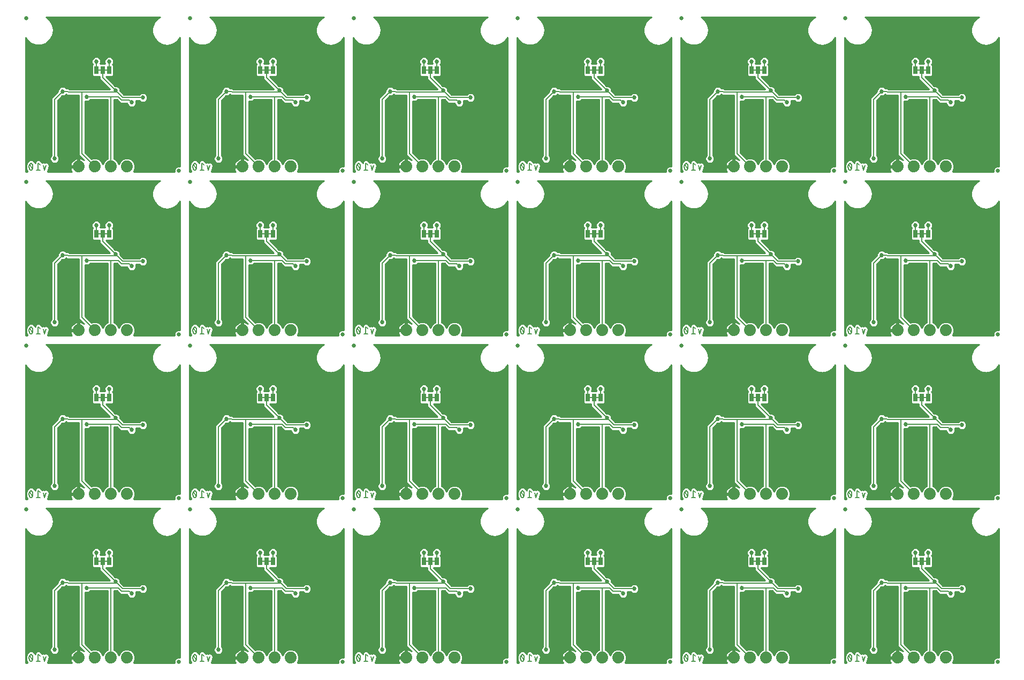
<source format=gbl>
G75*
%MOIN*%
%OFA0B0*%
%FSLAX25Y25*%
%IPPOS*%
%LPD*%
%AMOC8*
5,1,8,0,0,1.08239X$1,22.5*
%
%ADD10C,0.00800*%
%ADD11R,0.02500X0.05000*%
%ADD12R,0.01600X0.01000*%
%ADD13C,0.07400*%
%ADD14C,0.02500*%
%ADD15C,0.02700*%
%ADD16C,0.01000*%
D10*
X0034908Y0032233D02*
X0034956Y0032335D01*
X0035000Y0032438D01*
X0035041Y0032542D01*
X0035078Y0032648D01*
X0035112Y0032755D01*
X0035142Y0032863D01*
X0035169Y0032972D01*
X0035193Y0033081D01*
X0035213Y0033192D01*
X0035229Y0033303D01*
X0035242Y0033414D01*
X0035251Y0033526D01*
X0035256Y0033638D01*
X0035258Y0033750D01*
X0032925Y0033750D02*
X0032927Y0033862D01*
X0032932Y0033974D01*
X0032941Y0034086D01*
X0032954Y0034197D01*
X0032970Y0034308D01*
X0032990Y0034419D01*
X0033014Y0034528D01*
X0033041Y0034637D01*
X0033071Y0034745D01*
X0033105Y0034852D01*
X0033142Y0034958D01*
X0033183Y0035062D01*
X0033227Y0035165D01*
X0033275Y0035267D01*
X0033158Y0034917D02*
X0035025Y0032583D01*
X0034092Y0031650D02*
X0034036Y0031652D01*
X0033980Y0031657D01*
X0033924Y0031667D01*
X0033869Y0031679D01*
X0033815Y0031696D01*
X0033763Y0031715D01*
X0033711Y0031739D01*
X0033661Y0031765D01*
X0033614Y0031795D01*
X0033568Y0031827D01*
X0033524Y0031863D01*
X0033483Y0031902D01*
X0033444Y0031943D01*
X0033409Y0031986D01*
X0033376Y0032032D01*
X0033346Y0032080D01*
X0033319Y0032129D01*
X0033296Y0032180D01*
X0033276Y0032233D01*
X0034092Y0031650D02*
X0034148Y0031652D01*
X0034204Y0031657D01*
X0034260Y0031667D01*
X0034315Y0031679D01*
X0034369Y0031696D01*
X0034421Y0031715D01*
X0034473Y0031739D01*
X0034523Y0031765D01*
X0034570Y0031795D01*
X0034616Y0031827D01*
X0034660Y0031863D01*
X0034701Y0031902D01*
X0034740Y0031943D01*
X0034775Y0031986D01*
X0034808Y0032032D01*
X0034838Y0032080D01*
X0034865Y0032129D01*
X0034888Y0032180D01*
X0034908Y0032233D01*
X0033275Y0032233D02*
X0033227Y0032335D01*
X0033183Y0032438D01*
X0033142Y0032542D01*
X0033105Y0032648D01*
X0033071Y0032755D01*
X0033041Y0032863D01*
X0033014Y0032972D01*
X0032990Y0033081D01*
X0032970Y0033192D01*
X0032954Y0033303D01*
X0032941Y0033414D01*
X0032932Y0033526D01*
X0032927Y0033638D01*
X0032925Y0033750D01*
X0035258Y0033750D02*
X0035256Y0033862D01*
X0035251Y0033974D01*
X0035242Y0034086D01*
X0035229Y0034197D01*
X0035213Y0034308D01*
X0035193Y0034419D01*
X0035169Y0034528D01*
X0035142Y0034637D01*
X0035112Y0034745D01*
X0035078Y0034852D01*
X0035041Y0034958D01*
X0035000Y0035062D01*
X0034956Y0035165D01*
X0034908Y0035267D01*
X0034888Y0035320D01*
X0034865Y0035371D01*
X0034838Y0035420D01*
X0034808Y0035468D01*
X0034775Y0035514D01*
X0034740Y0035557D01*
X0034701Y0035598D01*
X0034660Y0035637D01*
X0034616Y0035672D01*
X0034570Y0035705D01*
X0034523Y0035735D01*
X0034473Y0035761D01*
X0034421Y0035785D01*
X0034369Y0035804D01*
X0034315Y0035821D01*
X0034260Y0035833D01*
X0034204Y0035843D01*
X0034148Y0035848D01*
X0034092Y0035850D01*
X0034036Y0035848D01*
X0033980Y0035843D01*
X0033924Y0035833D01*
X0033869Y0035821D01*
X0033815Y0035804D01*
X0033763Y0035785D01*
X0033711Y0035761D01*
X0033661Y0035735D01*
X0033614Y0035705D01*
X0033568Y0035673D01*
X0033524Y0035637D01*
X0033483Y0035598D01*
X0033444Y0035557D01*
X0033409Y0035514D01*
X0033376Y0035468D01*
X0033346Y0035420D01*
X0033319Y0035371D01*
X0033296Y0035320D01*
X0033276Y0035267D01*
X0038592Y0035850D02*
X0038592Y0031650D01*
X0039758Y0031650D02*
X0037425Y0031650D01*
X0039758Y0034917D02*
X0038592Y0035850D01*
X0041708Y0034450D02*
X0042642Y0031650D01*
X0043575Y0034450D01*
X0048750Y0038750D02*
X0048750Y0075719D01*
X0053750Y0080719D01*
X0056781Y0080719D01*
X0057372Y0080128D01*
X0065750Y0080128D01*
X0065750Y0041750D01*
X0073750Y0033750D01*
X0083750Y0033750D02*
X0083750Y0077372D01*
X0088440Y0077372D01*
X0090530Y0075281D01*
X0095219Y0075281D01*
X0096750Y0073750D01*
X0091152Y0076781D02*
X0087805Y0080128D01*
X0086717Y0081217D01*
X0078750Y0089183D01*
X0078750Y0093750D01*
X0074750Y0093750D02*
X0074750Y0099250D01*
X0082750Y0099250D02*
X0082750Y0093750D01*
X0087805Y0080128D02*
X0065750Y0080128D01*
X0068750Y0077372D02*
X0083750Y0077372D01*
X0091152Y0076781D02*
X0103750Y0076781D01*
X0150750Y0075719D02*
X0155750Y0080719D01*
X0158781Y0080719D01*
X0159372Y0080128D01*
X0167750Y0080128D01*
X0167750Y0041750D01*
X0175750Y0033750D01*
X0185750Y0033750D02*
X0185750Y0077372D01*
X0190440Y0077372D01*
X0192530Y0075281D01*
X0197219Y0075281D01*
X0198750Y0073750D01*
X0193152Y0076781D02*
X0189805Y0080128D01*
X0188717Y0081217D01*
X0180750Y0089183D01*
X0180750Y0093750D01*
X0184750Y0093750D02*
X0184750Y0099250D01*
X0176750Y0099250D02*
X0176750Y0093750D01*
X0167750Y0080128D02*
X0189805Y0080128D01*
X0193152Y0076781D02*
X0205750Y0076781D01*
X0185750Y0077372D02*
X0170750Y0077372D01*
X0150750Y0075719D02*
X0150750Y0038750D01*
X0145575Y0034450D02*
X0144642Y0031650D01*
X0143708Y0034450D01*
X0141758Y0034917D02*
X0140592Y0035850D01*
X0140592Y0031650D01*
X0141758Y0031650D02*
X0139425Y0031650D01*
X0135275Y0032233D02*
X0135227Y0032335D01*
X0135183Y0032438D01*
X0135142Y0032542D01*
X0135105Y0032648D01*
X0135071Y0032755D01*
X0135041Y0032863D01*
X0135014Y0032972D01*
X0134990Y0033081D01*
X0134970Y0033192D01*
X0134954Y0033303D01*
X0134941Y0033414D01*
X0134932Y0033526D01*
X0134927Y0033638D01*
X0134925Y0033750D01*
X0137258Y0033750D02*
X0137256Y0033862D01*
X0137251Y0033974D01*
X0137242Y0034086D01*
X0137229Y0034197D01*
X0137213Y0034308D01*
X0137193Y0034419D01*
X0137169Y0034528D01*
X0137142Y0034637D01*
X0137112Y0034745D01*
X0137078Y0034852D01*
X0137041Y0034958D01*
X0137000Y0035062D01*
X0136956Y0035165D01*
X0136908Y0035267D01*
X0136888Y0035320D01*
X0136865Y0035371D01*
X0136838Y0035420D01*
X0136808Y0035468D01*
X0136775Y0035514D01*
X0136740Y0035557D01*
X0136701Y0035598D01*
X0136660Y0035637D01*
X0136616Y0035672D01*
X0136570Y0035705D01*
X0136523Y0035735D01*
X0136473Y0035761D01*
X0136421Y0035785D01*
X0136369Y0035804D01*
X0136315Y0035821D01*
X0136260Y0035833D01*
X0136204Y0035843D01*
X0136148Y0035848D01*
X0136092Y0035850D01*
X0136036Y0035848D01*
X0135980Y0035843D01*
X0135924Y0035833D01*
X0135869Y0035821D01*
X0135815Y0035804D01*
X0135763Y0035785D01*
X0135711Y0035761D01*
X0135661Y0035735D01*
X0135614Y0035705D01*
X0135568Y0035673D01*
X0135524Y0035637D01*
X0135483Y0035598D01*
X0135444Y0035557D01*
X0135409Y0035514D01*
X0135376Y0035468D01*
X0135346Y0035420D01*
X0135319Y0035371D01*
X0135296Y0035320D01*
X0135276Y0035267D01*
X0135158Y0034917D02*
X0137025Y0032583D01*
X0136092Y0031650D02*
X0136036Y0031652D01*
X0135980Y0031657D01*
X0135924Y0031667D01*
X0135869Y0031679D01*
X0135815Y0031696D01*
X0135763Y0031715D01*
X0135711Y0031739D01*
X0135661Y0031765D01*
X0135614Y0031795D01*
X0135568Y0031827D01*
X0135524Y0031863D01*
X0135483Y0031902D01*
X0135444Y0031943D01*
X0135409Y0031986D01*
X0135376Y0032032D01*
X0135346Y0032080D01*
X0135319Y0032129D01*
X0135296Y0032180D01*
X0135276Y0032233D01*
X0136092Y0031650D02*
X0136148Y0031652D01*
X0136204Y0031657D01*
X0136260Y0031667D01*
X0136315Y0031679D01*
X0136369Y0031696D01*
X0136421Y0031715D01*
X0136473Y0031739D01*
X0136523Y0031765D01*
X0136570Y0031795D01*
X0136616Y0031827D01*
X0136660Y0031863D01*
X0136701Y0031902D01*
X0136740Y0031943D01*
X0136775Y0031986D01*
X0136808Y0032032D01*
X0136838Y0032080D01*
X0136865Y0032129D01*
X0136888Y0032180D01*
X0136908Y0032233D01*
X0134925Y0033750D02*
X0134927Y0033862D01*
X0134932Y0033974D01*
X0134941Y0034086D01*
X0134954Y0034197D01*
X0134970Y0034308D01*
X0134990Y0034419D01*
X0135014Y0034528D01*
X0135041Y0034637D01*
X0135071Y0034745D01*
X0135105Y0034852D01*
X0135142Y0034958D01*
X0135183Y0035062D01*
X0135227Y0035165D01*
X0135275Y0035267D01*
X0137258Y0033750D02*
X0137256Y0033638D01*
X0137251Y0033526D01*
X0137242Y0033414D01*
X0137229Y0033303D01*
X0137213Y0033192D01*
X0137193Y0033081D01*
X0137169Y0032972D01*
X0137142Y0032863D01*
X0137112Y0032755D01*
X0137078Y0032648D01*
X0137041Y0032542D01*
X0137000Y0032438D01*
X0136956Y0032335D01*
X0136908Y0032233D01*
X0238908Y0032233D02*
X0238956Y0032335D01*
X0239000Y0032438D01*
X0239041Y0032542D01*
X0239078Y0032648D01*
X0239112Y0032755D01*
X0239142Y0032863D01*
X0239169Y0032972D01*
X0239193Y0033081D01*
X0239213Y0033192D01*
X0239229Y0033303D01*
X0239242Y0033414D01*
X0239251Y0033526D01*
X0239256Y0033638D01*
X0239258Y0033750D01*
X0236925Y0033750D02*
X0236927Y0033862D01*
X0236932Y0033974D01*
X0236941Y0034086D01*
X0236954Y0034197D01*
X0236970Y0034308D01*
X0236990Y0034419D01*
X0237014Y0034528D01*
X0237041Y0034637D01*
X0237071Y0034745D01*
X0237105Y0034852D01*
X0237142Y0034958D01*
X0237183Y0035062D01*
X0237227Y0035165D01*
X0237275Y0035267D01*
X0237158Y0034917D02*
X0239025Y0032583D01*
X0238092Y0031650D02*
X0238036Y0031652D01*
X0237980Y0031657D01*
X0237924Y0031667D01*
X0237869Y0031679D01*
X0237815Y0031696D01*
X0237763Y0031715D01*
X0237711Y0031739D01*
X0237661Y0031765D01*
X0237614Y0031795D01*
X0237568Y0031827D01*
X0237524Y0031863D01*
X0237483Y0031902D01*
X0237444Y0031943D01*
X0237409Y0031986D01*
X0237376Y0032032D01*
X0237346Y0032080D01*
X0237319Y0032129D01*
X0237296Y0032180D01*
X0237276Y0032233D01*
X0238092Y0031650D02*
X0238148Y0031652D01*
X0238204Y0031657D01*
X0238260Y0031667D01*
X0238315Y0031679D01*
X0238369Y0031696D01*
X0238421Y0031715D01*
X0238473Y0031739D01*
X0238523Y0031765D01*
X0238570Y0031795D01*
X0238616Y0031827D01*
X0238660Y0031863D01*
X0238701Y0031902D01*
X0238740Y0031943D01*
X0238775Y0031986D01*
X0238808Y0032032D01*
X0238838Y0032080D01*
X0238865Y0032129D01*
X0238888Y0032180D01*
X0238908Y0032233D01*
X0237275Y0032233D02*
X0237227Y0032335D01*
X0237183Y0032438D01*
X0237142Y0032542D01*
X0237105Y0032648D01*
X0237071Y0032755D01*
X0237041Y0032863D01*
X0237014Y0032972D01*
X0236990Y0033081D01*
X0236970Y0033192D01*
X0236954Y0033303D01*
X0236941Y0033414D01*
X0236932Y0033526D01*
X0236927Y0033638D01*
X0236925Y0033750D01*
X0239258Y0033750D02*
X0239256Y0033862D01*
X0239251Y0033974D01*
X0239242Y0034086D01*
X0239229Y0034197D01*
X0239213Y0034308D01*
X0239193Y0034419D01*
X0239169Y0034528D01*
X0239142Y0034637D01*
X0239112Y0034745D01*
X0239078Y0034852D01*
X0239041Y0034958D01*
X0239000Y0035062D01*
X0238956Y0035165D01*
X0238908Y0035267D01*
X0238888Y0035320D01*
X0238865Y0035371D01*
X0238838Y0035420D01*
X0238808Y0035468D01*
X0238775Y0035514D01*
X0238740Y0035557D01*
X0238701Y0035598D01*
X0238660Y0035637D01*
X0238616Y0035672D01*
X0238570Y0035705D01*
X0238523Y0035735D01*
X0238473Y0035761D01*
X0238421Y0035785D01*
X0238369Y0035804D01*
X0238315Y0035821D01*
X0238260Y0035833D01*
X0238204Y0035843D01*
X0238148Y0035848D01*
X0238092Y0035850D01*
X0238036Y0035848D01*
X0237980Y0035843D01*
X0237924Y0035833D01*
X0237869Y0035821D01*
X0237815Y0035804D01*
X0237763Y0035785D01*
X0237711Y0035761D01*
X0237661Y0035735D01*
X0237614Y0035705D01*
X0237568Y0035673D01*
X0237524Y0035637D01*
X0237483Y0035598D01*
X0237444Y0035557D01*
X0237409Y0035514D01*
X0237376Y0035468D01*
X0237346Y0035420D01*
X0237319Y0035371D01*
X0237296Y0035320D01*
X0237276Y0035267D01*
X0242592Y0035850D02*
X0242592Y0031650D01*
X0243758Y0031650D02*
X0241425Y0031650D01*
X0243758Y0034917D02*
X0242592Y0035850D01*
X0245708Y0034450D02*
X0246642Y0031650D01*
X0247575Y0034450D01*
X0252750Y0038750D02*
X0252750Y0075719D01*
X0257750Y0080719D01*
X0260781Y0080719D01*
X0261372Y0080128D01*
X0269750Y0080128D01*
X0269750Y0041750D01*
X0277750Y0033750D01*
X0287750Y0033750D02*
X0287750Y0077372D01*
X0292440Y0077372D01*
X0294530Y0075281D01*
X0299219Y0075281D01*
X0300750Y0073750D01*
X0295152Y0076781D02*
X0291805Y0080128D01*
X0290717Y0081217D01*
X0282750Y0089183D01*
X0282750Y0093750D01*
X0286750Y0093750D02*
X0286750Y0099250D01*
X0278750Y0099250D02*
X0278750Y0093750D01*
X0269750Y0080128D02*
X0291805Y0080128D01*
X0295152Y0076781D02*
X0307750Y0076781D01*
X0287750Y0077372D02*
X0272750Y0077372D01*
X0341258Y0033750D02*
X0341256Y0033638D01*
X0341251Y0033526D01*
X0341242Y0033414D01*
X0341229Y0033303D01*
X0341213Y0033192D01*
X0341193Y0033081D01*
X0341169Y0032972D01*
X0341142Y0032863D01*
X0341112Y0032755D01*
X0341078Y0032648D01*
X0341041Y0032542D01*
X0341000Y0032438D01*
X0340956Y0032335D01*
X0340908Y0032233D01*
X0341025Y0032583D02*
X0339158Y0034917D01*
X0339276Y0035267D02*
X0339296Y0035320D01*
X0339319Y0035371D01*
X0339346Y0035420D01*
X0339376Y0035468D01*
X0339409Y0035514D01*
X0339444Y0035557D01*
X0339483Y0035598D01*
X0339524Y0035637D01*
X0339568Y0035673D01*
X0339614Y0035705D01*
X0339661Y0035735D01*
X0339711Y0035761D01*
X0339763Y0035785D01*
X0339815Y0035804D01*
X0339869Y0035821D01*
X0339924Y0035833D01*
X0339980Y0035843D01*
X0340036Y0035848D01*
X0340092Y0035850D01*
X0340148Y0035848D01*
X0340204Y0035843D01*
X0340260Y0035833D01*
X0340315Y0035821D01*
X0340369Y0035804D01*
X0340421Y0035785D01*
X0340473Y0035761D01*
X0340523Y0035735D01*
X0340570Y0035705D01*
X0340616Y0035672D01*
X0340660Y0035637D01*
X0340701Y0035598D01*
X0340740Y0035557D01*
X0340775Y0035514D01*
X0340808Y0035468D01*
X0340838Y0035420D01*
X0340865Y0035371D01*
X0340888Y0035320D01*
X0340908Y0035267D01*
X0339275Y0035267D02*
X0339227Y0035165D01*
X0339183Y0035062D01*
X0339142Y0034958D01*
X0339105Y0034852D01*
X0339071Y0034745D01*
X0339041Y0034637D01*
X0339014Y0034528D01*
X0338990Y0034419D01*
X0338970Y0034308D01*
X0338954Y0034197D01*
X0338941Y0034086D01*
X0338932Y0033974D01*
X0338927Y0033862D01*
X0338925Y0033750D01*
X0341258Y0033750D02*
X0341256Y0033862D01*
X0341251Y0033974D01*
X0341242Y0034086D01*
X0341229Y0034197D01*
X0341213Y0034308D01*
X0341193Y0034419D01*
X0341169Y0034528D01*
X0341142Y0034637D01*
X0341112Y0034745D01*
X0341078Y0034852D01*
X0341041Y0034958D01*
X0341000Y0035062D01*
X0340956Y0035165D01*
X0340908Y0035267D01*
X0338925Y0033750D02*
X0338927Y0033638D01*
X0338932Y0033526D01*
X0338941Y0033414D01*
X0338954Y0033303D01*
X0338970Y0033192D01*
X0338990Y0033081D01*
X0339014Y0032972D01*
X0339041Y0032863D01*
X0339071Y0032755D01*
X0339105Y0032648D01*
X0339142Y0032542D01*
X0339183Y0032438D01*
X0339227Y0032335D01*
X0339275Y0032233D01*
X0340092Y0031650D02*
X0340148Y0031652D01*
X0340204Y0031657D01*
X0340260Y0031667D01*
X0340315Y0031679D01*
X0340369Y0031696D01*
X0340421Y0031715D01*
X0340473Y0031739D01*
X0340523Y0031765D01*
X0340570Y0031795D01*
X0340616Y0031827D01*
X0340660Y0031863D01*
X0340701Y0031902D01*
X0340740Y0031943D01*
X0340775Y0031986D01*
X0340808Y0032032D01*
X0340838Y0032080D01*
X0340865Y0032129D01*
X0340888Y0032180D01*
X0340908Y0032233D01*
X0340092Y0031650D02*
X0340036Y0031652D01*
X0339980Y0031657D01*
X0339924Y0031667D01*
X0339869Y0031679D01*
X0339815Y0031696D01*
X0339763Y0031715D01*
X0339711Y0031739D01*
X0339661Y0031765D01*
X0339614Y0031795D01*
X0339568Y0031827D01*
X0339524Y0031863D01*
X0339483Y0031902D01*
X0339444Y0031943D01*
X0339409Y0031986D01*
X0339376Y0032032D01*
X0339346Y0032080D01*
X0339319Y0032129D01*
X0339296Y0032180D01*
X0339276Y0032233D01*
X0343425Y0031650D02*
X0345758Y0031650D01*
X0344592Y0031650D02*
X0344592Y0035850D01*
X0345758Y0034917D01*
X0347708Y0034450D02*
X0348642Y0031650D01*
X0349575Y0034450D01*
X0354750Y0038750D02*
X0354750Y0075719D01*
X0359750Y0080719D01*
X0362781Y0080719D01*
X0363372Y0080128D01*
X0371750Y0080128D01*
X0371750Y0041750D01*
X0379750Y0033750D01*
X0389750Y0033750D02*
X0389750Y0077372D01*
X0394440Y0077372D01*
X0396530Y0075281D01*
X0401219Y0075281D01*
X0402750Y0073750D01*
X0397152Y0076781D02*
X0393805Y0080128D01*
X0392717Y0081217D01*
X0384750Y0089183D01*
X0384750Y0093750D01*
X0380750Y0093750D02*
X0380750Y0099250D01*
X0388750Y0099250D02*
X0388750Y0093750D01*
X0393805Y0080128D02*
X0371750Y0080128D01*
X0374750Y0077372D02*
X0389750Y0077372D01*
X0397152Y0076781D02*
X0409750Y0076781D01*
X0456750Y0075719D02*
X0461750Y0080719D01*
X0464781Y0080719D01*
X0465372Y0080128D01*
X0473750Y0080128D01*
X0473750Y0041750D01*
X0481750Y0033750D01*
X0491750Y0033750D02*
X0491750Y0077372D01*
X0496440Y0077372D01*
X0498530Y0075281D01*
X0503219Y0075281D01*
X0504750Y0073750D01*
X0499152Y0076781D02*
X0495805Y0080128D01*
X0494717Y0081217D01*
X0486750Y0089183D01*
X0486750Y0093750D01*
X0482750Y0093750D02*
X0482750Y0099250D01*
X0490750Y0099250D02*
X0490750Y0093750D01*
X0495805Y0080128D02*
X0473750Y0080128D01*
X0476750Y0077372D02*
X0491750Y0077372D01*
X0499152Y0076781D02*
X0511750Y0076781D01*
X0558750Y0075719D02*
X0563750Y0080719D01*
X0566781Y0080719D01*
X0567372Y0080128D01*
X0575750Y0080128D01*
X0575750Y0041750D01*
X0583750Y0033750D01*
X0593750Y0033750D02*
X0593750Y0077372D01*
X0598440Y0077372D01*
X0600530Y0075281D01*
X0605219Y0075281D01*
X0606750Y0073750D01*
X0601152Y0076781D02*
X0597805Y0080128D01*
X0596717Y0081217D01*
X0588750Y0089183D01*
X0588750Y0093750D01*
X0592750Y0093750D02*
X0592750Y0099250D01*
X0584750Y0099250D02*
X0584750Y0093750D01*
X0575750Y0080128D02*
X0597805Y0080128D01*
X0601152Y0076781D02*
X0613750Y0076781D01*
X0593750Y0077372D02*
X0578750Y0077372D01*
X0558750Y0075719D02*
X0558750Y0038750D01*
X0553575Y0034450D02*
X0552642Y0031650D01*
X0551708Y0034450D01*
X0549758Y0034917D02*
X0548592Y0035850D01*
X0548592Y0031650D01*
X0549758Y0031650D02*
X0547425Y0031650D01*
X0543275Y0032233D02*
X0543227Y0032335D01*
X0543183Y0032438D01*
X0543142Y0032542D01*
X0543105Y0032648D01*
X0543071Y0032755D01*
X0543041Y0032863D01*
X0543014Y0032972D01*
X0542990Y0033081D01*
X0542970Y0033192D01*
X0542954Y0033303D01*
X0542941Y0033414D01*
X0542932Y0033526D01*
X0542927Y0033638D01*
X0542925Y0033750D01*
X0545258Y0033750D02*
X0545256Y0033862D01*
X0545251Y0033974D01*
X0545242Y0034086D01*
X0545229Y0034197D01*
X0545213Y0034308D01*
X0545193Y0034419D01*
X0545169Y0034528D01*
X0545142Y0034637D01*
X0545112Y0034745D01*
X0545078Y0034852D01*
X0545041Y0034958D01*
X0545000Y0035062D01*
X0544956Y0035165D01*
X0544908Y0035267D01*
X0544888Y0035320D01*
X0544865Y0035371D01*
X0544838Y0035420D01*
X0544808Y0035468D01*
X0544775Y0035514D01*
X0544740Y0035557D01*
X0544701Y0035598D01*
X0544660Y0035637D01*
X0544616Y0035672D01*
X0544570Y0035705D01*
X0544523Y0035735D01*
X0544473Y0035761D01*
X0544421Y0035785D01*
X0544369Y0035804D01*
X0544315Y0035821D01*
X0544260Y0035833D01*
X0544204Y0035843D01*
X0544148Y0035848D01*
X0544092Y0035850D01*
X0544036Y0035848D01*
X0543980Y0035843D01*
X0543924Y0035833D01*
X0543869Y0035821D01*
X0543815Y0035804D01*
X0543763Y0035785D01*
X0543711Y0035761D01*
X0543661Y0035735D01*
X0543614Y0035705D01*
X0543568Y0035673D01*
X0543524Y0035637D01*
X0543483Y0035598D01*
X0543444Y0035557D01*
X0543409Y0035514D01*
X0543376Y0035468D01*
X0543346Y0035420D01*
X0543319Y0035371D01*
X0543296Y0035320D01*
X0543276Y0035267D01*
X0543158Y0034917D02*
X0545025Y0032583D01*
X0544092Y0031650D02*
X0544036Y0031652D01*
X0543980Y0031657D01*
X0543924Y0031667D01*
X0543869Y0031679D01*
X0543815Y0031696D01*
X0543763Y0031715D01*
X0543711Y0031739D01*
X0543661Y0031765D01*
X0543614Y0031795D01*
X0543568Y0031827D01*
X0543524Y0031863D01*
X0543483Y0031902D01*
X0543444Y0031943D01*
X0543409Y0031986D01*
X0543376Y0032032D01*
X0543346Y0032080D01*
X0543319Y0032129D01*
X0543296Y0032180D01*
X0543276Y0032233D01*
X0544092Y0031650D02*
X0544148Y0031652D01*
X0544204Y0031657D01*
X0544260Y0031667D01*
X0544315Y0031679D01*
X0544369Y0031696D01*
X0544421Y0031715D01*
X0544473Y0031739D01*
X0544523Y0031765D01*
X0544570Y0031795D01*
X0544616Y0031827D01*
X0544660Y0031863D01*
X0544701Y0031902D01*
X0544740Y0031943D01*
X0544775Y0031986D01*
X0544808Y0032032D01*
X0544838Y0032080D01*
X0544865Y0032129D01*
X0544888Y0032180D01*
X0544908Y0032233D01*
X0542925Y0033750D02*
X0542927Y0033862D01*
X0542932Y0033974D01*
X0542941Y0034086D01*
X0542954Y0034197D01*
X0542970Y0034308D01*
X0542990Y0034419D01*
X0543014Y0034528D01*
X0543041Y0034637D01*
X0543071Y0034745D01*
X0543105Y0034852D01*
X0543142Y0034958D01*
X0543183Y0035062D01*
X0543227Y0035165D01*
X0543275Y0035267D01*
X0545258Y0033750D02*
X0545256Y0033638D01*
X0545251Y0033526D01*
X0545242Y0033414D01*
X0545229Y0033303D01*
X0545213Y0033192D01*
X0545193Y0033081D01*
X0545169Y0032972D01*
X0545142Y0032863D01*
X0545112Y0032755D01*
X0545078Y0032648D01*
X0545041Y0032542D01*
X0545000Y0032438D01*
X0544956Y0032335D01*
X0544908Y0032233D01*
X0456750Y0038750D02*
X0456750Y0075719D01*
X0446592Y0035850D02*
X0446592Y0031650D01*
X0447758Y0031650D02*
X0445425Y0031650D01*
X0441275Y0032233D02*
X0441227Y0032335D01*
X0441183Y0032438D01*
X0441142Y0032542D01*
X0441105Y0032648D01*
X0441071Y0032755D01*
X0441041Y0032863D01*
X0441014Y0032972D01*
X0440990Y0033081D01*
X0440970Y0033192D01*
X0440954Y0033303D01*
X0440941Y0033414D01*
X0440932Y0033526D01*
X0440927Y0033638D01*
X0440925Y0033750D01*
X0443258Y0033750D02*
X0443256Y0033862D01*
X0443251Y0033974D01*
X0443242Y0034086D01*
X0443229Y0034197D01*
X0443213Y0034308D01*
X0443193Y0034419D01*
X0443169Y0034528D01*
X0443142Y0034637D01*
X0443112Y0034745D01*
X0443078Y0034852D01*
X0443041Y0034958D01*
X0443000Y0035062D01*
X0442956Y0035165D01*
X0442908Y0035267D01*
X0442888Y0035320D01*
X0442865Y0035371D01*
X0442838Y0035420D01*
X0442808Y0035468D01*
X0442775Y0035514D01*
X0442740Y0035557D01*
X0442701Y0035598D01*
X0442660Y0035637D01*
X0442616Y0035672D01*
X0442570Y0035705D01*
X0442523Y0035735D01*
X0442473Y0035761D01*
X0442421Y0035785D01*
X0442369Y0035804D01*
X0442315Y0035821D01*
X0442260Y0035833D01*
X0442204Y0035843D01*
X0442148Y0035848D01*
X0442092Y0035850D01*
X0442036Y0035848D01*
X0441980Y0035843D01*
X0441924Y0035833D01*
X0441869Y0035821D01*
X0441815Y0035804D01*
X0441763Y0035785D01*
X0441711Y0035761D01*
X0441661Y0035735D01*
X0441614Y0035705D01*
X0441568Y0035673D01*
X0441524Y0035637D01*
X0441483Y0035598D01*
X0441444Y0035557D01*
X0441409Y0035514D01*
X0441376Y0035468D01*
X0441346Y0035420D01*
X0441319Y0035371D01*
X0441296Y0035320D01*
X0441276Y0035267D01*
X0441158Y0034917D02*
X0443025Y0032583D01*
X0442092Y0031650D02*
X0442036Y0031652D01*
X0441980Y0031657D01*
X0441924Y0031667D01*
X0441869Y0031679D01*
X0441815Y0031696D01*
X0441763Y0031715D01*
X0441711Y0031739D01*
X0441661Y0031765D01*
X0441614Y0031795D01*
X0441568Y0031827D01*
X0441524Y0031863D01*
X0441483Y0031902D01*
X0441444Y0031943D01*
X0441409Y0031986D01*
X0441376Y0032032D01*
X0441346Y0032080D01*
X0441319Y0032129D01*
X0441296Y0032180D01*
X0441276Y0032233D01*
X0442092Y0031650D02*
X0442148Y0031652D01*
X0442204Y0031657D01*
X0442260Y0031667D01*
X0442315Y0031679D01*
X0442369Y0031696D01*
X0442421Y0031715D01*
X0442473Y0031739D01*
X0442523Y0031765D01*
X0442570Y0031795D01*
X0442616Y0031827D01*
X0442660Y0031863D01*
X0442701Y0031902D01*
X0442740Y0031943D01*
X0442775Y0031986D01*
X0442808Y0032032D01*
X0442838Y0032080D01*
X0442865Y0032129D01*
X0442888Y0032180D01*
X0442908Y0032233D01*
X0440925Y0033750D02*
X0440927Y0033862D01*
X0440932Y0033974D01*
X0440941Y0034086D01*
X0440954Y0034197D01*
X0440970Y0034308D01*
X0440990Y0034419D01*
X0441014Y0034528D01*
X0441041Y0034637D01*
X0441071Y0034745D01*
X0441105Y0034852D01*
X0441142Y0034958D01*
X0441183Y0035062D01*
X0441227Y0035165D01*
X0441275Y0035267D01*
X0443258Y0033750D02*
X0443256Y0033638D01*
X0443251Y0033526D01*
X0443242Y0033414D01*
X0443229Y0033303D01*
X0443213Y0033192D01*
X0443193Y0033081D01*
X0443169Y0032972D01*
X0443142Y0032863D01*
X0443112Y0032755D01*
X0443078Y0032648D01*
X0443041Y0032542D01*
X0443000Y0032438D01*
X0442956Y0032335D01*
X0442908Y0032233D01*
X0446592Y0035850D02*
X0447758Y0034917D01*
X0449708Y0034450D02*
X0450642Y0031650D01*
X0451575Y0034450D01*
X0450642Y0133650D02*
X0449708Y0136450D01*
X0451575Y0136450D02*
X0450642Y0133650D01*
X0447758Y0133650D02*
X0445425Y0133650D01*
X0446592Y0133650D02*
X0446592Y0137850D01*
X0447758Y0136917D01*
X0440925Y0135750D02*
X0440927Y0135638D01*
X0440932Y0135526D01*
X0440941Y0135414D01*
X0440954Y0135303D01*
X0440970Y0135192D01*
X0440990Y0135081D01*
X0441014Y0134972D01*
X0441041Y0134863D01*
X0441071Y0134755D01*
X0441105Y0134648D01*
X0441142Y0134542D01*
X0441183Y0134438D01*
X0441227Y0134335D01*
X0441275Y0134233D01*
X0442092Y0133650D02*
X0442148Y0133652D01*
X0442204Y0133657D01*
X0442260Y0133667D01*
X0442315Y0133679D01*
X0442369Y0133696D01*
X0442421Y0133715D01*
X0442473Y0133739D01*
X0442523Y0133765D01*
X0442570Y0133795D01*
X0442616Y0133827D01*
X0442660Y0133863D01*
X0442701Y0133902D01*
X0442740Y0133943D01*
X0442775Y0133986D01*
X0442808Y0134032D01*
X0442838Y0134080D01*
X0442865Y0134129D01*
X0442888Y0134180D01*
X0442908Y0134233D01*
X0443025Y0134583D02*
X0441158Y0136917D01*
X0441276Y0137267D02*
X0441296Y0137320D01*
X0441319Y0137371D01*
X0441346Y0137420D01*
X0441376Y0137468D01*
X0441409Y0137514D01*
X0441444Y0137557D01*
X0441483Y0137598D01*
X0441524Y0137637D01*
X0441568Y0137673D01*
X0441614Y0137705D01*
X0441661Y0137735D01*
X0441711Y0137761D01*
X0441763Y0137785D01*
X0441815Y0137804D01*
X0441869Y0137821D01*
X0441924Y0137833D01*
X0441980Y0137843D01*
X0442036Y0137848D01*
X0442092Y0137850D01*
X0442148Y0137848D01*
X0442204Y0137843D01*
X0442260Y0137833D01*
X0442315Y0137821D01*
X0442369Y0137804D01*
X0442421Y0137785D01*
X0442473Y0137761D01*
X0442523Y0137735D01*
X0442570Y0137705D01*
X0442616Y0137672D01*
X0442660Y0137637D01*
X0442701Y0137598D01*
X0442740Y0137557D01*
X0442775Y0137514D01*
X0442808Y0137468D01*
X0442838Y0137420D01*
X0442865Y0137371D01*
X0442888Y0137320D01*
X0442908Y0137267D01*
X0441275Y0137267D02*
X0441227Y0137165D01*
X0441183Y0137062D01*
X0441142Y0136958D01*
X0441105Y0136852D01*
X0441071Y0136745D01*
X0441041Y0136637D01*
X0441014Y0136528D01*
X0440990Y0136419D01*
X0440970Y0136308D01*
X0440954Y0136197D01*
X0440941Y0136086D01*
X0440932Y0135974D01*
X0440927Y0135862D01*
X0440925Y0135750D01*
X0443258Y0135750D02*
X0443256Y0135862D01*
X0443251Y0135974D01*
X0443242Y0136086D01*
X0443229Y0136197D01*
X0443213Y0136308D01*
X0443193Y0136419D01*
X0443169Y0136528D01*
X0443142Y0136637D01*
X0443112Y0136745D01*
X0443078Y0136852D01*
X0443041Y0136958D01*
X0443000Y0137062D01*
X0442956Y0137165D01*
X0442908Y0137267D01*
X0441276Y0134233D02*
X0441296Y0134180D01*
X0441319Y0134129D01*
X0441346Y0134080D01*
X0441376Y0134032D01*
X0441409Y0133986D01*
X0441444Y0133943D01*
X0441483Y0133902D01*
X0441524Y0133863D01*
X0441568Y0133827D01*
X0441614Y0133795D01*
X0441661Y0133765D01*
X0441711Y0133739D01*
X0441763Y0133715D01*
X0441815Y0133696D01*
X0441869Y0133679D01*
X0441924Y0133667D01*
X0441980Y0133657D01*
X0442036Y0133652D01*
X0442092Y0133650D01*
X0442908Y0134233D02*
X0442956Y0134335D01*
X0443000Y0134438D01*
X0443041Y0134542D01*
X0443078Y0134648D01*
X0443112Y0134755D01*
X0443142Y0134863D01*
X0443169Y0134972D01*
X0443193Y0135081D01*
X0443213Y0135192D01*
X0443229Y0135303D01*
X0443242Y0135414D01*
X0443251Y0135526D01*
X0443256Y0135638D01*
X0443258Y0135750D01*
X0456750Y0140750D02*
X0456750Y0177719D01*
X0461750Y0182719D01*
X0464781Y0182719D01*
X0465372Y0182128D01*
X0473750Y0182128D01*
X0473750Y0143750D01*
X0481750Y0135750D01*
X0491750Y0135750D02*
X0491750Y0179372D01*
X0496440Y0179372D01*
X0498530Y0177281D01*
X0503219Y0177281D01*
X0504750Y0175750D01*
X0499152Y0178781D02*
X0495805Y0182128D01*
X0494717Y0183217D01*
X0486750Y0191183D01*
X0486750Y0195750D01*
X0482750Y0195750D02*
X0482750Y0201250D01*
X0490750Y0201250D02*
X0490750Y0195750D01*
X0495805Y0182128D02*
X0473750Y0182128D01*
X0476750Y0179372D02*
X0491750Y0179372D01*
X0499152Y0178781D02*
X0511750Y0178781D01*
X0558750Y0177719D02*
X0563750Y0182719D01*
X0566781Y0182719D01*
X0567372Y0182128D01*
X0575750Y0182128D01*
X0575750Y0143750D01*
X0583750Y0135750D01*
X0593750Y0135750D02*
X0593750Y0179372D01*
X0598440Y0179372D01*
X0600530Y0177281D01*
X0605219Y0177281D01*
X0606750Y0175750D01*
X0601152Y0178781D02*
X0597805Y0182128D01*
X0596717Y0183217D01*
X0588750Y0191183D01*
X0588750Y0195750D01*
X0592750Y0195750D02*
X0592750Y0201250D01*
X0584750Y0201250D02*
X0584750Y0195750D01*
X0575750Y0182128D02*
X0597805Y0182128D01*
X0601152Y0178781D02*
X0613750Y0178781D01*
X0593750Y0179372D02*
X0578750Y0179372D01*
X0558750Y0177719D02*
X0558750Y0140750D01*
X0553575Y0136450D02*
X0552642Y0133650D01*
X0551708Y0136450D01*
X0549758Y0136917D02*
X0548592Y0137850D01*
X0548592Y0133650D01*
X0549758Y0133650D02*
X0547425Y0133650D01*
X0543275Y0134233D02*
X0543227Y0134335D01*
X0543183Y0134438D01*
X0543142Y0134542D01*
X0543105Y0134648D01*
X0543071Y0134755D01*
X0543041Y0134863D01*
X0543014Y0134972D01*
X0542990Y0135081D01*
X0542970Y0135192D01*
X0542954Y0135303D01*
X0542941Y0135414D01*
X0542932Y0135526D01*
X0542927Y0135638D01*
X0542925Y0135750D01*
X0545258Y0135750D02*
X0545256Y0135862D01*
X0545251Y0135974D01*
X0545242Y0136086D01*
X0545229Y0136197D01*
X0545213Y0136308D01*
X0545193Y0136419D01*
X0545169Y0136528D01*
X0545142Y0136637D01*
X0545112Y0136745D01*
X0545078Y0136852D01*
X0545041Y0136958D01*
X0545000Y0137062D01*
X0544956Y0137165D01*
X0544908Y0137267D01*
X0544888Y0137320D01*
X0544865Y0137371D01*
X0544838Y0137420D01*
X0544808Y0137468D01*
X0544775Y0137514D01*
X0544740Y0137557D01*
X0544701Y0137598D01*
X0544660Y0137637D01*
X0544616Y0137672D01*
X0544570Y0137705D01*
X0544523Y0137735D01*
X0544473Y0137761D01*
X0544421Y0137785D01*
X0544369Y0137804D01*
X0544315Y0137821D01*
X0544260Y0137833D01*
X0544204Y0137843D01*
X0544148Y0137848D01*
X0544092Y0137850D01*
X0544036Y0137848D01*
X0543980Y0137843D01*
X0543924Y0137833D01*
X0543869Y0137821D01*
X0543815Y0137804D01*
X0543763Y0137785D01*
X0543711Y0137761D01*
X0543661Y0137735D01*
X0543614Y0137705D01*
X0543568Y0137673D01*
X0543524Y0137637D01*
X0543483Y0137598D01*
X0543444Y0137557D01*
X0543409Y0137514D01*
X0543376Y0137468D01*
X0543346Y0137420D01*
X0543319Y0137371D01*
X0543296Y0137320D01*
X0543276Y0137267D01*
X0543158Y0136917D02*
X0545025Y0134583D01*
X0544092Y0133650D02*
X0544036Y0133652D01*
X0543980Y0133657D01*
X0543924Y0133667D01*
X0543869Y0133679D01*
X0543815Y0133696D01*
X0543763Y0133715D01*
X0543711Y0133739D01*
X0543661Y0133765D01*
X0543614Y0133795D01*
X0543568Y0133827D01*
X0543524Y0133863D01*
X0543483Y0133902D01*
X0543444Y0133943D01*
X0543409Y0133986D01*
X0543376Y0134032D01*
X0543346Y0134080D01*
X0543319Y0134129D01*
X0543296Y0134180D01*
X0543276Y0134233D01*
X0544092Y0133650D02*
X0544148Y0133652D01*
X0544204Y0133657D01*
X0544260Y0133667D01*
X0544315Y0133679D01*
X0544369Y0133696D01*
X0544421Y0133715D01*
X0544473Y0133739D01*
X0544523Y0133765D01*
X0544570Y0133795D01*
X0544616Y0133827D01*
X0544660Y0133863D01*
X0544701Y0133902D01*
X0544740Y0133943D01*
X0544775Y0133986D01*
X0544808Y0134032D01*
X0544838Y0134080D01*
X0544865Y0134129D01*
X0544888Y0134180D01*
X0544908Y0134233D01*
X0542925Y0135750D02*
X0542927Y0135862D01*
X0542932Y0135974D01*
X0542941Y0136086D01*
X0542954Y0136197D01*
X0542970Y0136308D01*
X0542990Y0136419D01*
X0543014Y0136528D01*
X0543041Y0136637D01*
X0543071Y0136745D01*
X0543105Y0136852D01*
X0543142Y0136958D01*
X0543183Y0137062D01*
X0543227Y0137165D01*
X0543275Y0137267D01*
X0545258Y0135750D02*
X0545256Y0135638D01*
X0545251Y0135526D01*
X0545242Y0135414D01*
X0545229Y0135303D01*
X0545213Y0135192D01*
X0545193Y0135081D01*
X0545169Y0134972D01*
X0545142Y0134863D01*
X0545112Y0134755D01*
X0545078Y0134648D01*
X0545041Y0134542D01*
X0545000Y0134438D01*
X0544956Y0134335D01*
X0544908Y0134233D01*
X0409750Y0178781D02*
X0397152Y0178781D01*
X0393805Y0182128D01*
X0392717Y0183217D01*
X0384750Y0191183D01*
X0384750Y0195750D01*
X0380750Y0195750D02*
X0380750Y0201250D01*
X0388750Y0201250D02*
X0388750Y0195750D01*
X0393805Y0182128D02*
X0371750Y0182128D01*
X0371750Y0143750D01*
X0379750Y0135750D01*
X0389750Y0135750D02*
X0389750Y0179372D01*
X0394440Y0179372D01*
X0396530Y0177281D01*
X0401219Y0177281D01*
X0402750Y0175750D01*
X0389750Y0179372D02*
X0374750Y0179372D01*
X0371750Y0182128D02*
X0363372Y0182128D01*
X0362781Y0182719D01*
X0359750Y0182719D01*
X0354750Y0177719D01*
X0354750Y0140750D01*
X0349575Y0136450D02*
X0348642Y0133650D01*
X0347708Y0136450D01*
X0345758Y0136917D02*
X0344592Y0137850D01*
X0344592Y0133650D01*
X0345758Y0133650D02*
X0343425Y0133650D01*
X0339275Y0134233D02*
X0339227Y0134335D01*
X0339183Y0134438D01*
X0339142Y0134542D01*
X0339105Y0134648D01*
X0339071Y0134755D01*
X0339041Y0134863D01*
X0339014Y0134972D01*
X0338990Y0135081D01*
X0338970Y0135192D01*
X0338954Y0135303D01*
X0338941Y0135414D01*
X0338932Y0135526D01*
X0338927Y0135638D01*
X0338925Y0135750D01*
X0341258Y0135750D02*
X0341256Y0135862D01*
X0341251Y0135974D01*
X0341242Y0136086D01*
X0341229Y0136197D01*
X0341213Y0136308D01*
X0341193Y0136419D01*
X0341169Y0136528D01*
X0341142Y0136637D01*
X0341112Y0136745D01*
X0341078Y0136852D01*
X0341041Y0136958D01*
X0341000Y0137062D01*
X0340956Y0137165D01*
X0340908Y0137267D01*
X0340888Y0137320D01*
X0340865Y0137371D01*
X0340838Y0137420D01*
X0340808Y0137468D01*
X0340775Y0137514D01*
X0340740Y0137557D01*
X0340701Y0137598D01*
X0340660Y0137637D01*
X0340616Y0137672D01*
X0340570Y0137705D01*
X0340523Y0137735D01*
X0340473Y0137761D01*
X0340421Y0137785D01*
X0340369Y0137804D01*
X0340315Y0137821D01*
X0340260Y0137833D01*
X0340204Y0137843D01*
X0340148Y0137848D01*
X0340092Y0137850D01*
X0340036Y0137848D01*
X0339980Y0137843D01*
X0339924Y0137833D01*
X0339869Y0137821D01*
X0339815Y0137804D01*
X0339763Y0137785D01*
X0339711Y0137761D01*
X0339661Y0137735D01*
X0339614Y0137705D01*
X0339568Y0137673D01*
X0339524Y0137637D01*
X0339483Y0137598D01*
X0339444Y0137557D01*
X0339409Y0137514D01*
X0339376Y0137468D01*
X0339346Y0137420D01*
X0339319Y0137371D01*
X0339296Y0137320D01*
X0339276Y0137267D01*
X0339158Y0136917D02*
X0341025Y0134583D01*
X0340092Y0133650D02*
X0340036Y0133652D01*
X0339980Y0133657D01*
X0339924Y0133667D01*
X0339869Y0133679D01*
X0339815Y0133696D01*
X0339763Y0133715D01*
X0339711Y0133739D01*
X0339661Y0133765D01*
X0339614Y0133795D01*
X0339568Y0133827D01*
X0339524Y0133863D01*
X0339483Y0133902D01*
X0339444Y0133943D01*
X0339409Y0133986D01*
X0339376Y0134032D01*
X0339346Y0134080D01*
X0339319Y0134129D01*
X0339296Y0134180D01*
X0339276Y0134233D01*
X0340092Y0133650D02*
X0340148Y0133652D01*
X0340204Y0133657D01*
X0340260Y0133667D01*
X0340315Y0133679D01*
X0340369Y0133696D01*
X0340421Y0133715D01*
X0340473Y0133739D01*
X0340523Y0133765D01*
X0340570Y0133795D01*
X0340616Y0133827D01*
X0340660Y0133863D01*
X0340701Y0133902D01*
X0340740Y0133943D01*
X0340775Y0133986D01*
X0340808Y0134032D01*
X0340838Y0134080D01*
X0340865Y0134129D01*
X0340888Y0134180D01*
X0340908Y0134233D01*
X0338925Y0135750D02*
X0338927Y0135862D01*
X0338932Y0135974D01*
X0338941Y0136086D01*
X0338954Y0136197D01*
X0338970Y0136308D01*
X0338990Y0136419D01*
X0339014Y0136528D01*
X0339041Y0136637D01*
X0339071Y0136745D01*
X0339105Y0136852D01*
X0339142Y0136958D01*
X0339183Y0137062D01*
X0339227Y0137165D01*
X0339275Y0137267D01*
X0341258Y0135750D02*
X0341256Y0135638D01*
X0341251Y0135526D01*
X0341242Y0135414D01*
X0341229Y0135303D01*
X0341213Y0135192D01*
X0341193Y0135081D01*
X0341169Y0134972D01*
X0341142Y0134863D01*
X0341112Y0134755D01*
X0341078Y0134648D01*
X0341041Y0134542D01*
X0341000Y0134438D01*
X0340956Y0134335D01*
X0340908Y0134233D01*
X0287750Y0135750D02*
X0287750Y0179372D01*
X0292440Y0179372D01*
X0294530Y0177281D01*
X0299219Y0177281D01*
X0300750Y0175750D01*
X0295152Y0178781D02*
X0291805Y0182128D01*
X0290717Y0183217D01*
X0282750Y0191183D01*
X0282750Y0195750D01*
X0286750Y0195750D02*
X0286750Y0201250D01*
X0278750Y0201250D02*
X0278750Y0195750D01*
X0269750Y0182128D02*
X0261372Y0182128D01*
X0260781Y0182719D01*
X0257750Y0182719D01*
X0252750Y0177719D01*
X0252750Y0140750D01*
X0247575Y0136450D02*
X0246642Y0133650D01*
X0245708Y0136450D01*
X0243758Y0136917D02*
X0242592Y0137850D01*
X0242592Y0133650D01*
X0243758Y0133650D02*
X0241425Y0133650D01*
X0237275Y0134233D02*
X0237227Y0134335D01*
X0237183Y0134438D01*
X0237142Y0134542D01*
X0237105Y0134648D01*
X0237071Y0134755D01*
X0237041Y0134863D01*
X0237014Y0134972D01*
X0236990Y0135081D01*
X0236970Y0135192D01*
X0236954Y0135303D01*
X0236941Y0135414D01*
X0236932Y0135526D01*
X0236927Y0135638D01*
X0236925Y0135750D01*
X0239258Y0135750D02*
X0239256Y0135862D01*
X0239251Y0135974D01*
X0239242Y0136086D01*
X0239229Y0136197D01*
X0239213Y0136308D01*
X0239193Y0136419D01*
X0239169Y0136528D01*
X0239142Y0136637D01*
X0239112Y0136745D01*
X0239078Y0136852D01*
X0239041Y0136958D01*
X0239000Y0137062D01*
X0238956Y0137165D01*
X0238908Y0137267D01*
X0238888Y0137320D01*
X0238865Y0137371D01*
X0238838Y0137420D01*
X0238808Y0137468D01*
X0238775Y0137514D01*
X0238740Y0137557D01*
X0238701Y0137598D01*
X0238660Y0137637D01*
X0238616Y0137672D01*
X0238570Y0137705D01*
X0238523Y0137735D01*
X0238473Y0137761D01*
X0238421Y0137785D01*
X0238369Y0137804D01*
X0238315Y0137821D01*
X0238260Y0137833D01*
X0238204Y0137843D01*
X0238148Y0137848D01*
X0238092Y0137850D01*
X0238036Y0137848D01*
X0237980Y0137843D01*
X0237924Y0137833D01*
X0237869Y0137821D01*
X0237815Y0137804D01*
X0237763Y0137785D01*
X0237711Y0137761D01*
X0237661Y0137735D01*
X0237614Y0137705D01*
X0237568Y0137673D01*
X0237524Y0137637D01*
X0237483Y0137598D01*
X0237444Y0137557D01*
X0237409Y0137514D01*
X0237376Y0137468D01*
X0237346Y0137420D01*
X0237319Y0137371D01*
X0237296Y0137320D01*
X0237276Y0137267D01*
X0237158Y0136917D02*
X0239025Y0134583D01*
X0238092Y0133650D02*
X0238036Y0133652D01*
X0237980Y0133657D01*
X0237924Y0133667D01*
X0237869Y0133679D01*
X0237815Y0133696D01*
X0237763Y0133715D01*
X0237711Y0133739D01*
X0237661Y0133765D01*
X0237614Y0133795D01*
X0237568Y0133827D01*
X0237524Y0133863D01*
X0237483Y0133902D01*
X0237444Y0133943D01*
X0237409Y0133986D01*
X0237376Y0134032D01*
X0237346Y0134080D01*
X0237319Y0134129D01*
X0237296Y0134180D01*
X0237276Y0134233D01*
X0238092Y0133650D02*
X0238148Y0133652D01*
X0238204Y0133657D01*
X0238260Y0133667D01*
X0238315Y0133679D01*
X0238369Y0133696D01*
X0238421Y0133715D01*
X0238473Y0133739D01*
X0238523Y0133765D01*
X0238570Y0133795D01*
X0238616Y0133827D01*
X0238660Y0133863D01*
X0238701Y0133902D01*
X0238740Y0133943D01*
X0238775Y0133986D01*
X0238808Y0134032D01*
X0238838Y0134080D01*
X0238865Y0134129D01*
X0238888Y0134180D01*
X0238908Y0134233D01*
X0236925Y0135750D02*
X0236927Y0135862D01*
X0236932Y0135974D01*
X0236941Y0136086D01*
X0236954Y0136197D01*
X0236970Y0136308D01*
X0236990Y0136419D01*
X0237014Y0136528D01*
X0237041Y0136637D01*
X0237071Y0136745D01*
X0237105Y0136852D01*
X0237142Y0136958D01*
X0237183Y0137062D01*
X0237227Y0137165D01*
X0237275Y0137267D01*
X0239258Y0135750D02*
X0239256Y0135638D01*
X0239251Y0135526D01*
X0239242Y0135414D01*
X0239229Y0135303D01*
X0239213Y0135192D01*
X0239193Y0135081D01*
X0239169Y0134972D01*
X0239142Y0134863D01*
X0239112Y0134755D01*
X0239078Y0134648D01*
X0239041Y0134542D01*
X0239000Y0134438D01*
X0238956Y0134335D01*
X0238908Y0134233D01*
X0269750Y0143750D02*
X0269750Y0182128D01*
X0291805Y0182128D01*
X0295152Y0178781D02*
X0307750Y0178781D01*
X0287750Y0179372D02*
X0272750Y0179372D01*
X0269750Y0143750D02*
X0277750Y0135750D01*
X0205750Y0178781D02*
X0193152Y0178781D01*
X0189805Y0182128D01*
X0188717Y0183217D01*
X0180750Y0191183D01*
X0180750Y0195750D01*
X0184750Y0195750D02*
X0184750Y0201250D01*
X0176750Y0201250D02*
X0176750Y0195750D01*
X0167750Y0182128D02*
X0159372Y0182128D01*
X0158781Y0182719D01*
X0155750Y0182719D01*
X0150750Y0177719D01*
X0150750Y0140750D01*
X0145575Y0136450D02*
X0144642Y0133650D01*
X0143708Y0136450D01*
X0141758Y0136917D02*
X0140592Y0137850D01*
X0140592Y0133650D01*
X0141758Y0133650D02*
X0139425Y0133650D01*
X0135275Y0134233D02*
X0135227Y0134335D01*
X0135183Y0134438D01*
X0135142Y0134542D01*
X0135105Y0134648D01*
X0135071Y0134755D01*
X0135041Y0134863D01*
X0135014Y0134972D01*
X0134990Y0135081D01*
X0134970Y0135192D01*
X0134954Y0135303D01*
X0134941Y0135414D01*
X0134932Y0135526D01*
X0134927Y0135638D01*
X0134925Y0135750D01*
X0137258Y0135750D02*
X0137256Y0135862D01*
X0137251Y0135974D01*
X0137242Y0136086D01*
X0137229Y0136197D01*
X0137213Y0136308D01*
X0137193Y0136419D01*
X0137169Y0136528D01*
X0137142Y0136637D01*
X0137112Y0136745D01*
X0137078Y0136852D01*
X0137041Y0136958D01*
X0137000Y0137062D01*
X0136956Y0137165D01*
X0136908Y0137267D01*
X0136888Y0137320D01*
X0136865Y0137371D01*
X0136838Y0137420D01*
X0136808Y0137468D01*
X0136775Y0137514D01*
X0136740Y0137557D01*
X0136701Y0137598D01*
X0136660Y0137637D01*
X0136616Y0137672D01*
X0136570Y0137705D01*
X0136523Y0137735D01*
X0136473Y0137761D01*
X0136421Y0137785D01*
X0136369Y0137804D01*
X0136315Y0137821D01*
X0136260Y0137833D01*
X0136204Y0137843D01*
X0136148Y0137848D01*
X0136092Y0137850D01*
X0136036Y0137848D01*
X0135980Y0137843D01*
X0135924Y0137833D01*
X0135869Y0137821D01*
X0135815Y0137804D01*
X0135763Y0137785D01*
X0135711Y0137761D01*
X0135661Y0137735D01*
X0135614Y0137705D01*
X0135568Y0137673D01*
X0135524Y0137637D01*
X0135483Y0137598D01*
X0135444Y0137557D01*
X0135409Y0137514D01*
X0135376Y0137468D01*
X0135346Y0137420D01*
X0135319Y0137371D01*
X0135296Y0137320D01*
X0135276Y0137267D01*
X0135158Y0136917D02*
X0137025Y0134583D01*
X0136092Y0133650D02*
X0136036Y0133652D01*
X0135980Y0133657D01*
X0135924Y0133667D01*
X0135869Y0133679D01*
X0135815Y0133696D01*
X0135763Y0133715D01*
X0135711Y0133739D01*
X0135661Y0133765D01*
X0135614Y0133795D01*
X0135568Y0133827D01*
X0135524Y0133863D01*
X0135483Y0133902D01*
X0135444Y0133943D01*
X0135409Y0133986D01*
X0135376Y0134032D01*
X0135346Y0134080D01*
X0135319Y0134129D01*
X0135296Y0134180D01*
X0135276Y0134233D01*
X0136092Y0133650D02*
X0136148Y0133652D01*
X0136204Y0133657D01*
X0136260Y0133667D01*
X0136315Y0133679D01*
X0136369Y0133696D01*
X0136421Y0133715D01*
X0136473Y0133739D01*
X0136523Y0133765D01*
X0136570Y0133795D01*
X0136616Y0133827D01*
X0136660Y0133863D01*
X0136701Y0133902D01*
X0136740Y0133943D01*
X0136775Y0133986D01*
X0136808Y0134032D01*
X0136838Y0134080D01*
X0136865Y0134129D01*
X0136888Y0134180D01*
X0136908Y0134233D01*
X0134925Y0135750D02*
X0134927Y0135862D01*
X0134932Y0135974D01*
X0134941Y0136086D01*
X0134954Y0136197D01*
X0134970Y0136308D01*
X0134990Y0136419D01*
X0135014Y0136528D01*
X0135041Y0136637D01*
X0135071Y0136745D01*
X0135105Y0136852D01*
X0135142Y0136958D01*
X0135183Y0137062D01*
X0135227Y0137165D01*
X0135275Y0137267D01*
X0137258Y0135750D02*
X0137256Y0135638D01*
X0137251Y0135526D01*
X0137242Y0135414D01*
X0137229Y0135303D01*
X0137213Y0135192D01*
X0137193Y0135081D01*
X0137169Y0134972D01*
X0137142Y0134863D01*
X0137112Y0134755D01*
X0137078Y0134648D01*
X0137041Y0134542D01*
X0137000Y0134438D01*
X0136956Y0134335D01*
X0136908Y0134233D01*
X0167750Y0143750D02*
X0167750Y0182128D01*
X0189805Y0182128D01*
X0190440Y0179372D02*
X0192530Y0177281D01*
X0197219Y0177281D01*
X0198750Y0175750D01*
X0190440Y0179372D02*
X0185750Y0179372D01*
X0185750Y0135750D01*
X0175750Y0135750D02*
X0167750Y0143750D01*
X0170750Y0179372D02*
X0185750Y0179372D01*
X0144642Y0235650D02*
X0143708Y0238450D01*
X0145575Y0238450D02*
X0144642Y0235650D01*
X0141758Y0235650D02*
X0139425Y0235650D01*
X0140592Y0235650D02*
X0140592Y0239850D01*
X0141758Y0238917D01*
X0134925Y0237750D02*
X0134927Y0237638D01*
X0134932Y0237526D01*
X0134941Y0237414D01*
X0134954Y0237303D01*
X0134970Y0237192D01*
X0134990Y0237081D01*
X0135014Y0236972D01*
X0135041Y0236863D01*
X0135071Y0236755D01*
X0135105Y0236648D01*
X0135142Y0236542D01*
X0135183Y0236438D01*
X0135227Y0236335D01*
X0135275Y0236233D01*
X0136092Y0235650D02*
X0136148Y0235652D01*
X0136204Y0235657D01*
X0136260Y0235667D01*
X0136315Y0235679D01*
X0136369Y0235696D01*
X0136421Y0235715D01*
X0136473Y0235739D01*
X0136523Y0235765D01*
X0136570Y0235795D01*
X0136616Y0235827D01*
X0136660Y0235863D01*
X0136701Y0235902D01*
X0136740Y0235943D01*
X0136775Y0235986D01*
X0136808Y0236032D01*
X0136838Y0236080D01*
X0136865Y0236129D01*
X0136888Y0236180D01*
X0136908Y0236233D01*
X0137025Y0236583D02*
X0135158Y0238917D01*
X0135276Y0239267D02*
X0135296Y0239320D01*
X0135319Y0239371D01*
X0135346Y0239420D01*
X0135376Y0239468D01*
X0135409Y0239514D01*
X0135444Y0239557D01*
X0135483Y0239598D01*
X0135524Y0239637D01*
X0135568Y0239673D01*
X0135614Y0239705D01*
X0135661Y0239735D01*
X0135711Y0239761D01*
X0135763Y0239785D01*
X0135815Y0239804D01*
X0135869Y0239821D01*
X0135924Y0239833D01*
X0135980Y0239843D01*
X0136036Y0239848D01*
X0136092Y0239850D01*
X0136148Y0239848D01*
X0136204Y0239843D01*
X0136260Y0239833D01*
X0136315Y0239821D01*
X0136369Y0239804D01*
X0136421Y0239785D01*
X0136473Y0239761D01*
X0136523Y0239735D01*
X0136570Y0239705D01*
X0136616Y0239672D01*
X0136660Y0239637D01*
X0136701Y0239598D01*
X0136740Y0239557D01*
X0136775Y0239514D01*
X0136808Y0239468D01*
X0136838Y0239420D01*
X0136865Y0239371D01*
X0136888Y0239320D01*
X0136908Y0239267D01*
X0135275Y0239267D02*
X0135227Y0239165D01*
X0135183Y0239062D01*
X0135142Y0238958D01*
X0135105Y0238852D01*
X0135071Y0238745D01*
X0135041Y0238637D01*
X0135014Y0238528D01*
X0134990Y0238419D01*
X0134970Y0238308D01*
X0134954Y0238197D01*
X0134941Y0238086D01*
X0134932Y0237974D01*
X0134927Y0237862D01*
X0134925Y0237750D01*
X0137258Y0237750D02*
X0137256Y0237862D01*
X0137251Y0237974D01*
X0137242Y0238086D01*
X0137229Y0238197D01*
X0137213Y0238308D01*
X0137193Y0238419D01*
X0137169Y0238528D01*
X0137142Y0238637D01*
X0137112Y0238745D01*
X0137078Y0238852D01*
X0137041Y0238958D01*
X0137000Y0239062D01*
X0136956Y0239165D01*
X0136908Y0239267D01*
X0135276Y0236233D02*
X0135296Y0236180D01*
X0135319Y0236129D01*
X0135346Y0236080D01*
X0135376Y0236032D01*
X0135409Y0235986D01*
X0135444Y0235943D01*
X0135483Y0235902D01*
X0135524Y0235863D01*
X0135568Y0235827D01*
X0135614Y0235795D01*
X0135661Y0235765D01*
X0135711Y0235739D01*
X0135763Y0235715D01*
X0135815Y0235696D01*
X0135869Y0235679D01*
X0135924Y0235667D01*
X0135980Y0235657D01*
X0136036Y0235652D01*
X0136092Y0235650D01*
X0136908Y0236233D02*
X0136956Y0236335D01*
X0137000Y0236438D01*
X0137041Y0236542D01*
X0137078Y0236648D01*
X0137112Y0236755D01*
X0137142Y0236863D01*
X0137169Y0236972D01*
X0137193Y0237081D01*
X0137213Y0237192D01*
X0137229Y0237303D01*
X0137242Y0237414D01*
X0137251Y0237526D01*
X0137256Y0237638D01*
X0137258Y0237750D01*
X0150750Y0242750D02*
X0150750Y0279719D01*
X0155750Y0284719D01*
X0158781Y0284719D01*
X0159372Y0284128D01*
X0167750Y0284128D01*
X0167750Y0245750D01*
X0175750Y0237750D01*
X0185750Y0237750D02*
X0185750Y0281372D01*
X0190440Y0281372D01*
X0192530Y0279281D01*
X0197219Y0279281D01*
X0198750Y0277750D01*
X0193152Y0280781D02*
X0189805Y0284128D01*
X0188717Y0285217D01*
X0180750Y0293183D01*
X0180750Y0297750D01*
X0184750Y0297750D02*
X0184750Y0303250D01*
X0176750Y0303250D02*
X0176750Y0297750D01*
X0167750Y0284128D02*
X0189805Y0284128D01*
X0193152Y0280781D02*
X0205750Y0280781D01*
X0185750Y0281372D02*
X0170750Y0281372D01*
X0239258Y0237750D02*
X0239256Y0237638D01*
X0239251Y0237526D01*
X0239242Y0237414D01*
X0239229Y0237303D01*
X0239213Y0237192D01*
X0239193Y0237081D01*
X0239169Y0236972D01*
X0239142Y0236863D01*
X0239112Y0236755D01*
X0239078Y0236648D01*
X0239041Y0236542D01*
X0239000Y0236438D01*
X0238956Y0236335D01*
X0238908Y0236233D01*
X0239025Y0236583D02*
X0237158Y0238917D01*
X0237276Y0239267D02*
X0237296Y0239320D01*
X0237319Y0239371D01*
X0237346Y0239420D01*
X0237376Y0239468D01*
X0237409Y0239514D01*
X0237444Y0239557D01*
X0237483Y0239598D01*
X0237524Y0239637D01*
X0237568Y0239673D01*
X0237614Y0239705D01*
X0237661Y0239735D01*
X0237711Y0239761D01*
X0237763Y0239785D01*
X0237815Y0239804D01*
X0237869Y0239821D01*
X0237924Y0239833D01*
X0237980Y0239843D01*
X0238036Y0239848D01*
X0238092Y0239850D01*
X0238148Y0239848D01*
X0238204Y0239843D01*
X0238260Y0239833D01*
X0238315Y0239821D01*
X0238369Y0239804D01*
X0238421Y0239785D01*
X0238473Y0239761D01*
X0238523Y0239735D01*
X0238570Y0239705D01*
X0238616Y0239672D01*
X0238660Y0239637D01*
X0238701Y0239598D01*
X0238740Y0239557D01*
X0238775Y0239514D01*
X0238808Y0239468D01*
X0238838Y0239420D01*
X0238865Y0239371D01*
X0238888Y0239320D01*
X0238908Y0239267D01*
X0237275Y0239267D02*
X0237227Y0239165D01*
X0237183Y0239062D01*
X0237142Y0238958D01*
X0237105Y0238852D01*
X0237071Y0238745D01*
X0237041Y0238637D01*
X0237014Y0238528D01*
X0236990Y0238419D01*
X0236970Y0238308D01*
X0236954Y0238197D01*
X0236941Y0238086D01*
X0236932Y0237974D01*
X0236927Y0237862D01*
X0236925Y0237750D01*
X0239258Y0237750D02*
X0239256Y0237862D01*
X0239251Y0237974D01*
X0239242Y0238086D01*
X0239229Y0238197D01*
X0239213Y0238308D01*
X0239193Y0238419D01*
X0239169Y0238528D01*
X0239142Y0238637D01*
X0239112Y0238745D01*
X0239078Y0238852D01*
X0239041Y0238958D01*
X0239000Y0239062D01*
X0238956Y0239165D01*
X0238908Y0239267D01*
X0236925Y0237750D02*
X0236927Y0237638D01*
X0236932Y0237526D01*
X0236941Y0237414D01*
X0236954Y0237303D01*
X0236970Y0237192D01*
X0236990Y0237081D01*
X0237014Y0236972D01*
X0237041Y0236863D01*
X0237071Y0236755D01*
X0237105Y0236648D01*
X0237142Y0236542D01*
X0237183Y0236438D01*
X0237227Y0236335D01*
X0237275Y0236233D01*
X0238092Y0235650D02*
X0238148Y0235652D01*
X0238204Y0235657D01*
X0238260Y0235667D01*
X0238315Y0235679D01*
X0238369Y0235696D01*
X0238421Y0235715D01*
X0238473Y0235739D01*
X0238523Y0235765D01*
X0238570Y0235795D01*
X0238616Y0235827D01*
X0238660Y0235863D01*
X0238701Y0235902D01*
X0238740Y0235943D01*
X0238775Y0235986D01*
X0238808Y0236032D01*
X0238838Y0236080D01*
X0238865Y0236129D01*
X0238888Y0236180D01*
X0238908Y0236233D01*
X0238092Y0235650D02*
X0238036Y0235652D01*
X0237980Y0235657D01*
X0237924Y0235667D01*
X0237869Y0235679D01*
X0237815Y0235696D01*
X0237763Y0235715D01*
X0237711Y0235739D01*
X0237661Y0235765D01*
X0237614Y0235795D01*
X0237568Y0235827D01*
X0237524Y0235863D01*
X0237483Y0235902D01*
X0237444Y0235943D01*
X0237409Y0235986D01*
X0237376Y0236032D01*
X0237346Y0236080D01*
X0237319Y0236129D01*
X0237296Y0236180D01*
X0237276Y0236233D01*
X0241425Y0235650D02*
X0243758Y0235650D01*
X0242592Y0235650D02*
X0242592Y0239850D01*
X0243758Y0238917D01*
X0245708Y0238450D02*
X0246642Y0235650D01*
X0247575Y0238450D01*
X0252750Y0242750D02*
X0252750Y0279719D01*
X0257750Y0284719D01*
X0260781Y0284719D01*
X0261372Y0284128D01*
X0269750Y0284128D01*
X0269750Y0245750D01*
X0277750Y0237750D01*
X0287750Y0237750D02*
X0287750Y0281372D01*
X0292440Y0281372D01*
X0294530Y0279281D01*
X0299219Y0279281D01*
X0300750Y0277750D01*
X0295152Y0280781D02*
X0291805Y0284128D01*
X0290717Y0285217D01*
X0282750Y0293183D01*
X0282750Y0297750D01*
X0286750Y0297750D02*
X0286750Y0303250D01*
X0278750Y0303250D02*
X0278750Y0297750D01*
X0269750Y0284128D02*
X0291805Y0284128D01*
X0295152Y0280781D02*
X0307750Y0280781D01*
X0287750Y0281372D02*
X0272750Y0281372D01*
X0341258Y0237750D02*
X0341256Y0237638D01*
X0341251Y0237526D01*
X0341242Y0237414D01*
X0341229Y0237303D01*
X0341213Y0237192D01*
X0341193Y0237081D01*
X0341169Y0236972D01*
X0341142Y0236863D01*
X0341112Y0236755D01*
X0341078Y0236648D01*
X0341041Y0236542D01*
X0341000Y0236438D01*
X0340956Y0236335D01*
X0340908Y0236233D01*
X0341025Y0236583D02*
X0339158Y0238917D01*
X0339276Y0239267D02*
X0339296Y0239320D01*
X0339319Y0239371D01*
X0339346Y0239420D01*
X0339376Y0239468D01*
X0339409Y0239514D01*
X0339444Y0239557D01*
X0339483Y0239598D01*
X0339524Y0239637D01*
X0339568Y0239673D01*
X0339614Y0239705D01*
X0339661Y0239735D01*
X0339711Y0239761D01*
X0339763Y0239785D01*
X0339815Y0239804D01*
X0339869Y0239821D01*
X0339924Y0239833D01*
X0339980Y0239843D01*
X0340036Y0239848D01*
X0340092Y0239850D01*
X0340148Y0239848D01*
X0340204Y0239843D01*
X0340260Y0239833D01*
X0340315Y0239821D01*
X0340369Y0239804D01*
X0340421Y0239785D01*
X0340473Y0239761D01*
X0340523Y0239735D01*
X0340570Y0239705D01*
X0340616Y0239672D01*
X0340660Y0239637D01*
X0340701Y0239598D01*
X0340740Y0239557D01*
X0340775Y0239514D01*
X0340808Y0239468D01*
X0340838Y0239420D01*
X0340865Y0239371D01*
X0340888Y0239320D01*
X0340908Y0239267D01*
X0339275Y0239267D02*
X0339227Y0239165D01*
X0339183Y0239062D01*
X0339142Y0238958D01*
X0339105Y0238852D01*
X0339071Y0238745D01*
X0339041Y0238637D01*
X0339014Y0238528D01*
X0338990Y0238419D01*
X0338970Y0238308D01*
X0338954Y0238197D01*
X0338941Y0238086D01*
X0338932Y0237974D01*
X0338927Y0237862D01*
X0338925Y0237750D01*
X0341258Y0237750D02*
X0341256Y0237862D01*
X0341251Y0237974D01*
X0341242Y0238086D01*
X0341229Y0238197D01*
X0341213Y0238308D01*
X0341193Y0238419D01*
X0341169Y0238528D01*
X0341142Y0238637D01*
X0341112Y0238745D01*
X0341078Y0238852D01*
X0341041Y0238958D01*
X0341000Y0239062D01*
X0340956Y0239165D01*
X0340908Y0239267D01*
X0338925Y0237750D02*
X0338927Y0237638D01*
X0338932Y0237526D01*
X0338941Y0237414D01*
X0338954Y0237303D01*
X0338970Y0237192D01*
X0338990Y0237081D01*
X0339014Y0236972D01*
X0339041Y0236863D01*
X0339071Y0236755D01*
X0339105Y0236648D01*
X0339142Y0236542D01*
X0339183Y0236438D01*
X0339227Y0236335D01*
X0339275Y0236233D01*
X0340092Y0235650D02*
X0340148Y0235652D01*
X0340204Y0235657D01*
X0340260Y0235667D01*
X0340315Y0235679D01*
X0340369Y0235696D01*
X0340421Y0235715D01*
X0340473Y0235739D01*
X0340523Y0235765D01*
X0340570Y0235795D01*
X0340616Y0235827D01*
X0340660Y0235863D01*
X0340701Y0235902D01*
X0340740Y0235943D01*
X0340775Y0235986D01*
X0340808Y0236032D01*
X0340838Y0236080D01*
X0340865Y0236129D01*
X0340888Y0236180D01*
X0340908Y0236233D01*
X0340092Y0235650D02*
X0340036Y0235652D01*
X0339980Y0235657D01*
X0339924Y0235667D01*
X0339869Y0235679D01*
X0339815Y0235696D01*
X0339763Y0235715D01*
X0339711Y0235739D01*
X0339661Y0235765D01*
X0339614Y0235795D01*
X0339568Y0235827D01*
X0339524Y0235863D01*
X0339483Y0235902D01*
X0339444Y0235943D01*
X0339409Y0235986D01*
X0339376Y0236032D01*
X0339346Y0236080D01*
X0339319Y0236129D01*
X0339296Y0236180D01*
X0339276Y0236233D01*
X0343425Y0235650D02*
X0345758Y0235650D01*
X0344592Y0235650D02*
X0344592Y0239850D01*
X0345758Y0238917D01*
X0347708Y0238450D02*
X0348642Y0235650D01*
X0349575Y0238450D01*
X0354750Y0242750D02*
X0354750Y0279719D01*
X0359750Y0284719D01*
X0362781Y0284719D01*
X0363372Y0284128D01*
X0371750Y0284128D01*
X0371750Y0245750D01*
X0379750Y0237750D01*
X0389750Y0237750D02*
X0389750Y0281372D01*
X0394440Y0281372D01*
X0396530Y0279281D01*
X0401219Y0279281D01*
X0402750Y0277750D01*
X0397152Y0280781D02*
X0393805Y0284128D01*
X0392717Y0285217D01*
X0384750Y0293183D01*
X0384750Y0297750D01*
X0380750Y0297750D02*
X0380750Y0303250D01*
X0388750Y0303250D02*
X0388750Y0297750D01*
X0393805Y0284128D02*
X0371750Y0284128D01*
X0374750Y0281372D02*
X0389750Y0281372D01*
X0397152Y0280781D02*
X0409750Y0280781D01*
X0456750Y0279719D02*
X0461750Y0284719D01*
X0464781Y0284719D01*
X0465372Y0284128D01*
X0473750Y0284128D01*
X0473750Y0245750D01*
X0481750Y0237750D01*
X0491750Y0237750D02*
X0491750Y0281372D01*
X0496440Y0281372D01*
X0498530Y0279281D01*
X0503219Y0279281D01*
X0504750Y0277750D01*
X0499152Y0280781D02*
X0511750Y0280781D01*
X0499152Y0280781D02*
X0495805Y0284128D01*
X0494717Y0285217D01*
X0486750Y0293183D01*
X0486750Y0297750D01*
X0482750Y0297750D02*
X0482750Y0303250D01*
X0490750Y0303250D02*
X0490750Y0297750D01*
X0495805Y0284128D02*
X0473750Y0284128D01*
X0476750Y0281372D02*
X0491750Y0281372D01*
X0456750Y0279719D02*
X0456750Y0242750D01*
X0451575Y0238450D02*
X0450642Y0235650D01*
X0449708Y0238450D01*
X0447758Y0238917D02*
X0446592Y0239850D01*
X0446592Y0235650D01*
X0447758Y0235650D02*
X0445425Y0235650D01*
X0441275Y0236233D02*
X0441227Y0236335D01*
X0441183Y0236438D01*
X0441142Y0236542D01*
X0441105Y0236648D01*
X0441071Y0236755D01*
X0441041Y0236863D01*
X0441014Y0236972D01*
X0440990Y0237081D01*
X0440970Y0237192D01*
X0440954Y0237303D01*
X0440941Y0237414D01*
X0440932Y0237526D01*
X0440927Y0237638D01*
X0440925Y0237750D01*
X0443258Y0237750D02*
X0443256Y0237862D01*
X0443251Y0237974D01*
X0443242Y0238086D01*
X0443229Y0238197D01*
X0443213Y0238308D01*
X0443193Y0238419D01*
X0443169Y0238528D01*
X0443142Y0238637D01*
X0443112Y0238745D01*
X0443078Y0238852D01*
X0443041Y0238958D01*
X0443000Y0239062D01*
X0442956Y0239165D01*
X0442908Y0239267D01*
X0442888Y0239320D01*
X0442865Y0239371D01*
X0442838Y0239420D01*
X0442808Y0239468D01*
X0442775Y0239514D01*
X0442740Y0239557D01*
X0442701Y0239598D01*
X0442660Y0239637D01*
X0442616Y0239672D01*
X0442570Y0239705D01*
X0442523Y0239735D01*
X0442473Y0239761D01*
X0442421Y0239785D01*
X0442369Y0239804D01*
X0442315Y0239821D01*
X0442260Y0239833D01*
X0442204Y0239843D01*
X0442148Y0239848D01*
X0442092Y0239850D01*
X0442036Y0239848D01*
X0441980Y0239843D01*
X0441924Y0239833D01*
X0441869Y0239821D01*
X0441815Y0239804D01*
X0441763Y0239785D01*
X0441711Y0239761D01*
X0441661Y0239735D01*
X0441614Y0239705D01*
X0441568Y0239673D01*
X0441524Y0239637D01*
X0441483Y0239598D01*
X0441444Y0239557D01*
X0441409Y0239514D01*
X0441376Y0239468D01*
X0441346Y0239420D01*
X0441319Y0239371D01*
X0441296Y0239320D01*
X0441276Y0239267D01*
X0441158Y0238917D02*
X0443025Y0236583D01*
X0442092Y0235650D02*
X0442036Y0235652D01*
X0441980Y0235657D01*
X0441924Y0235667D01*
X0441869Y0235679D01*
X0441815Y0235696D01*
X0441763Y0235715D01*
X0441711Y0235739D01*
X0441661Y0235765D01*
X0441614Y0235795D01*
X0441568Y0235827D01*
X0441524Y0235863D01*
X0441483Y0235902D01*
X0441444Y0235943D01*
X0441409Y0235986D01*
X0441376Y0236032D01*
X0441346Y0236080D01*
X0441319Y0236129D01*
X0441296Y0236180D01*
X0441276Y0236233D01*
X0442092Y0235650D02*
X0442148Y0235652D01*
X0442204Y0235657D01*
X0442260Y0235667D01*
X0442315Y0235679D01*
X0442369Y0235696D01*
X0442421Y0235715D01*
X0442473Y0235739D01*
X0442523Y0235765D01*
X0442570Y0235795D01*
X0442616Y0235827D01*
X0442660Y0235863D01*
X0442701Y0235902D01*
X0442740Y0235943D01*
X0442775Y0235986D01*
X0442808Y0236032D01*
X0442838Y0236080D01*
X0442865Y0236129D01*
X0442888Y0236180D01*
X0442908Y0236233D01*
X0440925Y0237750D02*
X0440927Y0237862D01*
X0440932Y0237974D01*
X0440941Y0238086D01*
X0440954Y0238197D01*
X0440970Y0238308D01*
X0440990Y0238419D01*
X0441014Y0238528D01*
X0441041Y0238637D01*
X0441071Y0238745D01*
X0441105Y0238852D01*
X0441142Y0238958D01*
X0441183Y0239062D01*
X0441227Y0239165D01*
X0441275Y0239267D01*
X0443258Y0237750D02*
X0443256Y0237638D01*
X0443251Y0237526D01*
X0443242Y0237414D01*
X0443229Y0237303D01*
X0443213Y0237192D01*
X0443193Y0237081D01*
X0443169Y0236972D01*
X0443142Y0236863D01*
X0443112Y0236755D01*
X0443078Y0236648D01*
X0443041Y0236542D01*
X0443000Y0236438D01*
X0442956Y0236335D01*
X0442908Y0236233D01*
X0544908Y0236233D02*
X0544956Y0236335D01*
X0545000Y0236438D01*
X0545041Y0236542D01*
X0545078Y0236648D01*
X0545112Y0236755D01*
X0545142Y0236863D01*
X0545169Y0236972D01*
X0545193Y0237081D01*
X0545213Y0237192D01*
X0545229Y0237303D01*
X0545242Y0237414D01*
X0545251Y0237526D01*
X0545256Y0237638D01*
X0545258Y0237750D01*
X0542925Y0237750D02*
X0542927Y0237862D01*
X0542932Y0237974D01*
X0542941Y0238086D01*
X0542954Y0238197D01*
X0542970Y0238308D01*
X0542990Y0238419D01*
X0543014Y0238528D01*
X0543041Y0238637D01*
X0543071Y0238745D01*
X0543105Y0238852D01*
X0543142Y0238958D01*
X0543183Y0239062D01*
X0543227Y0239165D01*
X0543275Y0239267D01*
X0543158Y0238917D02*
X0545025Y0236583D01*
X0544092Y0235650D02*
X0544036Y0235652D01*
X0543980Y0235657D01*
X0543924Y0235667D01*
X0543869Y0235679D01*
X0543815Y0235696D01*
X0543763Y0235715D01*
X0543711Y0235739D01*
X0543661Y0235765D01*
X0543614Y0235795D01*
X0543568Y0235827D01*
X0543524Y0235863D01*
X0543483Y0235902D01*
X0543444Y0235943D01*
X0543409Y0235986D01*
X0543376Y0236032D01*
X0543346Y0236080D01*
X0543319Y0236129D01*
X0543296Y0236180D01*
X0543276Y0236233D01*
X0544092Y0235650D02*
X0544148Y0235652D01*
X0544204Y0235657D01*
X0544260Y0235667D01*
X0544315Y0235679D01*
X0544369Y0235696D01*
X0544421Y0235715D01*
X0544473Y0235739D01*
X0544523Y0235765D01*
X0544570Y0235795D01*
X0544616Y0235827D01*
X0544660Y0235863D01*
X0544701Y0235902D01*
X0544740Y0235943D01*
X0544775Y0235986D01*
X0544808Y0236032D01*
X0544838Y0236080D01*
X0544865Y0236129D01*
X0544888Y0236180D01*
X0544908Y0236233D01*
X0543275Y0236233D02*
X0543227Y0236335D01*
X0543183Y0236438D01*
X0543142Y0236542D01*
X0543105Y0236648D01*
X0543071Y0236755D01*
X0543041Y0236863D01*
X0543014Y0236972D01*
X0542990Y0237081D01*
X0542970Y0237192D01*
X0542954Y0237303D01*
X0542941Y0237414D01*
X0542932Y0237526D01*
X0542927Y0237638D01*
X0542925Y0237750D01*
X0545258Y0237750D02*
X0545256Y0237862D01*
X0545251Y0237974D01*
X0545242Y0238086D01*
X0545229Y0238197D01*
X0545213Y0238308D01*
X0545193Y0238419D01*
X0545169Y0238528D01*
X0545142Y0238637D01*
X0545112Y0238745D01*
X0545078Y0238852D01*
X0545041Y0238958D01*
X0545000Y0239062D01*
X0544956Y0239165D01*
X0544908Y0239267D01*
X0544888Y0239320D01*
X0544865Y0239371D01*
X0544838Y0239420D01*
X0544808Y0239468D01*
X0544775Y0239514D01*
X0544740Y0239557D01*
X0544701Y0239598D01*
X0544660Y0239637D01*
X0544616Y0239672D01*
X0544570Y0239705D01*
X0544523Y0239735D01*
X0544473Y0239761D01*
X0544421Y0239785D01*
X0544369Y0239804D01*
X0544315Y0239821D01*
X0544260Y0239833D01*
X0544204Y0239843D01*
X0544148Y0239848D01*
X0544092Y0239850D01*
X0544036Y0239848D01*
X0543980Y0239843D01*
X0543924Y0239833D01*
X0543869Y0239821D01*
X0543815Y0239804D01*
X0543763Y0239785D01*
X0543711Y0239761D01*
X0543661Y0239735D01*
X0543614Y0239705D01*
X0543568Y0239673D01*
X0543524Y0239637D01*
X0543483Y0239598D01*
X0543444Y0239557D01*
X0543409Y0239514D01*
X0543376Y0239468D01*
X0543346Y0239420D01*
X0543319Y0239371D01*
X0543296Y0239320D01*
X0543276Y0239267D01*
X0548592Y0239850D02*
X0548592Y0235650D01*
X0549758Y0235650D02*
X0547425Y0235650D01*
X0549758Y0238917D02*
X0548592Y0239850D01*
X0551708Y0238450D02*
X0552642Y0235650D01*
X0553575Y0238450D01*
X0558750Y0242750D02*
X0558750Y0279719D01*
X0563750Y0284719D01*
X0566781Y0284719D01*
X0567372Y0284128D01*
X0575750Y0284128D01*
X0575750Y0245750D01*
X0583750Y0237750D01*
X0593750Y0237750D02*
X0593750Y0281372D01*
X0598440Y0281372D01*
X0600530Y0279281D01*
X0605219Y0279281D01*
X0606750Y0277750D01*
X0601152Y0280781D02*
X0597805Y0284128D01*
X0596717Y0285217D01*
X0588750Y0293183D01*
X0588750Y0297750D01*
X0592750Y0297750D02*
X0592750Y0303250D01*
X0584750Y0303250D02*
X0584750Y0297750D01*
X0575750Y0284128D02*
X0597805Y0284128D01*
X0601152Y0280781D02*
X0613750Y0280781D01*
X0593750Y0281372D02*
X0578750Y0281372D01*
X0583750Y0339750D02*
X0575750Y0347750D01*
X0575750Y0386128D01*
X0597805Y0386128D01*
X0596717Y0387217D01*
X0588750Y0395183D01*
X0588750Y0399750D01*
X0592750Y0399750D02*
X0592750Y0405250D01*
X0584750Y0405250D02*
X0584750Y0399750D01*
X0575750Y0386128D02*
X0567372Y0386128D01*
X0566781Y0386719D01*
X0563750Y0386719D01*
X0558750Y0381719D01*
X0558750Y0344750D01*
X0553575Y0340450D02*
X0552642Y0337650D01*
X0551708Y0340450D01*
X0549758Y0340917D02*
X0548592Y0341850D01*
X0548592Y0337650D01*
X0549758Y0337650D02*
X0547425Y0337650D01*
X0543275Y0338233D02*
X0543227Y0338335D01*
X0543183Y0338438D01*
X0543142Y0338542D01*
X0543105Y0338648D01*
X0543071Y0338755D01*
X0543041Y0338863D01*
X0543014Y0338972D01*
X0542990Y0339081D01*
X0542970Y0339192D01*
X0542954Y0339303D01*
X0542941Y0339414D01*
X0542932Y0339526D01*
X0542927Y0339638D01*
X0542925Y0339750D01*
X0545258Y0339750D02*
X0545256Y0339862D01*
X0545251Y0339974D01*
X0545242Y0340086D01*
X0545229Y0340197D01*
X0545213Y0340308D01*
X0545193Y0340419D01*
X0545169Y0340528D01*
X0545142Y0340637D01*
X0545112Y0340745D01*
X0545078Y0340852D01*
X0545041Y0340958D01*
X0545000Y0341062D01*
X0544956Y0341165D01*
X0544908Y0341267D01*
X0544888Y0341320D01*
X0544865Y0341371D01*
X0544838Y0341420D01*
X0544808Y0341468D01*
X0544775Y0341514D01*
X0544740Y0341557D01*
X0544701Y0341598D01*
X0544660Y0341637D01*
X0544616Y0341672D01*
X0544570Y0341705D01*
X0544523Y0341735D01*
X0544473Y0341761D01*
X0544421Y0341785D01*
X0544369Y0341804D01*
X0544315Y0341821D01*
X0544260Y0341833D01*
X0544204Y0341843D01*
X0544148Y0341848D01*
X0544092Y0341850D01*
X0544036Y0341848D01*
X0543980Y0341843D01*
X0543924Y0341833D01*
X0543869Y0341821D01*
X0543815Y0341804D01*
X0543763Y0341785D01*
X0543711Y0341761D01*
X0543661Y0341735D01*
X0543614Y0341705D01*
X0543568Y0341673D01*
X0543524Y0341637D01*
X0543483Y0341598D01*
X0543444Y0341557D01*
X0543409Y0341514D01*
X0543376Y0341468D01*
X0543346Y0341420D01*
X0543319Y0341371D01*
X0543296Y0341320D01*
X0543276Y0341267D01*
X0543158Y0340917D02*
X0545025Y0338583D01*
X0544092Y0337650D02*
X0544036Y0337652D01*
X0543980Y0337657D01*
X0543924Y0337667D01*
X0543869Y0337679D01*
X0543815Y0337696D01*
X0543763Y0337715D01*
X0543711Y0337739D01*
X0543661Y0337765D01*
X0543614Y0337795D01*
X0543568Y0337827D01*
X0543524Y0337863D01*
X0543483Y0337902D01*
X0543444Y0337943D01*
X0543409Y0337986D01*
X0543376Y0338032D01*
X0543346Y0338080D01*
X0543319Y0338129D01*
X0543296Y0338180D01*
X0543276Y0338233D01*
X0544092Y0337650D02*
X0544148Y0337652D01*
X0544204Y0337657D01*
X0544260Y0337667D01*
X0544315Y0337679D01*
X0544369Y0337696D01*
X0544421Y0337715D01*
X0544473Y0337739D01*
X0544523Y0337765D01*
X0544570Y0337795D01*
X0544616Y0337827D01*
X0544660Y0337863D01*
X0544701Y0337902D01*
X0544740Y0337943D01*
X0544775Y0337986D01*
X0544808Y0338032D01*
X0544838Y0338080D01*
X0544865Y0338129D01*
X0544888Y0338180D01*
X0544908Y0338233D01*
X0542925Y0339750D02*
X0542927Y0339862D01*
X0542932Y0339974D01*
X0542941Y0340086D01*
X0542954Y0340197D01*
X0542970Y0340308D01*
X0542990Y0340419D01*
X0543014Y0340528D01*
X0543041Y0340637D01*
X0543071Y0340745D01*
X0543105Y0340852D01*
X0543142Y0340958D01*
X0543183Y0341062D01*
X0543227Y0341165D01*
X0543275Y0341267D01*
X0545258Y0339750D02*
X0545256Y0339638D01*
X0545251Y0339526D01*
X0545242Y0339414D01*
X0545229Y0339303D01*
X0545213Y0339192D01*
X0545193Y0339081D01*
X0545169Y0338972D01*
X0545142Y0338863D01*
X0545112Y0338755D01*
X0545078Y0338648D01*
X0545041Y0338542D01*
X0545000Y0338438D01*
X0544956Y0338335D01*
X0544908Y0338233D01*
X0593750Y0339750D02*
X0593750Y0383372D01*
X0598440Y0383372D01*
X0600530Y0381281D01*
X0605219Y0381281D01*
X0606750Y0379750D01*
X0601152Y0382781D02*
X0597805Y0386128D01*
X0601152Y0382781D02*
X0613750Y0382781D01*
X0593750Y0383372D02*
X0578750Y0383372D01*
X0511750Y0382781D02*
X0499152Y0382781D01*
X0495805Y0386128D01*
X0494717Y0387217D01*
X0486750Y0395183D01*
X0486750Y0399750D01*
X0482750Y0399750D02*
X0482750Y0405250D01*
X0490750Y0405250D02*
X0490750Y0399750D01*
X0495805Y0386128D02*
X0473750Y0386128D01*
X0473750Y0347750D01*
X0481750Y0339750D01*
X0491750Y0339750D02*
X0491750Y0383372D01*
X0496440Y0383372D01*
X0498530Y0381281D01*
X0503219Y0381281D01*
X0504750Y0379750D01*
X0491750Y0383372D02*
X0476750Y0383372D01*
X0473750Y0386128D02*
X0465372Y0386128D01*
X0464781Y0386719D01*
X0461750Y0386719D01*
X0456750Y0381719D01*
X0456750Y0344750D01*
X0451575Y0340450D02*
X0450642Y0337650D01*
X0449708Y0340450D01*
X0447758Y0340917D02*
X0446592Y0341850D01*
X0446592Y0337650D01*
X0447758Y0337650D02*
X0445425Y0337650D01*
X0441275Y0338233D02*
X0441227Y0338335D01*
X0441183Y0338438D01*
X0441142Y0338542D01*
X0441105Y0338648D01*
X0441071Y0338755D01*
X0441041Y0338863D01*
X0441014Y0338972D01*
X0440990Y0339081D01*
X0440970Y0339192D01*
X0440954Y0339303D01*
X0440941Y0339414D01*
X0440932Y0339526D01*
X0440927Y0339638D01*
X0440925Y0339750D01*
X0443258Y0339750D02*
X0443256Y0339862D01*
X0443251Y0339974D01*
X0443242Y0340086D01*
X0443229Y0340197D01*
X0443213Y0340308D01*
X0443193Y0340419D01*
X0443169Y0340528D01*
X0443142Y0340637D01*
X0443112Y0340745D01*
X0443078Y0340852D01*
X0443041Y0340958D01*
X0443000Y0341062D01*
X0442956Y0341165D01*
X0442908Y0341267D01*
X0442888Y0341320D01*
X0442865Y0341371D01*
X0442838Y0341420D01*
X0442808Y0341468D01*
X0442775Y0341514D01*
X0442740Y0341557D01*
X0442701Y0341598D01*
X0442660Y0341637D01*
X0442616Y0341672D01*
X0442570Y0341705D01*
X0442523Y0341735D01*
X0442473Y0341761D01*
X0442421Y0341785D01*
X0442369Y0341804D01*
X0442315Y0341821D01*
X0442260Y0341833D01*
X0442204Y0341843D01*
X0442148Y0341848D01*
X0442092Y0341850D01*
X0442036Y0341848D01*
X0441980Y0341843D01*
X0441924Y0341833D01*
X0441869Y0341821D01*
X0441815Y0341804D01*
X0441763Y0341785D01*
X0441711Y0341761D01*
X0441661Y0341735D01*
X0441614Y0341705D01*
X0441568Y0341673D01*
X0441524Y0341637D01*
X0441483Y0341598D01*
X0441444Y0341557D01*
X0441409Y0341514D01*
X0441376Y0341468D01*
X0441346Y0341420D01*
X0441319Y0341371D01*
X0441296Y0341320D01*
X0441276Y0341267D01*
X0441158Y0340917D02*
X0443025Y0338583D01*
X0442092Y0337650D02*
X0442036Y0337652D01*
X0441980Y0337657D01*
X0441924Y0337667D01*
X0441869Y0337679D01*
X0441815Y0337696D01*
X0441763Y0337715D01*
X0441711Y0337739D01*
X0441661Y0337765D01*
X0441614Y0337795D01*
X0441568Y0337827D01*
X0441524Y0337863D01*
X0441483Y0337902D01*
X0441444Y0337943D01*
X0441409Y0337986D01*
X0441376Y0338032D01*
X0441346Y0338080D01*
X0441319Y0338129D01*
X0441296Y0338180D01*
X0441276Y0338233D01*
X0442092Y0337650D02*
X0442148Y0337652D01*
X0442204Y0337657D01*
X0442260Y0337667D01*
X0442315Y0337679D01*
X0442369Y0337696D01*
X0442421Y0337715D01*
X0442473Y0337739D01*
X0442523Y0337765D01*
X0442570Y0337795D01*
X0442616Y0337827D01*
X0442660Y0337863D01*
X0442701Y0337902D01*
X0442740Y0337943D01*
X0442775Y0337986D01*
X0442808Y0338032D01*
X0442838Y0338080D01*
X0442865Y0338129D01*
X0442888Y0338180D01*
X0442908Y0338233D01*
X0440925Y0339750D02*
X0440927Y0339862D01*
X0440932Y0339974D01*
X0440941Y0340086D01*
X0440954Y0340197D01*
X0440970Y0340308D01*
X0440990Y0340419D01*
X0441014Y0340528D01*
X0441041Y0340637D01*
X0441071Y0340745D01*
X0441105Y0340852D01*
X0441142Y0340958D01*
X0441183Y0341062D01*
X0441227Y0341165D01*
X0441275Y0341267D01*
X0443258Y0339750D02*
X0443256Y0339638D01*
X0443251Y0339526D01*
X0443242Y0339414D01*
X0443229Y0339303D01*
X0443213Y0339192D01*
X0443193Y0339081D01*
X0443169Y0338972D01*
X0443142Y0338863D01*
X0443112Y0338755D01*
X0443078Y0338648D01*
X0443041Y0338542D01*
X0443000Y0338438D01*
X0442956Y0338335D01*
X0442908Y0338233D01*
X0389750Y0339750D02*
X0389750Y0383372D01*
X0394440Y0383372D01*
X0396530Y0381281D01*
X0401219Y0381281D01*
X0402750Y0379750D01*
X0397152Y0382781D02*
X0393805Y0386128D01*
X0392717Y0387217D01*
X0384750Y0395183D01*
X0384750Y0399750D01*
X0380750Y0399750D02*
X0380750Y0405250D01*
X0388750Y0405250D02*
X0388750Y0399750D01*
X0393805Y0386128D02*
X0371750Y0386128D01*
X0371750Y0347750D01*
X0379750Y0339750D01*
X0354750Y0344750D02*
X0354750Y0381719D01*
X0359750Y0386719D01*
X0362781Y0386719D01*
X0363372Y0386128D01*
X0371750Y0386128D01*
X0374750Y0383372D02*
X0389750Y0383372D01*
X0397152Y0382781D02*
X0409750Y0382781D01*
X0349575Y0340450D02*
X0348642Y0337650D01*
X0347708Y0340450D01*
X0345758Y0340917D02*
X0344592Y0341850D01*
X0344592Y0337650D01*
X0345758Y0337650D02*
X0343425Y0337650D01*
X0339275Y0338233D02*
X0339227Y0338335D01*
X0339183Y0338438D01*
X0339142Y0338542D01*
X0339105Y0338648D01*
X0339071Y0338755D01*
X0339041Y0338863D01*
X0339014Y0338972D01*
X0338990Y0339081D01*
X0338970Y0339192D01*
X0338954Y0339303D01*
X0338941Y0339414D01*
X0338932Y0339526D01*
X0338927Y0339638D01*
X0338925Y0339750D01*
X0341258Y0339750D02*
X0341256Y0339862D01*
X0341251Y0339974D01*
X0341242Y0340086D01*
X0341229Y0340197D01*
X0341213Y0340308D01*
X0341193Y0340419D01*
X0341169Y0340528D01*
X0341142Y0340637D01*
X0341112Y0340745D01*
X0341078Y0340852D01*
X0341041Y0340958D01*
X0341000Y0341062D01*
X0340956Y0341165D01*
X0340908Y0341267D01*
X0340888Y0341320D01*
X0340865Y0341371D01*
X0340838Y0341420D01*
X0340808Y0341468D01*
X0340775Y0341514D01*
X0340740Y0341557D01*
X0340701Y0341598D01*
X0340660Y0341637D01*
X0340616Y0341672D01*
X0340570Y0341705D01*
X0340523Y0341735D01*
X0340473Y0341761D01*
X0340421Y0341785D01*
X0340369Y0341804D01*
X0340315Y0341821D01*
X0340260Y0341833D01*
X0340204Y0341843D01*
X0340148Y0341848D01*
X0340092Y0341850D01*
X0340036Y0341848D01*
X0339980Y0341843D01*
X0339924Y0341833D01*
X0339869Y0341821D01*
X0339815Y0341804D01*
X0339763Y0341785D01*
X0339711Y0341761D01*
X0339661Y0341735D01*
X0339614Y0341705D01*
X0339568Y0341673D01*
X0339524Y0341637D01*
X0339483Y0341598D01*
X0339444Y0341557D01*
X0339409Y0341514D01*
X0339376Y0341468D01*
X0339346Y0341420D01*
X0339319Y0341371D01*
X0339296Y0341320D01*
X0339276Y0341267D01*
X0339158Y0340917D02*
X0341025Y0338583D01*
X0340092Y0337650D02*
X0340036Y0337652D01*
X0339980Y0337657D01*
X0339924Y0337667D01*
X0339869Y0337679D01*
X0339815Y0337696D01*
X0339763Y0337715D01*
X0339711Y0337739D01*
X0339661Y0337765D01*
X0339614Y0337795D01*
X0339568Y0337827D01*
X0339524Y0337863D01*
X0339483Y0337902D01*
X0339444Y0337943D01*
X0339409Y0337986D01*
X0339376Y0338032D01*
X0339346Y0338080D01*
X0339319Y0338129D01*
X0339296Y0338180D01*
X0339276Y0338233D01*
X0340092Y0337650D02*
X0340148Y0337652D01*
X0340204Y0337657D01*
X0340260Y0337667D01*
X0340315Y0337679D01*
X0340369Y0337696D01*
X0340421Y0337715D01*
X0340473Y0337739D01*
X0340523Y0337765D01*
X0340570Y0337795D01*
X0340616Y0337827D01*
X0340660Y0337863D01*
X0340701Y0337902D01*
X0340740Y0337943D01*
X0340775Y0337986D01*
X0340808Y0338032D01*
X0340838Y0338080D01*
X0340865Y0338129D01*
X0340888Y0338180D01*
X0340908Y0338233D01*
X0338925Y0339750D02*
X0338927Y0339862D01*
X0338932Y0339974D01*
X0338941Y0340086D01*
X0338954Y0340197D01*
X0338970Y0340308D01*
X0338990Y0340419D01*
X0339014Y0340528D01*
X0339041Y0340637D01*
X0339071Y0340745D01*
X0339105Y0340852D01*
X0339142Y0340958D01*
X0339183Y0341062D01*
X0339227Y0341165D01*
X0339275Y0341267D01*
X0341258Y0339750D02*
X0341256Y0339638D01*
X0341251Y0339526D01*
X0341242Y0339414D01*
X0341229Y0339303D01*
X0341213Y0339192D01*
X0341193Y0339081D01*
X0341169Y0338972D01*
X0341142Y0338863D01*
X0341112Y0338755D01*
X0341078Y0338648D01*
X0341041Y0338542D01*
X0341000Y0338438D01*
X0340956Y0338335D01*
X0340908Y0338233D01*
X0287750Y0339750D02*
X0287750Y0383372D01*
X0292440Y0383372D01*
X0294530Y0381281D01*
X0299219Y0381281D01*
X0300750Y0379750D01*
X0295152Y0382781D02*
X0291805Y0386128D01*
X0290717Y0387217D01*
X0282750Y0395183D01*
X0282750Y0399750D01*
X0286750Y0399750D02*
X0286750Y0405250D01*
X0278750Y0405250D02*
X0278750Y0399750D01*
X0269750Y0386128D02*
X0261372Y0386128D01*
X0260781Y0386719D01*
X0257750Y0386719D01*
X0252750Y0381719D01*
X0252750Y0344750D01*
X0247575Y0340450D02*
X0246642Y0337650D01*
X0245708Y0340450D01*
X0243758Y0340917D02*
X0242592Y0341850D01*
X0242592Y0337650D01*
X0243758Y0337650D02*
X0241425Y0337650D01*
X0237275Y0338233D02*
X0237227Y0338335D01*
X0237183Y0338438D01*
X0237142Y0338542D01*
X0237105Y0338648D01*
X0237071Y0338755D01*
X0237041Y0338863D01*
X0237014Y0338972D01*
X0236990Y0339081D01*
X0236970Y0339192D01*
X0236954Y0339303D01*
X0236941Y0339414D01*
X0236932Y0339526D01*
X0236927Y0339638D01*
X0236925Y0339750D01*
X0239258Y0339750D02*
X0239256Y0339862D01*
X0239251Y0339974D01*
X0239242Y0340086D01*
X0239229Y0340197D01*
X0239213Y0340308D01*
X0239193Y0340419D01*
X0239169Y0340528D01*
X0239142Y0340637D01*
X0239112Y0340745D01*
X0239078Y0340852D01*
X0239041Y0340958D01*
X0239000Y0341062D01*
X0238956Y0341165D01*
X0238908Y0341267D01*
X0238888Y0341320D01*
X0238865Y0341371D01*
X0238838Y0341420D01*
X0238808Y0341468D01*
X0238775Y0341514D01*
X0238740Y0341557D01*
X0238701Y0341598D01*
X0238660Y0341637D01*
X0238616Y0341672D01*
X0238570Y0341705D01*
X0238523Y0341735D01*
X0238473Y0341761D01*
X0238421Y0341785D01*
X0238369Y0341804D01*
X0238315Y0341821D01*
X0238260Y0341833D01*
X0238204Y0341843D01*
X0238148Y0341848D01*
X0238092Y0341850D01*
X0238036Y0341848D01*
X0237980Y0341843D01*
X0237924Y0341833D01*
X0237869Y0341821D01*
X0237815Y0341804D01*
X0237763Y0341785D01*
X0237711Y0341761D01*
X0237661Y0341735D01*
X0237614Y0341705D01*
X0237568Y0341673D01*
X0237524Y0341637D01*
X0237483Y0341598D01*
X0237444Y0341557D01*
X0237409Y0341514D01*
X0237376Y0341468D01*
X0237346Y0341420D01*
X0237319Y0341371D01*
X0237296Y0341320D01*
X0237276Y0341267D01*
X0237158Y0340917D02*
X0239025Y0338583D01*
X0238092Y0337650D02*
X0238036Y0337652D01*
X0237980Y0337657D01*
X0237924Y0337667D01*
X0237869Y0337679D01*
X0237815Y0337696D01*
X0237763Y0337715D01*
X0237711Y0337739D01*
X0237661Y0337765D01*
X0237614Y0337795D01*
X0237568Y0337827D01*
X0237524Y0337863D01*
X0237483Y0337902D01*
X0237444Y0337943D01*
X0237409Y0337986D01*
X0237376Y0338032D01*
X0237346Y0338080D01*
X0237319Y0338129D01*
X0237296Y0338180D01*
X0237276Y0338233D01*
X0238092Y0337650D02*
X0238148Y0337652D01*
X0238204Y0337657D01*
X0238260Y0337667D01*
X0238315Y0337679D01*
X0238369Y0337696D01*
X0238421Y0337715D01*
X0238473Y0337739D01*
X0238523Y0337765D01*
X0238570Y0337795D01*
X0238616Y0337827D01*
X0238660Y0337863D01*
X0238701Y0337902D01*
X0238740Y0337943D01*
X0238775Y0337986D01*
X0238808Y0338032D01*
X0238838Y0338080D01*
X0238865Y0338129D01*
X0238888Y0338180D01*
X0238908Y0338233D01*
X0236925Y0339750D02*
X0236927Y0339862D01*
X0236932Y0339974D01*
X0236941Y0340086D01*
X0236954Y0340197D01*
X0236970Y0340308D01*
X0236990Y0340419D01*
X0237014Y0340528D01*
X0237041Y0340637D01*
X0237071Y0340745D01*
X0237105Y0340852D01*
X0237142Y0340958D01*
X0237183Y0341062D01*
X0237227Y0341165D01*
X0237275Y0341267D01*
X0239258Y0339750D02*
X0239256Y0339638D01*
X0239251Y0339526D01*
X0239242Y0339414D01*
X0239229Y0339303D01*
X0239213Y0339192D01*
X0239193Y0339081D01*
X0239169Y0338972D01*
X0239142Y0338863D01*
X0239112Y0338755D01*
X0239078Y0338648D01*
X0239041Y0338542D01*
X0239000Y0338438D01*
X0238956Y0338335D01*
X0238908Y0338233D01*
X0269750Y0347750D02*
X0269750Y0386128D01*
X0291805Y0386128D01*
X0295152Y0382781D02*
X0307750Y0382781D01*
X0287750Y0383372D02*
X0272750Y0383372D01*
X0269750Y0347750D02*
X0277750Y0339750D01*
X0205750Y0382781D02*
X0193152Y0382781D01*
X0189805Y0386128D01*
X0188717Y0387217D01*
X0180750Y0395183D01*
X0180750Y0399750D01*
X0184750Y0399750D02*
X0184750Y0405250D01*
X0176750Y0405250D02*
X0176750Y0399750D01*
X0167750Y0386128D02*
X0159372Y0386128D01*
X0158781Y0386719D01*
X0155750Y0386719D01*
X0150750Y0381719D01*
X0150750Y0344750D01*
X0145575Y0340450D02*
X0144642Y0337650D01*
X0143708Y0340450D01*
X0141758Y0340917D02*
X0140592Y0341850D01*
X0140592Y0337650D01*
X0141758Y0337650D02*
X0139425Y0337650D01*
X0135275Y0338233D02*
X0135227Y0338335D01*
X0135183Y0338438D01*
X0135142Y0338542D01*
X0135105Y0338648D01*
X0135071Y0338755D01*
X0135041Y0338863D01*
X0135014Y0338972D01*
X0134990Y0339081D01*
X0134970Y0339192D01*
X0134954Y0339303D01*
X0134941Y0339414D01*
X0134932Y0339526D01*
X0134927Y0339638D01*
X0134925Y0339750D01*
X0137258Y0339750D02*
X0137256Y0339862D01*
X0137251Y0339974D01*
X0137242Y0340086D01*
X0137229Y0340197D01*
X0137213Y0340308D01*
X0137193Y0340419D01*
X0137169Y0340528D01*
X0137142Y0340637D01*
X0137112Y0340745D01*
X0137078Y0340852D01*
X0137041Y0340958D01*
X0137000Y0341062D01*
X0136956Y0341165D01*
X0136908Y0341267D01*
X0136888Y0341320D01*
X0136865Y0341371D01*
X0136838Y0341420D01*
X0136808Y0341468D01*
X0136775Y0341514D01*
X0136740Y0341557D01*
X0136701Y0341598D01*
X0136660Y0341637D01*
X0136616Y0341672D01*
X0136570Y0341705D01*
X0136523Y0341735D01*
X0136473Y0341761D01*
X0136421Y0341785D01*
X0136369Y0341804D01*
X0136315Y0341821D01*
X0136260Y0341833D01*
X0136204Y0341843D01*
X0136148Y0341848D01*
X0136092Y0341850D01*
X0136036Y0341848D01*
X0135980Y0341843D01*
X0135924Y0341833D01*
X0135869Y0341821D01*
X0135815Y0341804D01*
X0135763Y0341785D01*
X0135711Y0341761D01*
X0135661Y0341735D01*
X0135614Y0341705D01*
X0135568Y0341673D01*
X0135524Y0341637D01*
X0135483Y0341598D01*
X0135444Y0341557D01*
X0135409Y0341514D01*
X0135376Y0341468D01*
X0135346Y0341420D01*
X0135319Y0341371D01*
X0135296Y0341320D01*
X0135276Y0341267D01*
X0135158Y0340917D02*
X0137025Y0338583D01*
X0136092Y0337650D02*
X0136036Y0337652D01*
X0135980Y0337657D01*
X0135924Y0337667D01*
X0135869Y0337679D01*
X0135815Y0337696D01*
X0135763Y0337715D01*
X0135711Y0337739D01*
X0135661Y0337765D01*
X0135614Y0337795D01*
X0135568Y0337827D01*
X0135524Y0337863D01*
X0135483Y0337902D01*
X0135444Y0337943D01*
X0135409Y0337986D01*
X0135376Y0338032D01*
X0135346Y0338080D01*
X0135319Y0338129D01*
X0135296Y0338180D01*
X0135276Y0338233D01*
X0136092Y0337650D02*
X0136148Y0337652D01*
X0136204Y0337657D01*
X0136260Y0337667D01*
X0136315Y0337679D01*
X0136369Y0337696D01*
X0136421Y0337715D01*
X0136473Y0337739D01*
X0136523Y0337765D01*
X0136570Y0337795D01*
X0136616Y0337827D01*
X0136660Y0337863D01*
X0136701Y0337902D01*
X0136740Y0337943D01*
X0136775Y0337986D01*
X0136808Y0338032D01*
X0136838Y0338080D01*
X0136865Y0338129D01*
X0136888Y0338180D01*
X0136908Y0338233D01*
X0134925Y0339750D02*
X0134927Y0339862D01*
X0134932Y0339974D01*
X0134941Y0340086D01*
X0134954Y0340197D01*
X0134970Y0340308D01*
X0134990Y0340419D01*
X0135014Y0340528D01*
X0135041Y0340637D01*
X0135071Y0340745D01*
X0135105Y0340852D01*
X0135142Y0340958D01*
X0135183Y0341062D01*
X0135227Y0341165D01*
X0135275Y0341267D01*
X0137258Y0339750D02*
X0137256Y0339638D01*
X0137251Y0339526D01*
X0137242Y0339414D01*
X0137229Y0339303D01*
X0137213Y0339192D01*
X0137193Y0339081D01*
X0137169Y0338972D01*
X0137142Y0338863D01*
X0137112Y0338755D01*
X0137078Y0338648D01*
X0137041Y0338542D01*
X0137000Y0338438D01*
X0136956Y0338335D01*
X0136908Y0338233D01*
X0167750Y0347750D02*
X0167750Y0386128D01*
X0189805Y0386128D01*
X0190440Y0383372D02*
X0192530Y0381281D01*
X0197219Y0381281D01*
X0198750Y0379750D01*
X0190440Y0383372D02*
X0185750Y0383372D01*
X0185750Y0339750D01*
X0175750Y0339750D02*
X0167750Y0347750D01*
X0170750Y0383372D02*
X0185750Y0383372D01*
X0103750Y0382781D02*
X0091152Y0382781D01*
X0087805Y0386128D01*
X0086717Y0387217D01*
X0078750Y0395183D01*
X0078750Y0399750D01*
X0074750Y0399750D02*
X0074750Y0405250D01*
X0082750Y0405250D02*
X0082750Y0399750D01*
X0087805Y0386128D02*
X0065750Y0386128D01*
X0065750Y0347750D01*
X0073750Y0339750D01*
X0083750Y0339750D02*
X0083750Y0383372D01*
X0088440Y0383372D01*
X0090530Y0381281D01*
X0095219Y0381281D01*
X0096750Y0379750D01*
X0083750Y0383372D02*
X0068750Y0383372D01*
X0065750Y0386128D02*
X0057372Y0386128D01*
X0056781Y0386719D01*
X0053750Y0386719D01*
X0048750Y0381719D01*
X0048750Y0344750D01*
X0043575Y0340450D02*
X0042642Y0337650D01*
X0041708Y0340450D01*
X0039758Y0340917D02*
X0038592Y0341850D01*
X0038592Y0337650D01*
X0039758Y0337650D02*
X0037425Y0337650D01*
X0033275Y0338233D02*
X0033227Y0338335D01*
X0033183Y0338438D01*
X0033142Y0338542D01*
X0033105Y0338648D01*
X0033071Y0338755D01*
X0033041Y0338863D01*
X0033014Y0338972D01*
X0032990Y0339081D01*
X0032970Y0339192D01*
X0032954Y0339303D01*
X0032941Y0339414D01*
X0032932Y0339526D01*
X0032927Y0339638D01*
X0032925Y0339750D01*
X0035258Y0339750D02*
X0035256Y0339862D01*
X0035251Y0339974D01*
X0035242Y0340086D01*
X0035229Y0340197D01*
X0035213Y0340308D01*
X0035193Y0340419D01*
X0035169Y0340528D01*
X0035142Y0340637D01*
X0035112Y0340745D01*
X0035078Y0340852D01*
X0035041Y0340958D01*
X0035000Y0341062D01*
X0034956Y0341165D01*
X0034908Y0341267D01*
X0034888Y0341320D01*
X0034865Y0341371D01*
X0034838Y0341420D01*
X0034808Y0341468D01*
X0034775Y0341514D01*
X0034740Y0341557D01*
X0034701Y0341598D01*
X0034660Y0341637D01*
X0034616Y0341672D01*
X0034570Y0341705D01*
X0034523Y0341735D01*
X0034473Y0341761D01*
X0034421Y0341785D01*
X0034369Y0341804D01*
X0034315Y0341821D01*
X0034260Y0341833D01*
X0034204Y0341843D01*
X0034148Y0341848D01*
X0034092Y0341850D01*
X0034036Y0341848D01*
X0033980Y0341843D01*
X0033924Y0341833D01*
X0033869Y0341821D01*
X0033815Y0341804D01*
X0033763Y0341785D01*
X0033711Y0341761D01*
X0033661Y0341735D01*
X0033614Y0341705D01*
X0033568Y0341673D01*
X0033524Y0341637D01*
X0033483Y0341598D01*
X0033444Y0341557D01*
X0033409Y0341514D01*
X0033376Y0341468D01*
X0033346Y0341420D01*
X0033319Y0341371D01*
X0033296Y0341320D01*
X0033276Y0341267D01*
X0033158Y0340917D02*
X0035025Y0338583D01*
X0034092Y0337650D02*
X0034036Y0337652D01*
X0033980Y0337657D01*
X0033924Y0337667D01*
X0033869Y0337679D01*
X0033815Y0337696D01*
X0033763Y0337715D01*
X0033711Y0337739D01*
X0033661Y0337765D01*
X0033614Y0337795D01*
X0033568Y0337827D01*
X0033524Y0337863D01*
X0033483Y0337902D01*
X0033444Y0337943D01*
X0033409Y0337986D01*
X0033376Y0338032D01*
X0033346Y0338080D01*
X0033319Y0338129D01*
X0033296Y0338180D01*
X0033276Y0338233D01*
X0034092Y0337650D02*
X0034148Y0337652D01*
X0034204Y0337657D01*
X0034260Y0337667D01*
X0034315Y0337679D01*
X0034369Y0337696D01*
X0034421Y0337715D01*
X0034473Y0337739D01*
X0034523Y0337765D01*
X0034570Y0337795D01*
X0034616Y0337827D01*
X0034660Y0337863D01*
X0034701Y0337902D01*
X0034740Y0337943D01*
X0034775Y0337986D01*
X0034808Y0338032D01*
X0034838Y0338080D01*
X0034865Y0338129D01*
X0034888Y0338180D01*
X0034908Y0338233D01*
X0032925Y0339750D02*
X0032927Y0339862D01*
X0032932Y0339974D01*
X0032941Y0340086D01*
X0032954Y0340197D01*
X0032970Y0340308D01*
X0032990Y0340419D01*
X0033014Y0340528D01*
X0033041Y0340637D01*
X0033071Y0340745D01*
X0033105Y0340852D01*
X0033142Y0340958D01*
X0033183Y0341062D01*
X0033227Y0341165D01*
X0033275Y0341267D01*
X0035258Y0339750D02*
X0035256Y0339638D01*
X0035251Y0339526D01*
X0035242Y0339414D01*
X0035229Y0339303D01*
X0035213Y0339192D01*
X0035193Y0339081D01*
X0035169Y0338972D01*
X0035142Y0338863D01*
X0035112Y0338755D01*
X0035078Y0338648D01*
X0035041Y0338542D01*
X0035000Y0338438D01*
X0034956Y0338335D01*
X0034908Y0338233D01*
X0074750Y0303250D02*
X0074750Y0297750D01*
X0078750Y0297750D02*
X0078750Y0293183D01*
X0086717Y0285217D01*
X0087805Y0284128D01*
X0065750Y0284128D01*
X0065750Y0245750D01*
X0073750Y0237750D01*
X0083750Y0237750D02*
X0083750Y0281372D01*
X0088440Y0281372D01*
X0090530Y0279281D01*
X0095219Y0279281D01*
X0096750Y0277750D01*
X0091152Y0280781D02*
X0103750Y0280781D01*
X0091152Y0280781D02*
X0087805Y0284128D01*
X0083750Y0281372D02*
X0068750Y0281372D01*
X0065750Y0284128D02*
X0057372Y0284128D01*
X0056781Y0284719D01*
X0053750Y0284719D01*
X0048750Y0279719D01*
X0048750Y0242750D01*
X0043575Y0238450D02*
X0042642Y0235650D01*
X0041708Y0238450D01*
X0039758Y0238917D02*
X0038592Y0239850D01*
X0038592Y0235650D01*
X0039758Y0235650D02*
X0037425Y0235650D01*
X0033275Y0236233D02*
X0033227Y0236335D01*
X0033183Y0236438D01*
X0033142Y0236542D01*
X0033105Y0236648D01*
X0033071Y0236755D01*
X0033041Y0236863D01*
X0033014Y0236972D01*
X0032990Y0237081D01*
X0032970Y0237192D01*
X0032954Y0237303D01*
X0032941Y0237414D01*
X0032932Y0237526D01*
X0032927Y0237638D01*
X0032925Y0237750D01*
X0035258Y0237750D02*
X0035256Y0237862D01*
X0035251Y0237974D01*
X0035242Y0238086D01*
X0035229Y0238197D01*
X0035213Y0238308D01*
X0035193Y0238419D01*
X0035169Y0238528D01*
X0035142Y0238637D01*
X0035112Y0238745D01*
X0035078Y0238852D01*
X0035041Y0238958D01*
X0035000Y0239062D01*
X0034956Y0239165D01*
X0034908Y0239267D01*
X0034888Y0239320D01*
X0034865Y0239371D01*
X0034838Y0239420D01*
X0034808Y0239468D01*
X0034775Y0239514D01*
X0034740Y0239557D01*
X0034701Y0239598D01*
X0034660Y0239637D01*
X0034616Y0239672D01*
X0034570Y0239705D01*
X0034523Y0239735D01*
X0034473Y0239761D01*
X0034421Y0239785D01*
X0034369Y0239804D01*
X0034315Y0239821D01*
X0034260Y0239833D01*
X0034204Y0239843D01*
X0034148Y0239848D01*
X0034092Y0239850D01*
X0034036Y0239848D01*
X0033980Y0239843D01*
X0033924Y0239833D01*
X0033869Y0239821D01*
X0033815Y0239804D01*
X0033763Y0239785D01*
X0033711Y0239761D01*
X0033661Y0239735D01*
X0033614Y0239705D01*
X0033568Y0239673D01*
X0033524Y0239637D01*
X0033483Y0239598D01*
X0033444Y0239557D01*
X0033409Y0239514D01*
X0033376Y0239468D01*
X0033346Y0239420D01*
X0033319Y0239371D01*
X0033296Y0239320D01*
X0033276Y0239267D01*
X0033158Y0238917D02*
X0035025Y0236583D01*
X0034092Y0235650D02*
X0034036Y0235652D01*
X0033980Y0235657D01*
X0033924Y0235667D01*
X0033869Y0235679D01*
X0033815Y0235696D01*
X0033763Y0235715D01*
X0033711Y0235739D01*
X0033661Y0235765D01*
X0033614Y0235795D01*
X0033568Y0235827D01*
X0033524Y0235863D01*
X0033483Y0235902D01*
X0033444Y0235943D01*
X0033409Y0235986D01*
X0033376Y0236032D01*
X0033346Y0236080D01*
X0033319Y0236129D01*
X0033296Y0236180D01*
X0033276Y0236233D01*
X0034092Y0235650D02*
X0034148Y0235652D01*
X0034204Y0235657D01*
X0034260Y0235667D01*
X0034315Y0235679D01*
X0034369Y0235696D01*
X0034421Y0235715D01*
X0034473Y0235739D01*
X0034523Y0235765D01*
X0034570Y0235795D01*
X0034616Y0235827D01*
X0034660Y0235863D01*
X0034701Y0235902D01*
X0034740Y0235943D01*
X0034775Y0235986D01*
X0034808Y0236032D01*
X0034838Y0236080D01*
X0034865Y0236129D01*
X0034888Y0236180D01*
X0034908Y0236233D01*
X0032925Y0237750D02*
X0032927Y0237862D01*
X0032932Y0237974D01*
X0032941Y0238086D01*
X0032954Y0238197D01*
X0032970Y0238308D01*
X0032990Y0238419D01*
X0033014Y0238528D01*
X0033041Y0238637D01*
X0033071Y0238745D01*
X0033105Y0238852D01*
X0033142Y0238958D01*
X0033183Y0239062D01*
X0033227Y0239165D01*
X0033275Y0239267D01*
X0035258Y0237750D02*
X0035256Y0237638D01*
X0035251Y0237526D01*
X0035242Y0237414D01*
X0035229Y0237303D01*
X0035213Y0237192D01*
X0035193Y0237081D01*
X0035169Y0236972D01*
X0035142Y0236863D01*
X0035112Y0236755D01*
X0035078Y0236648D01*
X0035041Y0236542D01*
X0035000Y0236438D01*
X0034956Y0236335D01*
X0034908Y0236233D01*
X0074750Y0201250D02*
X0074750Y0195750D01*
X0078750Y0195750D02*
X0078750Y0191183D01*
X0086717Y0183217D01*
X0087805Y0182128D01*
X0065750Y0182128D01*
X0065750Y0143750D01*
X0073750Y0135750D01*
X0083750Y0135750D02*
X0083750Y0179372D01*
X0088440Y0179372D01*
X0090530Y0177281D01*
X0095219Y0177281D01*
X0096750Y0175750D01*
X0091152Y0178781D02*
X0087805Y0182128D01*
X0091152Y0178781D02*
X0103750Y0178781D01*
X0083750Y0179372D02*
X0068750Y0179372D01*
X0065750Y0182128D02*
X0057372Y0182128D01*
X0056781Y0182719D01*
X0053750Y0182719D01*
X0048750Y0177719D01*
X0048750Y0140750D01*
X0043575Y0136450D02*
X0042642Y0133650D01*
X0041708Y0136450D01*
X0039758Y0136917D02*
X0038592Y0137850D01*
X0038592Y0133650D01*
X0039758Y0133650D02*
X0037425Y0133650D01*
X0033275Y0134233D02*
X0033227Y0134335D01*
X0033183Y0134438D01*
X0033142Y0134542D01*
X0033105Y0134648D01*
X0033071Y0134755D01*
X0033041Y0134863D01*
X0033014Y0134972D01*
X0032990Y0135081D01*
X0032970Y0135192D01*
X0032954Y0135303D01*
X0032941Y0135414D01*
X0032932Y0135526D01*
X0032927Y0135638D01*
X0032925Y0135750D01*
X0035258Y0135750D02*
X0035256Y0135862D01*
X0035251Y0135974D01*
X0035242Y0136086D01*
X0035229Y0136197D01*
X0035213Y0136308D01*
X0035193Y0136419D01*
X0035169Y0136528D01*
X0035142Y0136637D01*
X0035112Y0136745D01*
X0035078Y0136852D01*
X0035041Y0136958D01*
X0035000Y0137062D01*
X0034956Y0137165D01*
X0034908Y0137267D01*
X0034888Y0137320D01*
X0034865Y0137371D01*
X0034838Y0137420D01*
X0034808Y0137468D01*
X0034775Y0137514D01*
X0034740Y0137557D01*
X0034701Y0137598D01*
X0034660Y0137637D01*
X0034616Y0137672D01*
X0034570Y0137705D01*
X0034523Y0137735D01*
X0034473Y0137761D01*
X0034421Y0137785D01*
X0034369Y0137804D01*
X0034315Y0137821D01*
X0034260Y0137833D01*
X0034204Y0137843D01*
X0034148Y0137848D01*
X0034092Y0137850D01*
X0034036Y0137848D01*
X0033980Y0137843D01*
X0033924Y0137833D01*
X0033869Y0137821D01*
X0033815Y0137804D01*
X0033763Y0137785D01*
X0033711Y0137761D01*
X0033661Y0137735D01*
X0033614Y0137705D01*
X0033568Y0137673D01*
X0033524Y0137637D01*
X0033483Y0137598D01*
X0033444Y0137557D01*
X0033409Y0137514D01*
X0033376Y0137468D01*
X0033346Y0137420D01*
X0033319Y0137371D01*
X0033296Y0137320D01*
X0033276Y0137267D01*
X0033158Y0136917D02*
X0035025Y0134583D01*
X0034092Y0133650D02*
X0034036Y0133652D01*
X0033980Y0133657D01*
X0033924Y0133667D01*
X0033869Y0133679D01*
X0033815Y0133696D01*
X0033763Y0133715D01*
X0033711Y0133739D01*
X0033661Y0133765D01*
X0033614Y0133795D01*
X0033568Y0133827D01*
X0033524Y0133863D01*
X0033483Y0133902D01*
X0033444Y0133943D01*
X0033409Y0133986D01*
X0033376Y0134032D01*
X0033346Y0134080D01*
X0033319Y0134129D01*
X0033296Y0134180D01*
X0033276Y0134233D01*
X0034092Y0133650D02*
X0034148Y0133652D01*
X0034204Y0133657D01*
X0034260Y0133667D01*
X0034315Y0133679D01*
X0034369Y0133696D01*
X0034421Y0133715D01*
X0034473Y0133739D01*
X0034523Y0133765D01*
X0034570Y0133795D01*
X0034616Y0133827D01*
X0034660Y0133863D01*
X0034701Y0133902D01*
X0034740Y0133943D01*
X0034775Y0133986D01*
X0034808Y0134032D01*
X0034838Y0134080D01*
X0034865Y0134129D01*
X0034888Y0134180D01*
X0034908Y0134233D01*
X0032925Y0135750D02*
X0032927Y0135862D01*
X0032932Y0135974D01*
X0032941Y0136086D01*
X0032954Y0136197D01*
X0032970Y0136308D01*
X0032990Y0136419D01*
X0033014Y0136528D01*
X0033041Y0136637D01*
X0033071Y0136745D01*
X0033105Y0136852D01*
X0033142Y0136958D01*
X0033183Y0137062D01*
X0033227Y0137165D01*
X0033275Y0137267D01*
X0035258Y0135750D02*
X0035256Y0135638D01*
X0035251Y0135526D01*
X0035242Y0135414D01*
X0035229Y0135303D01*
X0035213Y0135192D01*
X0035193Y0135081D01*
X0035169Y0134972D01*
X0035142Y0134863D01*
X0035112Y0134755D01*
X0035078Y0134648D01*
X0035041Y0134542D01*
X0035000Y0134438D01*
X0034956Y0134335D01*
X0034908Y0134233D01*
X0082750Y0195750D02*
X0082750Y0201250D01*
X0082750Y0297750D02*
X0082750Y0303250D01*
D11*
X0082750Y0297750D03*
X0078750Y0297750D03*
X0074750Y0297750D03*
X0176750Y0297750D03*
X0180750Y0297750D03*
X0184750Y0297750D03*
X0278750Y0297750D03*
X0282750Y0297750D03*
X0286750Y0297750D03*
X0380750Y0297750D03*
X0384750Y0297750D03*
X0388750Y0297750D03*
X0482750Y0297750D03*
X0486750Y0297750D03*
X0490750Y0297750D03*
X0584750Y0297750D03*
X0588750Y0297750D03*
X0592750Y0297750D03*
X0592750Y0399750D03*
X0588750Y0399750D03*
X0584750Y0399750D03*
X0490750Y0399750D03*
X0486750Y0399750D03*
X0482750Y0399750D03*
X0388750Y0399750D03*
X0384750Y0399750D03*
X0380750Y0399750D03*
X0286750Y0399750D03*
X0282750Y0399750D03*
X0278750Y0399750D03*
X0184750Y0399750D03*
X0180750Y0399750D03*
X0176750Y0399750D03*
X0082750Y0399750D03*
X0078750Y0399750D03*
X0074750Y0399750D03*
X0074750Y0195750D03*
X0078750Y0195750D03*
X0082750Y0195750D03*
X0176750Y0195750D03*
X0180750Y0195750D03*
X0184750Y0195750D03*
X0278750Y0195750D03*
X0282750Y0195750D03*
X0286750Y0195750D03*
X0380750Y0195750D03*
X0384750Y0195750D03*
X0388750Y0195750D03*
X0482750Y0195750D03*
X0486750Y0195750D03*
X0490750Y0195750D03*
X0584750Y0195750D03*
X0588750Y0195750D03*
X0592750Y0195750D03*
X0592750Y0093750D03*
X0588750Y0093750D03*
X0584750Y0093750D03*
X0490750Y0093750D03*
X0486750Y0093750D03*
X0482750Y0093750D03*
X0388750Y0093750D03*
X0384750Y0093750D03*
X0380750Y0093750D03*
X0286750Y0093750D03*
X0282750Y0093750D03*
X0278750Y0093750D03*
X0184750Y0093750D03*
X0180750Y0093750D03*
X0176750Y0093750D03*
X0082750Y0093750D03*
X0078750Y0093750D03*
X0074750Y0093750D03*
D12*
X0076750Y0093750D03*
X0080750Y0093750D03*
X0178750Y0093750D03*
X0182750Y0093750D03*
X0280750Y0093750D03*
X0284750Y0093750D03*
X0382750Y0093750D03*
X0386750Y0093750D03*
X0484750Y0093750D03*
X0488750Y0093750D03*
X0586750Y0093750D03*
X0590750Y0093750D03*
X0590750Y0195750D03*
X0586750Y0195750D03*
X0488750Y0195750D03*
X0484750Y0195750D03*
X0386750Y0195750D03*
X0382750Y0195750D03*
X0284750Y0195750D03*
X0280750Y0195750D03*
X0182750Y0195750D03*
X0178750Y0195750D03*
X0080750Y0195750D03*
X0076750Y0195750D03*
X0076750Y0297750D03*
X0080750Y0297750D03*
X0178750Y0297750D03*
X0182750Y0297750D03*
X0280750Y0297750D03*
X0284750Y0297750D03*
X0382750Y0297750D03*
X0386750Y0297750D03*
X0484750Y0297750D03*
X0488750Y0297750D03*
X0586750Y0297750D03*
X0590750Y0297750D03*
X0590750Y0399750D03*
X0586750Y0399750D03*
X0488750Y0399750D03*
X0484750Y0399750D03*
X0386750Y0399750D03*
X0382750Y0399750D03*
X0284750Y0399750D03*
X0280750Y0399750D03*
X0182750Y0399750D03*
X0178750Y0399750D03*
X0080750Y0399750D03*
X0076750Y0399750D03*
D13*
X0073750Y0339750D03*
X0063750Y0339750D03*
X0083750Y0339750D03*
X0093750Y0339750D03*
X0165750Y0339750D03*
X0175750Y0339750D03*
X0185750Y0339750D03*
X0195750Y0339750D03*
X0267750Y0339750D03*
X0277750Y0339750D03*
X0287750Y0339750D03*
X0297750Y0339750D03*
X0369750Y0339750D03*
X0379750Y0339750D03*
X0389750Y0339750D03*
X0399750Y0339750D03*
X0471750Y0339750D03*
X0481750Y0339750D03*
X0491750Y0339750D03*
X0501750Y0339750D03*
X0573750Y0339750D03*
X0583750Y0339750D03*
X0593750Y0339750D03*
X0603750Y0339750D03*
X0603750Y0237750D03*
X0593750Y0237750D03*
X0583750Y0237750D03*
X0573750Y0237750D03*
X0501750Y0237750D03*
X0491750Y0237750D03*
X0481750Y0237750D03*
X0471750Y0237750D03*
X0399750Y0237750D03*
X0389750Y0237750D03*
X0379750Y0237750D03*
X0369750Y0237750D03*
X0297750Y0237750D03*
X0287750Y0237750D03*
X0277750Y0237750D03*
X0267750Y0237750D03*
X0195750Y0237750D03*
X0185750Y0237750D03*
X0175750Y0237750D03*
X0165750Y0237750D03*
X0093750Y0237750D03*
X0083750Y0237750D03*
X0073750Y0237750D03*
X0063750Y0237750D03*
X0063750Y0135750D03*
X0073750Y0135750D03*
X0083750Y0135750D03*
X0093750Y0135750D03*
X0165750Y0135750D03*
X0175750Y0135750D03*
X0185750Y0135750D03*
X0195750Y0135750D03*
X0267750Y0135750D03*
X0277750Y0135750D03*
X0287750Y0135750D03*
X0297750Y0135750D03*
X0369750Y0135750D03*
X0379750Y0135750D03*
X0389750Y0135750D03*
X0399750Y0135750D03*
X0471750Y0135750D03*
X0481750Y0135750D03*
X0491750Y0135750D03*
X0501750Y0135750D03*
X0573750Y0135750D03*
X0583750Y0135750D03*
X0593750Y0135750D03*
X0603750Y0135750D03*
X0603750Y0033750D03*
X0593750Y0033750D03*
X0583750Y0033750D03*
X0573750Y0033750D03*
X0501750Y0033750D03*
X0491750Y0033750D03*
X0481750Y0033750D03*
X0471750Y0033750D03*
X0399750Y0033750D03*
X0389750Y0033750D03*
X0379750Y0033750D03*
X0369750Y0033750D03*
X0297750Y0033750D03*
X0287750Y0033750D03*
X0277750Y0033750D03*
X0267750Y0033750D03*
X0195750Y0033750D03*
X0185750Y0033750D03*
X0175750Y0033750D03*
X0165750Y0033750D03*
X0093750Y0033750D03*
X0083750Y0033750D03*
X0073750Y0033750D03*
X0063750Y0033750D03*
D14*
X0126250Y0031250D03*
X0228250Y0031250D03*
X0330250Y0031250D03*
X0432250Y0031250D03*
X0534250Y0031250D03*
X0636250Y0031250D03*
X0541250Y0126250D03*
X0534250Y0133250D03*
X0439250Y0126250D03*
X0432250Y0133250D03*
X0337250Y0126250D03*
X0330250Y0133250D03*
X0235250Y0126250D03*
X0228250Y0133250D03*
X0133250Y0126250D03*
X0126250Y0133250D03*
X0031250Y0126250D03*
X0031250Y0228250D03*
X0126250Y0235250D03*
X0133250Y0228250D03*
X0228250Y0235250D03*
X0235250Y0228250D03*
X0330250Y0235250D03*
X0337250Y0228250D03*
X0432250Y0235250D03*
X0439250Y0228250D03*
X0534250Y0235250D03*
X0541250Y0228250D03*
X0636250Y0235250D03*
X0541250Y0330250D03*
X0534250Y0337250D03*
X0439250Y0330250D03*
X0432250Y0337250D03*
X0337250Y0330250D03*
X0330250Y0337250D03*
X0235250Y0330250D03*
X0228250Y0337250D03*
X0133250Y0330250D03*
X0126250Y0337250D03*
X0031250Y0330250D03*
X0031250Y0432250D03*
X0133250Y0432250D03*
X0235250Y0432250D03*
X0337250Y0432250D03*
X0439250Y0432250D03*
X0541250Y0432250D03*
X0636250Y0337250D03*
X0636250Y0133250D03*
D15*
X0592750Y0099250D03*
X0584750Y0099250D03*
X0581450Y0082850D03*
X0578750Y0077372D03*
X0584250Y0069750D03*
X0596717Y0081217D03*
X0606750Y0073750D03*
X0613550Y0072750D03*
X0613750Y0076781D03*
X0564150Y0084650D03*
X0563750Y0080719D03*
X0511750Y0076781D03*
X0511550Y0072750D03*
X0504750Y0073750D03*
X0494717Y0081217D03*
X0479450Y0082850D03*
X0476750Y0077372D03*
X0482250Y0069750D03*
X0461750Y0080719D03*
X0462150Y0084650D03*
X0482750Y0099250D03*
X0490750Y0099250D03*
X0456750Y0140750D03*
X0482250Y0171750D03*
X0476750Y0179372D03*
X0479450Y0184850D03*
X0494717Y0183217D03*
X0504750Y0175750D03*
X0511550Y0174750D03*
X0511750Y0178781D03*
X0490750Y0201250D03*
X0482750Y0201250D03*
X0462150Y0186650D03*
X0461750Y0182719D03*
X0409750Y0178781D03*
X0409550Y0174750D03*
X0402750Y0175750D03*
X0392717Y0183217D03*
X0377450Y0184850D03*
X0374750Y0179372D03*
X0380250Y0171750D03*
X0359750Y0182719D03*
X0360150Y0186650D03*
X0380750Y0201250D03*
X0388750Y0201250D03*
X0354750Y0242750D03*
X0380250Y0273750D03*
X0374750Y0281372D03*
X0377450Y0286850D03*
X0392717Y0285217D03*
X0402750Y0277750D03*
X0409550Y0276750D03*
X0409750Y0280781D03*
X0388750Y0303250D03*
X0380750Y0303250D03*
X0360150Y0288650D03*
X0359750Y0284719D03*
X0307750Y0280781D03*
X0307550Y0276750D03*
X0300750Y0277750D03*
X0290717Y0285217D03*
X0275450Y0286850D03*
X0272750Y0281372D03*
X0278250Y0273750D03*
X0257750Y0284719D03*
X0258150Y0288650D03*
X0278750Y0303250D03*
X0286750Y0303250D03*
X0252750Y0344750D03*
X0278250Y0375750D03*
X0272750Y0383372D03*
X0275450Y0388850D03*
X0290717Y0387217D03*
X0300750Y0379750D03*
X0307550Y0378750D03*
X0307750Y0382781D03*
X0286750Y0405250D03*
X0278750Y0405250D03*
X0258150Y0390650D03*
X0257750Y0386719D03*
X0205750Y0382781D03*
X0205550Y0378750D03*
X0198750Y0379750D03*
X0188717Y0387217D03*
X0173450Y0388850D03*
X0170750Y0383372D03*
X0176250Y0375750D03*
X0155750Y0386719D03*
X0156150Y0390650D03*
X0176750Y0405250D03*
X0184750Y0405250D03*
X0103750Y0382781D03*
X0103550Y0378750D03*
X0096750Y0379750D03*
X0086717Y0387217D03*
X0071450Y0388850D03*
X0068750Y0383372D03*
X0074250Y0375750D03*
X0053750Y0386719D03*
X0054150Y0390650D03*
X0074750Y0405250D03*
X0082750Y0405250D03*
X0048750Y0344750D03*
X0074750Y0303250D03*
X0082750Y0303250D03*
X0086717Y0285217D03*
X0096750Y0277750D03*
X0103550Y0276750D03*
X0103750Y0280781D03*
X0074250Y0273750D03*
X0068750Y0281372D03*
X0071450Y0286850D03*
X0054150Y0288650D03*
X0053750Y0284719D03*
X0048750Y0242750D03*
X0074750Y0201250D03*
X0082750Y0201250D03*
X0086717Y0183217D03*
X0096750Y0175750D03*
X0103550Y0174750D03*
X0103750Y0178781D03*
X0074250Y0171750D03*
X0068750Y0179372D03*
X0071450Y0184850D03*
X0054150Y0186650D03*
X0053750Y0182719D03*
X0048750Y0140750D03*
X0074750Y0099250D03*
X0082750Y0099250D03*
X0086717Y0081217D03*
X0096750Y0073750D03*
X0103550Y0072750D03*
X0103750Y0076781D03*
X0074250Y0069750D03*
X0068750Y0077372D03*
X0071450Y0082850D03*
X0054150Y0084650D03*
X0053750Y0080719D03*
X0048750Y0038750D03*
X0150750Y0038750D03*
X0176250Y0069750D03*
X0170750Y0077372D03*
X0173450Y0082850D03*
X0188717Y0081217D03*
X0198750Y0073750D03*
X0205550Y0072750D03*
X0205750Y0076781D03*
X0184750Y0099250D03*
X0176750Y0099250D03*
X0156150Y0084650D03*
X0155750Y0080719D03*
X0150750Y0140750D03*
X0176250Y0171750D03*
X0170750Y0179372D03*
X0173450Y0184850D03*
X0188717Y0183217D03*
X0198750Y0175750D03*
X0205550Y0174750D03*
X0205750Y0178781D03*
X0184750Y0201250D03*
X0176750Y0201250D03*
X0156150Y0186650D03*
X0155750Y0182719D03*
X0150750Y0242750D03*
X0176250Y0273750D03*
X0170750Y0281372D03*
X0173450Y0286850D03*
X0188717Y0285217D03*
X0198750Y0277750D03*
X0205550Y0276750D03*
X0205750Y0280781D03*
X0184750Y0303250D03*
X0176750Y0303250D03*
X0156150Y0288650D03*
X0155750Y0284719D03*
X0150750Y0344750D03*
X0252750Y0242750D03*
X0278750Y0201250D03*
X0286750Y0201250D03*
X0290717Y0183217D03*
X0300750Y0175750D03*
X0307550Y0174750D03*
X0307750Y0178781D03*
X0278250Y0171750D03*
X0272750Y0179372D03*
X0275450Y0184850D03*
X0258150Y0186650D03*
X0257750Y0182719D03*
X0252750Y0140750D03*
X0278750Y0099250D03*
X0286750Y0099250D03*
X0290717Y0081217D03*
X0300750Y0073750D03*
X0307550Y0072750D03*
X0307750Y0076781D03*
X0278250Y0069750D03*
X0272750Y0077372D03*
X0275450Y0082850D03*
X0258150Y0084650D03*
X0257750Y0080719D03*
X0252750Y0038750D03*
X0354750Y0038750D03*
X0380250Y0069750D03*
X0374750Y0077372D03*
X0377450Y0082850D03*
X0392717Y0081217D03*
X0402750Y0073750D03*
X0409550Y0072750D03*
X0409750Y0076781D03*
X0388750Y0099250D03*
X0380750Y0099250D03*
X0360150Y0084650D03*
X0359750Y0080719D03*
X0354750Y0140750D03*
X0456750Y0038750D03*
X0558750Y0038750D03*
X0558750Y0140750D03*
X0584250Y0171750D03*
X0578750Y0179372D03*
X0581450Y0184850D03*
X0596717Y0183217D03*
X0606750Y0175750D03*
X0613550Y0174750D03*
X0613750Y0178781D03*
X0592750Y0201250D03*
X0584750Y0201250D03*
X0564150Y0186650D03*
X0563750Y0182719D03*
X0558750Y0242750D03*
X0584250Y0273750D03*
X0578750Y0281372D03*
X0581450Y0286850D03*
X0596717Y0285217D03*
X0606750Y0277750D03*
X0613550Y0276750D03*
X0613750Y0280781D03*
X0592750Y0303250D03*
X0584750Y0303250D03*
X0564150Y0288650D03*
X0563750Y0284719D03*
X0511750Y0280781D03*
X0511550Y0276750D03*
X0504750Y0277750D03*
X0494717Y0285217D03*
X0479450Y0286850D03*
X0476750Y0281372D03*
X0482250Y0273750D03*
X0461750Y0284719D03*
X0462150Y0288650D03*
X0482750Y0303250D03*
X0490750Y0303250D03*
X0456750Y0344750D03*
X0482250Y0375750D03*
X0476750Y0383372D03*
X0479450Y0388850D03*
X0494717Y0387217D03*
X0504750Y0379750D03*
X0511550Y0378750D03*
X0511750Y0382781D03*
X0490750Y0405250D03*
X0482750Y0405250D03*
X0462150Y0390650D03*
X0461750Y0386719D03*
X0409750Y0382781D03*
X0409550Y0378750D03*
X0402750Y0379750D03*
X0392717Y0387217D03*
X0377450Y0388850D03*
X0374750Y0383372D03*
X0380250Y0375750D03*
X0359750Y0386719D03*
X0360150Y0390650D03*
X0380750Y0405250D03*
X0388750Y0405250D03*
X0354750Y0344750D03*
X0456750Y0242750D03*
X0558750Y0344750D03*
X0584250Y0375750D03*
X0578750Y0383372D03*
X0581450Y0388850D03*
X0596717Y0387217D03*
X0606750Y0379750D03*
X0613550Y0378750D03*
X0613750Y0382781D03*
X0592750Y0405250D03*
X0584750Y0405250D03*
X0564150Y0390650D03*
X0563750Y0386719D03*
D16*
X0030650Y0114380D02*
X0030650Y0030650D01*
X0031946Y0030650D01*
X0031765Y0030779D01*
X0031765Y0030779D01*
X0031516Y0031506D01*
X0031025Y0032513D01*
X0031025Y0034987D01*
X0031322Y0035597D01*
X0031357Y0035909D01*
X0031536Y0036052D01*
X0031765Y0036721D01*
X0031765Y0036721D01*
X0031765Y0036721D01*
X0033206Y0037750D01*
X0034977Y0037750D01*
X0036418Y0036721D01*
X0036418Y0036721D01*
X0036662Y0036009D01*
X0036616Y0036422D01*
X0036692Y0036516D01*
X0036692Y0036637D01*
X0037174Y0037119D01*
X0037600Y0037651D01*
X0037719Y0037665D01*
X0037805Y0037750D01*
X0038486Y0037750D01*
X0039164Y0037825D01*
X0039258Y0037750D01*
X0039379Y0037750D01*
X0039861Y0037268D01*
X0041123Y0036258D01*
X0041854Y0036501D01*
X0042642Y0036108D01*
X0043429Y0036501D01*
X0044922Y0036004D01*
X0045626Y0034596D01*
X0044644Y0031650D01*
X0044693Y0031504D01*
X0044401Y0030921D01*
X0044311Y0030650D01*
X0059575Y0030650D01*
X0059303Y0031025D01*
X0058931Y0031754D01*
X0058678Y0032532D01*
X0058564Y0033250D01*
X0063250Y0033250D01*
X0063250Y0034250D01*
X0063250Y0038936D01*
X0062532Y0038822D01*
X0061754Y0038569D01*
X0061025Y0038197D01*
X0060362Y0037716D01*
X0059784Y0037138D01*
X0059303Y0036475D01*
X0058931Y0035746D01*
X0058678Y0034968D01*
X0058564Y0034250D01*
X0063250Y0034250D01*
X0064250Y0034250D01*
X0064250Y0038936D01*
X0064968Y0038822D01*
X0065746Y0038569D01*
X0066475Y0038197D01*
X0066988Y0037825D01*
X0064963Y0039850D01*
X0063850Y0040963D01*
X0063850Y0078228D01*
X0056585Y0078228D01*
X0055995Y0078819D01*
X0055880Y0078819D01*
X0055364Y0078302D01*
X0054317Y0077869D01*
X0053587Y0077869D01*
X0050650Y0074931D01*
X0050650Y0040880D01*
X0051166Y0040364D01*
X0051600Y0039317D01*
X0051600Y0038183D01*
X0051166Y0037136D01*
X0050364Y0036334D01*
X0049317Y0035900D01*
X0048183Y0035900D01*
X0047136Y0036334D01*
X0046334Y0037136D01*
X0045900Y0038183D01*
X0045900Y0039317D01*
X0046334Y0040364D01*
X0046850Y0040880D01*
X0046850Y0076505D01*
X0050900Y0080555D01*
X0050900Y0081285D01*
X0051334Y0082333D01*
X0052136Y0083135D01*
X0053183Y0083568D01*
X0054317Y0083568D01*
X0055364Y0083135D01*
X0055880Y0082618D01*
X0057568Y0082618D01*
X0058159Y0082028D01*
X0083218Y0082028D01*
X0076850Y0088396D01*
X0076850Y0089779D01*
X0076750Y0089879D01*
X0076621Y0089750D01*
X0072879Y0089750D01*
X0072000Y0090629D01*
X0072000Y0096871D01*
X0072549Y0097420D01*
X0072334Y0097636D01*
X0071900Y0098683D01*
X0071900Y0099817D01*
X0072334Y0100864D01*
X0073136Y0101666D01*
X0074183Y0102100D01*
X0075317Y0102100D01*
X0076364Y0101666D01*
X0077166Y0100864D01*
X0077600Y0099817D01*
X0077600Y0098683D01*
X0077213Y0097750D01*
X0080287Y0097750D01*
X0079900Y0098683D01*
X0079900Y0099817D01*
X0080334Y0100864D01*
X0081136Y0101666D01*
X0082183Y0102100D01*
X0083317Y0102100D01*
X0084364Y0101666D01*
X0085166Y0100864D01*
X0085600Y0099817D01*
X0085600Y0098683D01*
X0085166Y0097636D01*
X0084951Y0097420D01*
X0085500Y0096871D01*
X0085500Y0090629D01*
X0084621Y0089750D01*
X0080879Y0089750D01*
X0080750Y0089879D01*
X0080746Y0089874D01*
X0086554Y0084067D01*
X0087283Y0084067D01*
X0088331Y0083633D01*
X0089133Y0082831D01*
X0089567Y0081783D01*
X0089567Y0081054D01*
X0091939Y0078681D01*
X0101619Y0078681D01*
X0102136Y0079198D01*
X0103183Y0079631D01*
X0104317Y0079631D01*
X0105364Y0079198D01*
X0106166Y0078396D01*
X0106600Y0077348D01*
X0106600Y0076215D01*
X0106166Y0075167D01*
X0105364Y0074365D01*
X0104317Y0073931D01*
X0103183Y0073931D01*
X0102136Y0074365D01*
X0101619Y0074881D01*
X0099366Y0074881D01*
X0099600Y0074317D01*
X0099600Y0073183D01*
X0099166Y0072136D01*
X0098364Y0071334D01*
X0097317Y0070900D01*
X0096183Y0070900D01*
X0095136Y0071334D01*
X0094334Y0072136D01*
X0093900Y0073183D01*
X0093900Y0073381D01*
X0089743Y0073381D01*
X0088630Y0074494D01*
X0087653Y0075472D01*
X0085650Y0075472D01*
X0085650Y0038591D01*
X0086696Y0038158D01*
X0088158Y0036696D01*
X0088750Y0035267D01*
X0089342Y0036696D01*
X0090804Y0038158D01*
X0092716Y0038950D01*
X0094784Y0038950D01*
X0096696Y0038158D01*
X0098158Y0036696D01*
X0098950Y0034784D01*
X0098950Y0032716D01*
X0098158Y0030804D01*
X0098004Y0030650D01*
X0123522Y0030650D01*
X0123500Y0030703D01*
X0123500Y0031797D01*
X0123919Y0032808D01*
X0124692Y0033581D01*
X0125703Y0034000D01*
X0126797Y0034000D01*
X0126850Y0033978D01*
X0126850Y0114106D01*
X0126840Y0114079D01*
X0126840Y0114079D01*
X0124755Y0111594D01*
X0124755Y0111594D01*
X0121945Y0109971D01*
X0121945Y0109971D01*
X0118750Y0109408D01*
X0118750Y0109408D01*
X0115555Y0109971D01*
X0115555Y0109971D01*
X0112745Y0111594D01*
X0112745Y0111594D01*
X0110660Y0114079D01*
X0110660Y0114079D01*
X0109550Y0117128D01*
X0109550Y0120372D01*
X0110660Y0123421D01*
X0110660Y0123421D01*
X0112745Y0125906D01*
X0112745Y0125906D01*
X0114380Y0126850D01*
X0043394Y0126850D01*
X0043421Y0126840D01*
X0043421Y0126840D01*
X0045906Y0124755D01*
X0045906Y0124755D01*
X0047529Y0121945D01*
X0047529Y0121945D01*
X0048092Y0118750D01*
X0048092Y0118750D01*
X0047529Y0115555D01*
X0047529Y0115555D01*
X0045906Y0112745D01*
X0045906Y0112745D01*
X0043421Y0110660D01*
X0043421Y0110660D01*
X0040372Y0109550D01*
X0037128Y0109550D01*
X0034079Y0110660D01*
X0034079Y0110660D01*
X0031594Y0112745D01*
X0031594Y0112745D01*
X0030650Y0114380D01*
X0030650Y0113623D02*
X0031087Y0113623D01*
X0030650Y0112625D02*
X0031737Y0112625D01*
X0030650Y0111626D02*
X0032927Y0111626D01*
X0034166Y0110628D02*
X0030650Y0110628D01*
X0030650Y0109629D02*
X0036910Y0109629D01*
X0040590Y0109629D02*
X0117495Y0109629D01*
X0120005Y0109629D02*
X0126850Y0109629D01*
X0126850Y0108631D02*
X0030650Y0108631D01*
X0030650Y0107632D02*
X0126850Y0107632D01*
X0126850Y0106634D02*
X0030650Y0106634D01*
X0030650Y0105635D02*
X0126850Y0105635D01*
X0126850Y0104637D02*
X0030650Y0104637D01*
X0030650Y0103638D02*
X0126850Y0103638D01*
X0126850Y0102640D02*
X0030650Y0102640D01*
X0030650Y0101641D02*
X0073111Y0101641D01*
X0072242Y0100643D02*
X0030650Y0100643D01*
X0030650Y0099644D02*
X0071900Y0099644D01*
X0071915Y0098646D02*
X0030650Y0098646D01*
X0030650Y0097647D02*
X0072329Y0097647D01*
X0072000Y0096649D02*
X0030650Y0096649D01*
X0030650Y0095650D02*
X0072000Y0095650D01*
X0072000Y0094652D02*
X0030650Y0094652D01*
X0030650Y0093653D02*
X0072000Y0093653D01*
X0072000Y0092655D02*
X0030650Y0092655D01*
X0030650Y0091656D02*
X0072000Y0091656D01*
X0072000Y0090658D02*
X0030650Y0090658D01*
X0030650Y0089659D02*
X0076850Y0089659D01*
X0076850Y0088661D02*
X0030650Y0088661D01*
X0030650Y0087662D02*
X0077584Y0087662D01*
X0078582Y0086664D02*
X0030650Y0086664D01*
X0030650Y0085665D02*
X0079581Y0085665D01*
X0080579Y0084667D02*
X0030650Y0084667D01*
X0030650Y0083668D02*
X0081578Y0083668D01*
X0082576Y0082670D02*
X0055829Y0082670D01*
X0055738Y0078676D02*
X0056137Y0078676D01*
X0053396Y0077677D02*
X0063850Y0077677D01*
X0063850Y0076679D02*
X0052397Y0076679D01*
X0051399Y0075680D02*
X0063850Y0075680D01*
X0063850Y0074682D02*
X0050650Y0074682D01*
X0050650Y0073683D02*
X0063850Y0073683D01*
X0063850Y0072684D02*
X0050650Y0072684D01*
X0050650Y0071686D02*
X0063850Y0071686D01*
X0063850Y0070687D02*
X0050650Y0070687D01*
X0050650Y0069689D02*
X0063850Y0069689D01*
X0063850Y0068690D02*
X0050650Y0068690D01*
X0050650Y0067692D02*
X0063850Y0067692D01*
X0063850Y0066693D02*
X0050650Y0066693D01*
X0050650Y0065695D02*
X0063850Y0065695D01*
X0063850Y0064696D02*
X0050650Y0064696D01*
X0050650Y0063698D02*
X0063850Y0063698D01*
X0063850Y0062699D02*
X0050650Y0062699D01*
X0050650Y0061701D02*
X0063850Y0061701D01*
X0063850Y0060702D02*
X0050650Y0060702D01*
X0050650Y0059704D02*
X0063850Y0059704D01*
X0063850Y0058705D02*
X0050650Y0058705D01*
X0050650Y0057707D02*
X0063850Y0057707D01*
X0063850Y0056708D02*
X0050650Y0056708D01*
X0050650Y0055710D02*
X0063850Y0055710D01*
X0063850Y0054711D02*
X0050650Y0054711D01*
X0050650Y0053713D02*
X0063850Y0053713D01*
X0063850Y0052714D02*
X0050650Y0052714D01*
X0050650Y0051716D02*
X0063850Y0051716D01*
X0063850Y0050717D02*
X0050650Y0050717D01*
X0050650Y0049719D02*
X0063850Y0049719D01*
X0063850Y0048720D02*
X0050650Y0048720D01*
X0050650Y0047722D02*
X0063850Y0047722D01*
X0063850Y0046723D02*
X0050650Y0046723D01*
X0050650Y0045725D02*
X0063850Y0045725D01*
X0063850Y0044726D02*
X0050650Y0044726D01*
X0050650Y0043728D02*
X0063850Y0043728D01*
X0063850Y0042729D02*
X0050650Y0042729D01*
X0050650Y0041731D02*
X0063850Y0041731D01*
X0064081Y0040732D02*
X0050798Y0040732D01*
X0051427Y0039734D02*
X0065079Y0039734D01*
X0065235Y0038735D02*
X0066078Y0038735D01*
X0064250Y0038735D02*
X0063250Y0038735D01*
X0062265Y0038735D02*
X0051600Y0038735D01*
X0051415Y0037737D02*
X0060390Y0037737D01*
X0059493Y0036738D02*
X0050769Y0036738D01*
X0046731Y0036738D02*
X0040523Y0036738D01*
X0039392Y0037737D02*
X0046085Y0037737D01*
X0045900Y0038735D02*
X0030650Y0038735D01*
X0030650Y0037737D02*
X0033187Y0037737D01*
X0031789Y0036738D02*
X0030650Y0036738D01*
X0030650Y0035740D02*
X0031338Y0035740D01*
X0031025Y0034741D02*
X0030650Y0034741D01*
X0030650Y0033743D02*
X0031025Y0033743D01*
X0031025Y0032744D02*
X0030650Y0032744D01*
X0030650Y0031746D02*
X0031399Y0031746D01*
X0031810Y0030747D02*
X0030650Y0030747D01*
X0034996Y0037737D02*
X0037791Y0037737D01*
X0036793Y0036738D02*
X0036394Y0036738D01*
X0030650Y0039734D02*
X0046073Y0039734D01*
X0046702Y0040732D02*
X0030650Y0040732D01*
X0030650Y0041731D02*
X0046850Y0041731D01*
X0046850Y0042729D02*
X0030650Y0042729D01*
X0030650Y0043728D02*
X0046850Y0043728D01*
X0046850Y0044726D02*
X0030650Y0044726D01*
X0030650Y0045725D02*
X0046850Y0045725D01*
X0046850Y0046723D02*
X0030650Y0046723D01*
X0030650Y0047722D02*
X0046850Y0047722D01*
X0046850Y0048720D02*
X0030650Y0048720D01*
X0030650Y0049719D02*
X0046850Y0049719D01*
X0046850Y0050717D02*
X0030650Y0050717D01*
X0030650Y0051716D02*
X0046850Y0051716D01*
X0046850Y0052714D02*
X0030650Y0052714D01*
X0030650Y0053713D02*
X0046850Y0053713D01*
X0046850Y0054711D02*
X0030650Y0054711D01*
X0030650Y0055710D02*
X0046850Y0055710D01*
X0046850Y0056708D02*
X0030650Y0056708D01*
X0030650Y0057707D02*
X0046850Y0057707D01*
X0046850Y0058705D02*
X0030650Y0058705D01*
X0030650Y0059704D02*
X0046850Y0059704D01*
X0046850Y0060702D02*
X0030650Y0060702D01*
X0030650Y0061701D02*
X0046850Y0061701D01*
X0046850Y0062699D02*
X0030650Y0062699D01*
X0030650Y0063698D02*
X0046850Y0063698D01*
X0046850Y0064696D02*
X0030650Y0064696D01*
X0030650Y0065695D02*
X0046850Y0065695D01*
X0046850Y0066693D02*
X0030650Y0066693D01*
X0030650Y0067692D02*
X0046850Y0067692D01*
X0046850Y0068690D02*
X0030650Y0068690D01*
X0030650Y0069689D02*
X0046850Y0069689D01*
X0046850Y0070687D02*
X0030650Y0070687D01*
X0030650Y0071686D02*
X0046850Y0071686D01*
X0046850Y0072684D02*
X0030650Y0072684D01*
X0030650Y0073683D02*
X0046850Y0073683D01*
X0046850Y0074682D02*
X0030650Y0074682D01*
X0030650Y0075680D02*
X0046850Y0075680D01*
X0047023Y0076679D02*
X0030650Y0076679D01*
X0030650Y0077677D02*
X0048022Y0077677D01*
X0049020Y0078676D02*
X0030650Y0078676D01*
X0030650Y0079674D02*
X0050019Y0079674D01*
X0050900Y0080673D02*
X0030650Y0080673D01*
X0030650Y0081671D02*
X0051060Y0081671D01*
X0051671Y0082670D02*
X0030650Y0082670D01*
X0043334Y0110628D02*
X0114418Y0110628D01*
X0112745Y0111594D02*
X0112745Y0111594D01*
X0112718Y0111626D02*
X0044573Y0111626D01*
X0045763Y0112625D02*
X0111880Y0112625D01*
X0111042Y0113623D02*
X0046413Y0113623D01*
X0045906Y0112745D02*
X0045906Y0112745D01*
X0046990Y0114622D02*
X0110462Y0114622D01*
X0110099Y0115620D02*
X0047540Y0115620D01*
X0047716Y0116619D02*
X0109735Y0116619D01*
X0109550Y0117618D02*
X0047892Y0117618D01*
X0048068Y0118616D02*
X0109550Y0118616D01*
X0109550Y0119615D02*
X0047939Y0119615D01*
X0047763Y0120613D02*
X0109638Y0120613D01*
X0110001Y0121612D02*
X0047587Y0121612D01*
X0047145Y0122610D02*
X0110365Y0122610D01*
X0110817Y0123609D02*
X0046568Y0123609D01*
X0045992Y0124607D02*
X0111655Y0124607D01*
X0112493Y0125606D02*
X0044892Y0125606D01*
X0043702Y0126604D02*
X0113954Y0126604D01*
X0123522Y0132650D02*
X0098004Y0132650D01*
X0098158Y0132804D01*
X0098950Y0134716D01*
X0098950Y0136784D01*
X0098158Y0138696D01*
X0096696Y0140158D01*
X0094784Y0140950D01*
X0092716Y0140950D01*
X0090804Y0140158D01*
X0089342Y0138696D01*
X0088750Y0137267D01*
X0088158Y0138696D01*
X0086696Y0140158D01*
X0085650Y0140591D01*
X0085650Y0177472D01*
X0087653Y0177472D01*
X0088630Y0176494D01*
X0089743Y0175381D01*
X0093900Y0175381D01*
X0093900Y0175183D01*
X0094334Y0174136D01*
X0095136Y0173334D01*
X0096183Y0172900D01*
X0097317Y0172900D01*
X0098364Y0173334D01*
X0099166Y0174136D01*
X0099600Y0175183D01*
X0099600Y0176317D01*
X0099366Y0176881D01*
X0101619Y0176881D01*
X0102136Y0176365D01*
X0103183Y0175931D01*
X0104317Y0175931D01*
X0105364Y0176365D01*
X0106166Y0177167D01*
X0106600Y0178215D01*
X0106600Y0179348D01*
X0106166Y0180396D01*
X0105364Y0181198D01*
X0104317Y0181631D01*
X0103183Y0181631D01*
X0102136Y0181198D01*
X0101619Y0180681D01*
X0091939Y0180681D01*
X0089705Y0182915D01*
X0089567Y0183054D01*
X0089567Y0183783D01*
X0089133Y0184831D01*
X0088331Y0185633D01*
X0087283Y0186067D01*
X0086554Y0186067D01*
X0080746Y0191874D01*
X0080750Y0191879D01*
X0080879Y0191750D01*
X0084621Y0191750D01*
X0085500Y0192629D01*
X0085500Y0198871D01*
X0084951Y0199420D01*
X0085166Y0199636D01*
X0085600Y0200683D01*
X0085600Y0201817D01*
X0085166Y0202864D01*
X0084364Y0203666D01*
X0083317Y0204100D01*
X0082183Y0204100D01*
X0081136Y0203666D01*
X0080334Y0202864D01*
X0079900Y0201817D01*
X0079900Y0200683D01*
X0080287Y0199750D01*
X0077213Y0199750D01*
X0077600Y0200683D01*
X0077600Y0201817D01*
X0077166Y0202864D01*
X0076364Y0203666D01*
X0075317Y0204100D01*
X0074183Y0204100D01*
X0073136Y0203666D01*
X0072334Y0202864D01*
X0071900Y0201817D01*
X0071900Y0200683D01*
X0072334Y0199636D01*
X0072549Y0199420D01*
X0072000Y0198871D01*
X0072000Y0192629D01*
X0072879Y0191750D01*
X0076621Y0191750D01*
X0076750Y0191879D01*
X0076850Y0191779D01*
X0076850Y0190396D01*
X0083218Y0184028D01*
X0058159Y0184028D01*
X0057568Y0184618D01*
X0055880Y0184618D01*
X0055364Y0185135D01*
X0054317Y0185568D01*
X0053183Y0185568D01*
X0052136Y0185135D01*
X0051334Y0184333D01*
X0050900Y0183285D01*
X0050900Y0182555D01*
X0046850Y0178505D01*
X0046850Y0142880D01*
X0046334Y0142364D01*
X0045900Y0141317D01*
X0045900Y0140183D01*
X0046334Y0139136D01*
X0047136Y0138334D01*
X0048183Y0137900D01*
X0049317Y0137900D01*
X0050364Y0138334D01*
X0051166Y0139136D01*
X0051600Y0140183D01*
X0051600Y0141317D01*
X0051166Y0142364D01*
X0050650Y0142880D01*
X0050650Y0176931D01*
X0053587Y0179869D01*
X0054317Y0179869D01*
X0055364Y0180302D01*
X0055880Y0180819D01*
X0055994Y0180819D01*
X0056585Y0180228D01*
X0063850Y0180228D01*
X0063850Y0142963D01*
X0064963Y0141850D01*
X0066988Y0139825D01*
X0066475Y0140197D01*
X0065746Y0140569D01*
X0064968Y0140822D01*
X0064250Y0140936D01*
X0064250Y0136250D01*
X0063250Y0136250D01*
X0063250Y0140936D01*
X0062532Y0140822D01*
X0061754Y0140569D01*
X0061025Y0140197D01*
X0060362Y0139716D01*
X0059784Y0139138D01*
X0059303Y0138475D01*
X0058931Y0137746D01*
X0058678Y0136968D01*
X0058564Y0136250D01*
X0063250Y0136250D01*
X0063250Y0135250D01*
X0058564Y0135250D01*
X0058678Y0134532D01*
X0058931Y0133754D01*
X0059303Y0133025D01*
X0059575Y0132650D01*
X0044311Y0132650D01*
X0044401Y0132921D01*
X0044693Y0133504D01*
X0044644Y0133650D01*
X0045626Y0136596D01*
X0044922Y0138004D01*
X0043429Y0138501D01*
X0042642Y0138108D01*
X0041854Y0138501D01*
X0041123Y0138258D01*
X0039861Y0139268D01*
X0039379Y0139750D01*
X0039258Y0139750D01*
X0039164Y0139825D01*
X0038486Y0139750D01*
X0037805Y0139750D01*
X0037719Y0139665D01*
X0037600Y0139651D01*
X0037174Y0139119D01*
X0036692Y0138637D01*
X0036692Y0138516D01*
X0036616Y0138422D01*
X0036662Y0138009D01*
X0036418Y0138721D01*
X0034977Y0139750D01*
X0033206Y0139750D01*
X0031765Y0138721D01*
X0031765Y0138721D01*
X0031765Y0138721D01*
X0031536Y0138052D01*
X0031357Y0137909D01*
X0031322Y0137597D01*
X0031025Y0136987D01*
X0031025Y0134513D01*
X0031516Y0133506D01*
X0031765Y0132779D01*
X0031946Y0132650D01*
X0030650Y0132650D01*
X0030650Y0216380D01*
X0031594Y0214745D01*
X0034079Y0212660D01*
X0037128Y0211550D01*
X0040372Y0211550D01*
X0043421Y0212660D01*
X0045906Y0214745D01*
X0045906Y0214745D01*
X0045906Y0214745D01*
X0047529Y0217555D01*
X0048092Y0220750D01*
X0047529Y0223945D01*
X0045906Y0226755D01*
X0043421Y0228840D01*
X0043394Y0228850D01*
X0114380Y0228850D01*
X0112745Y0227906D01*
X0110660Y0225421D01*
X0109550Y0222372D01*
X0109550Y0219128D01*
X0110660Y0216079D01*
X0112745Y0213594D01*
X0112745Y0213594D01*
X0112745Y0213594D01*
X0115555Y0211971D01*
X0118750Y0211408D01*
X0121945Y0211971D01*
X0124755Y0213594D01*
X0126840Y0216079D01*
X0126850Y0216106D01*
X0126850Y0135978D01*
X0126797Y0136000D01*
X0125703Y0136000D01*
X0124692Y0135581D01*
X0123919Y0134808D01*
X0123500Y0133797D01*
X0123500Y0132703D01*
X0123522Y0132650D01*
X0123500Y0133594D02*
X0098485Y0133594D01*
X0098899Y0134592D02*
X0123829Y0134592D01*
X0124715Y0135591D02*
X0098950Y0135591D01*
X0098950Y0136589D02*
X0126850Y0136589D01*
X0126850Y0137588D02*
X0098617Y0137588D01*
X0098204Y0138586D02*
X0126850Y0138586D01*
X0126850Y0139585D02*
X0097269Y0139585D01*
X0095670Y0140583D02*
X0126850Y0140583D01*
X0126850Y0141582D02*
X0085650Y0141582D01*
X0085650Y0142580D02*
X0126850Y0142580D01*
X0126850Y0143579D02*
X0085650Y0143579D01*
X0085650Y0144577D02*
X0126850Y0144577D01*
X0126850Y0145576D02*
X0085650Y0145576D01*
X0085650Y0146574D02*
X0126850Y0146574D01*
X0126850Y0147573D02*
X0085650Y0147573D01*
X0085650Y0148571D02*
X0126850Y0148571D01*
X0126850Y0149570D02*
X0085650Y0149570D01*
X0085650Y0150568D02*
X0126850Y0150568D01*
X0126850Y0151567D02*
X0085650Y0151567D01*
X0085650Y0152565D02*
X0126850Y0152565D01*
X0126850Y0153564D02*
X0085650Y0153564D01*
X0085650Y0154562D02*
X0126850Y0154562D01*
X0126850Y0155561D02*
X0085650Y0155561D01*
X0085650Y0156559D02*
X0126850Y0156559D01*
X0126850Y0157558D02*
X0085650Y0157558D01*
X0085650Y0158556D02*
X0126850Y0158556D01*
X0126850Y0159555D02*
X0085650Y0159555D01*
X0085650Y0160553D02*
X0126850Y0160553D01*
X0126850Y0161552D02*
X0085650Y0161552D01*
X0085650Y0162551D02*
X0126850Y0162551D01*
X0126850Y0163549D02*
X0085650Y0163549D01*
X0085650Y0164548D02*
X0126850Y0164548D01*
X0126850Y0165546D02*
X0085650Y0165546D01*
X0085650Y0166545D02*
X0126850Y0166545D01*
X0126850Y0167543D02*
X0085650Y0167543D01*
X0085650Y0168542D02*
X0126850Y0168542D01*
X0126850Y0169540D02*
X0085650Y0169540D01*
X0085650Y0170539D02*
X0126850Y0170539D01*
X0126850Y0171537D02*
X0085650Y0171537D01*
X0085650Y0172536D02*
X0126850Y0172536D01*
X0126850Y0173534D02*
X0098565Y0173534D01*
X0099331Y0174533D02*
X0126850Y0174533D01*
X0126850Y0175531D02*
X0099600Y0175531D01*
X0099512Y0176530D02*
X0101971Y0176530D01*
X0105529Y0176530D02*
X0126850Y0176530D01*
X0126850Y0177528D02*
X0106316Y0177528D01*
X0106600Y0178527D02*
X0126850Y0178527D01*
X0126850Y0179525D02*
X0106527Y0179525D01*
X0106038Y0180524D02*
X0126850Y0180524D01*
X0126850Y0181522D02*
X0104581Y0181522D01*
X0102919Y0181522D02*
X0091098Y0181522D01*
X0090099Y0182521D02*
X0126850Y0182521D01*
X0126850Y0183519D02*
X0089567Y0183519D01*
X0089705Y0182915D02*
X0089705Y0182915D01*
X0089262Y0184518D02*
X0126850Y0184518D01*
X0126850Y0185516D02*
X0088447Y0185516D01*
X0086105Y0186515D02*
X0126850Y0186515D01*
X0126850Y0187513D02*
X0085107Y0187513D01*
X0084108Y0188512D02*
X0126850Y0188512D01*
X0126850Y0189510D02*
X0083110Y0189510D01*
X0082111Y0190509D02*
X0126850Y0190509D01*
X0126850Y0191507D02*
X0081113Y0191507D01*
X0078734Y0188512D02*
X0030650Y0188512D01*
X0030650Y0189510D02*
X0077736Y0189510D01*
X0076850Y0190509D02*
X0030650Y0190509D01*
X0030650Y0191507D02*
X0076850Y0191507D01*
X0072123Y0192506D02*
X0030650Y0192506D01*
X0030650Y0193504D02*
X0072000Y0193504D01*
X0072000Y0194503D02*
X0030650Y0194503D01*
X0030650Y0195501D02*
X0072000Y0195501D01*
X0072000Y0196500D02*
X0030650Y0196500D01*
X0030650Y0197498D02*
X0072000Y0197498D01*
X0072000Y0198497D02*
X0030650Y0198497D01*
X0030650Y0199495D02*
X0072474Y0199495D01*
X0071978Y0200494D02*
X0030650Y0200494D01*
X0030650Y0201492D02*
X0071900Y0201492D01*
X0072179Y0202491D02*
X0030650Y0202491D01*
X0030650Y0203489D02*
X0072959Y0203489D01*
X0076541Y0203489D02*
X0080959Y0203489D01*
X0080179Y0202491D02*
X0077321Y0202491D01*
X0077600Y0201492D02*
X0079900Y0201492D01*
X0079978Y0200494D02*
X0077522Y0200494D01*
X0085026Y0199495D02*
X0126850Y0199495D01*
X0126850Y0198497D02*
X0085500Y0198497D01*
X0085500Y0197498D02*
X0126850Y0197498D01*
X0126850Y0196500D02*
X0085500Y0196500D01*
X0085500Y0195501D02*
X0126850Y0195501D01*
X0126850Y0194503D02*
X0085500Y0194503D01*
X0085500Y0193504D02*
X0126850Y0193504D01*
X0126850Y0192506D02*
X0085377Y0192506D01*
X0079733Y0187513D02*
X0030650Y0187513D01*
X0030650Y0186515D02*
X0080731Y0186515D01*
X0081730Y0185516D02*
X0054443Y0185516D01*
X0053057Y0185516D02*
X0030650Y0185516D01*
X0030650Y0184518D02*
X0051519Y0184518D01*
X0050997Y0183519D02*
X0030650Y0183519D01*
X0030650Y0182521D02*
X0050865Y0182521D01*
X0049867Y0181522D02*
X0030650Y0181522D01*
X0030650Y0180524D02*
X0048868Y0180524D01*
X0047870Y0179525D02*
X0030650Y0179525D01*
X0030650Y0178527D02*
X0046871Y0178527D01*
X0046850Y0177528D02*
X0030650Y0177528D01*
X0030650Y0176530D02*
X0046850Y0176530D01*
X0046850Y0175531D02*
X0030650Y0175531D01*
X0030650Y0174533D02*
X0046850Y0174533D01*
X0046850Y0173534D02*
X0030650Y0173534D01*
X0030650Y0172536D02*
X0046850Y0172536D01*
X0046850Y0171537D02*
X0030650Y0171537D01*
X0030650Y0170539D02*
X0046850Y0170539D01*
X0046850Y0169540D02*
X0030650Y0169540D01*
X0030650Y0168542D02*
X0046850Y0168542D01*
X0046850Y0167543D02*
X0030650Y0167543D01*
X0030650Y0166545D02*
X0046850Y0166545D01*
X0046850Y0165546D02*
X0030650Y0165546D01*
X0030650Y0164548D02*
X0046850Y0164548D01*
X0046850Y0163549D02*
X0030650Y0163549D01*
X0030650Y0162551D02*
X0046850Y0162551D01*
X0046850Y0161552D02*
X0030650Y0161552D01*
X0030650Y0160553D02*
X0046850Y0160553D01*
X0046850Y0159555D02*
X0030650Y0159555D01*
X0030650Y0158556D02*
X0046850Y0158556D01*
X0046850Y0157558D02*
X0030650Y0157558D01*
X0030650Y0156559D02*
X0046850Y0156559D01*
X0046850Y0155561D02*
X0030650Y0155561D01*
X0030650Y0154562D02*
X0046850Y0154562D01*
X0046850Y0153564D02*
X0030650Y0153564D01*
X0030650Y0152565D02*
X0046850Y0152565D01*
X0046850Y0151567D02*
X0030650Y0151567D01*
X0030650Y0150568D02*
X0046850Y0150568D01*
X0046850Y0149570D02*
X0030650Y0149570D01*
X0030650Y0148571D02*
X0046850Y0148571D01*
X0046850Y0147573D02*
X0030650Y0147573D01*
X0030650Y0146574D02*
X0046850Y0146574D01*
X0046850Y0145576D02*
X0030650Y0145576D01*
X0030650Y0144577D02*
X0046850Y0144577D01*
X0046850Y0143579D02*
X0030650Y0143579D01*
X0030650Y0142580D02*
X0046550Y0142580D01*
X0046010Y0141582D02*
X0030650Y0141582D01*
X0030650Y0140583D02*
X0045900Y0140583D01*
X0046148Y0139585D02*
X0039544Y0139585D01*
X0040713Y0138586D02*
X0046883Y0138586D01*
X0045130Y0137588D02*
X0058880Y0137588D01*
X0058618Y0136589D02*
X0045624Y0136589D01*
X0045291Y0135591D02*
X0063250Y0135591D01*
X0063250Y0136589D02*
X0064250Y0136589D01*
X0064250Y0137588D02*
X0063250Y0137588D01*
X0063250Y0138586D02*
X0064250Y0138586D01*
X0064250Y0139585D02*
X0063250Y0139585D01*
X0063250Y0140583D02*
X0064250Y0140583D01*
X0065231Y0141582D02*
X0051490Y0141582D01*
X0051600Y0140583D02*
X0061798Y0140583D01*
X0060231Y0139585D02*
X0051352Y0139585D01*
X0050617Y0138586D02*
X0059383Y0138586D01*
X0058669Y0134592D02*
X0044958Y0134592D01*
X0044663Y0133594D02*
X0059013Y0133594D01*
X0065702Y0140583D02*
X0066230Y0140583D01*
X0064233Y0142580D02*
X0050950Y0142580D01*
X0050650Y0143579D02*
X0063850Y0143579D01*
X0063850Y0144577D02*
X0050650Y0144577D01*
X0050650Y0145576D02*
X0063850Y0145576D01*
X0063850Y0146574D02*
X0050650Y0146574D01*
X0050650Y0147573D02*
X0063850Y0147573D01*
X0063850Y0148571D02*
X0050650Y0148571D01*
X0050650Y0149570D02*
X0063850Y0149570D01*
X0063850Y0150568D02*
X0050650Y0150568D01*
X0050650Y0151567D02*
X0063850Y0151567D01*
X0063850Y0152565D02*
X0050650Y0152565D01*
X0050650Y0153564D02*
X0063850Y0153564D01*
X0063850Y0154562D02*
X0050650Y0154562D01*
X0050650Y0155561D02*
X0063850Y0155561D01*
X0063850Y0156559D02*
X0050650Y0156559D01*
X0050650Y0157558D02*
X0063850Y0157558D01*
X0063850Y0158556D02*
X0050650Y0158556D01*
X0050650Y0159555D02*
X0063850Y0159555D01*
X0063850Y0160553D02*
X0050650Y0160553D01*
X0050650Y0161552D02*
X0063850Y0161552D01*
X0063850Y0162551D02*
X0050650Y0162551D01*
X0050650Y0163549D02*
X0063850Y0163549D01*
X0063850Y0164548D02*
X0050650Y0164548D01*
X0050650Y0165546D02*
X0063850Y0165546D01*
X0063850Y0166545D02*
X0050650Y0166545D01*
X0050650Y0167543D02*
X0063850Y0167543D01*
X0063850Y0168542D02*
X0050650Y0168542D01*
X0050650Y0169540D02*
X0063850Y0169540D01*
X0063850Y0170539D02*
X0050650Y0170539D01*
X0050650Y0171537D02*
X0063850Y0171537D01*
X0063850Y0172536D02*
X0050650Y0172536D01*
X0050650Y0173534D02*
X0063850Y0173534D01*
X0063850Y0174533D02*
X0050650Y0174533D01*
X0050650Y0175531D02*
X0063850Y0175531D01*
X0063850Y0176530D02*
X0050650Y0176530D01*
X0051247Y0177528D02*
X0063850Y0177528D01*
X0063850Y0178527D02*
X0052245Y0178527D01*
X0053244Y0179525D02*
X0063850Y0179525D01*
X0067650Y0176743D02*
X0068183Y0176522D01*
X0069317Y0176522D01*
X0070364Y0176956D01*
X0070880Y0177472D01*
X0081850Y0177472D01*
X0081850Y0140591D01*
X0080804Y0140158D01*
X0079342Y0138696D01*
X0078750Y0137267D01*
X0078158Y0138696D01*
X0076696Y0140158D01*
X0074784Y0140950D01*
X0072716Y0140950D01*
X0071670Y0140517D01*
X0067650Y0144537D01*
X0067650Y0176743D01*
X0067650Y0176530D02*
X0068165Y0176530D01*
X0067650Y0175531D02*
X0081850Y0175531D01*
X0081850Y0174533D02*
X0067650Y0174533D01*
X0067650Y0173534D02*
X0081850Y0173534D01*
X0081850Y0172536D02*
X0067650Y0172536D01*
X0067650Y0171537D02*
X0081850Y0171537D01*
X0081850Y0170539D02*
X0067650Y0170539D01*
X0067650Y0169540D02*
X0081850Y0169540D01*
X0081850Y0168542D02*
X0067650Y0168542D01*
X0067650Y0167543D02*
X0081850Y0167543D01*
X0081850Y0166545D02*
X0067650Y0166545D01*
X0067650Y0165546D02*
X0081850Y0165546D01*
X0081850Y0164548D02*
X0067650Y0164548D01*
X0067650Y0163549D02*
X0081850Y0163549D01*
X0081850Y0162551D02*
X0067650Y0162551D01*
X0067650Y0161552D02*
X0081850Y0161552D01*
X0081850Y0160553D02*
X0067650Y0160553D01*
X0067650Y0159555D02*
X0081850Y0159555D01*
X0081850Y0158556D02*
X0067650Y0158556D01*
X0067650Y0157558D02*
X0081850Y0157558D01*
X0081850Y0156559D02*
X0067650Y0156559D01*
X0067650Y0155561D02*
X0081850Y0155561D01*
X0081850Y0154562D02*
X0067650Y0154562D01*
X0067650Y0153564D02*
X0081850Y0153564D01*
X0081850Y0152565D02*
X0067650Y0152565D01*
X0067650Y0151567D02*
X0081850Y0151567D01*
X0081850Y0150568D02*
X0067650Y0150568D01*
X0067650Y0149570D02*
X0081850Y0149570D01*
X0081850Y0148571D02*
X0067650Y0148571D01*
X0067650Y0147573D02*
X0081850Y0147573D01*
X0081850Y0146574D02*
X0067650Y0146574D01*
X0067650Y0145576D02*
X0081850Y0145576D01*
X0081850Y0144577D02*
X0067650Y0144577D01*
X0068608Y0143579D02*
X0081850Y0143579D01*
X0081850Y0142580D02*
X0069607Y0142580D01*
X0070605Y0141582D02*
X0081850Y0141582D01*
X0081830Y0140583D02*
X0075670Y0140583D01*
X0077269Y0139585D02*
X0080231Y0139585D01*
X0079296Y0138586D02*
X0078204Y0138586D01*
X0078617Y0137588D02*
X0078883Y0137588D01*
X0085670Y0140583D02*
X0091830Y0140583D01*
X0090231Y0139585D02*
X0087269Y0139585D01*
X0088204Y0138586D02*
X0089296Y0138586D01*
X0088883Y0137588D02*
X0088617Y0137588D01*
X0071830Y0140583D02*
X0071604Y0140583D01*
X0037546Y0139585D02*
X0035209Y0139585D01*
X0036418Y0138721D02*
X0036418Y0138721D01*
X0036464Y0138586D02*
X0036692Y0138586D01*
X0032975Y0139585D02*
X0030650Y0139585D01*
X0030650Y0138586D02*
X0031719Y0138586D01*
X0031318Y0137588D02*
X0030650Y0137588D01*
X0030650Y0136589D02*
X0031025Y0136589D01*
X0031025Y0135591D02*
X0030650Y0135591D01*
X0030650Y0134592D02*
X0031025Y0134592D01*
X0030650Y0133594D02*
X0031473Y0133594D01*
X0031765Y0132779D02*
X0031765Y0132779D01*
X0076389Y0101641D02*
X0081111Y0101641D01*
X0080242Y0100643D02*
X0077258Y0100643D01*
X0077600Y0099644D02*
X0079900Y0099644D01*
X0079915Y0098646D02*
X0077585Y0098646D01*
X0084389Y0101641D02*
X0126850Y0101641D01*
X0126850Y0100643D02*
X0085258Y0100643D01*
X0085600Y0099644D02*
X0126850Y0099644D01*
X0126850Y0098646D02*
X0085585Y0098646D01*
X0085171Y0097647D02*
X0126850Y0097647D01*
X0126850Y0096649D02*
X0085500Y0096649D01*
X0085500Y0095650D02*
X0126850Y0095650D01*
X0126850Y0094652D02*
X0085500Y0094652D01*
X0085500Y0093653D02*
X0126850Y0093653D01*
X0126850Y0092655D02*
X0085500Y0092655D01*
X0085500Y0091656D02*
X0126850Y0091656D01*
X0126850Y0090658D02*
X0085500Y0090658D01*
X0082958Y0087662D02*
X0126850Y0087662D01*
X0126850Y0086664D02*
X0083956Y0086664D01*
X0084955Y0085665D02*
X0126850Y0085665D01*
X0126850Y0084667D02*
X0085953Y0084667D01*
X0088245Y0083668D02*
X0126850Y0083668D01*
X0126850Y0082670D02*
X0089199Y0082670D01*
X0089567Y0081671D02*
X0126850Y0081671D01*
X0126850Y0080673D02*
X0089947Y0080673D01*
X0090946Y0079674D02*
X0126850Y0079674D01*
X0126850Y0078676D02*
X0105886Y0078676D01*
X0106464Y0077677D02*
X0126850Y0077677D01*
X0126850Y0076679D02*
X0106600Y0076679D01*
X0106379Y0075680D02*
X0126850Y0075680D01*
X0126850Y0074682D02*
X0105681Y0074682D01*
X0101819Y0074682D02*
X0099449Y0074682D01*
X0099600Y0073683D02*
X0126850Y0073683D01*
X0126850Y0072684D02*
X0099393Y0072684D01*
X0098716Y0071686D02*
X0126850Y0071686D01*
X0126850Y0070687D02*
X0085650Y0070687D01*
X0085650Y0069689D02*
X0126850Y0069689D01*
X0126850Y0068690D02*
X0085650Y0068690D01*
X0085650Y0067692D02*
X0126850Y0067692D01*
X0126850Y0066693D02*
X0085650Y0066693D01*
X0085650Y0065695D02*
X0126850Y0065695D01*
X0126850Y0064696D02*
X0085650Y0064696D01*
X0085650Y0063698D02*
X0126850Y0063698D01*
X0126850Y0062699D02*
X0085650Y0062699D01*
X0085650Y0061701D02*
X0126850Y0061701D01*
X0126850Y0060702D02*
X0085650Y0060702D01*
X0085650Y0059704D02*
X0126850Y0059704D01*
X0126850Y0058705D02*
X0085650Y0058705D01*
X0085650Y0057707D02*
X0126850Y0057707D01*
X0126850Y0056708D02*
X0085650Y0056708D01*
X0085650Y0055710D02*
X0126850Y0055710D01*
X0126850Y0054711D02*
X0085650Y0054711D01*
X0085650Y0053713D02*
X0126850Y0053713D01*
X0126850Y0052714D02*
X0085650Y0052714D01*
X0085650Y0051716D02*
X0126850Y0051716D01*
X0126850Y0050717D02*
X0085650Y0050717D01*
X0085650Y0049719D02*
X0126850Y0049719D01*
X0126850Y0048720D02*
X0085650Y0048720D01*
X0085650Y0047722D02*
X0126850Y0047722D01*
X0126850Y0046723D02*
X0085650Y0046723D01*
X0085650Y0045725D02*
X0126850Y0045725D01*
X0126850Y0044726D02*
X0085650Y0044726D01*
X0085650Y0043728D02*
X0126850Y0043728D01*
X0126850Y0042729D02*
X0085650Y0042729D01*
X0085650Y0041731D02*
X0126850Y0041731D01*
X0126850Y0040732D02*
X0085650Y0040732D01*
X0085650Y0039734D02*
X0126850Y0039734D01*
X0126850Y0038735D02*
X0095303Y0038735D01*
X0097117Y0037737D02*
X0126850Y0037737D01*
X0126850Y0036738D02*
X0098116Y0036738D01*
X0098554Y0035740D02*
X0126850Y0035740D01*
X0126850Y0034741D02*
X0098950Y0034741D01*
X0098950Y0033743D02*
X0125081Y0033743D01*
X0123892Y0032744D02*
X0098950Y0032744D01*
X0098548Y0031746D02*
X0123500Y0031746D01*
X0123500Y0030747D02*
X0098101Y0030747D01*
X0092197Y0038735D02*
X0085650Y0038735D01*
X0087117Y0037737D02*
X0090383Y0037737D01*
X0089384Y0036738D02*
X0088116Y0036738D01*
X0088554Y0035740D02*
X0088946Y0035740D01*
X0081850Y0038591D02*
X0080804Y0038158D01*
X0079342Y0036696D01*
X0078750Y0035267D01*
X0078158Y0036696D01*
X0076696Y0038158D01*
X0074784Y0038950D01*
X0072716Y0038950D01*
X0071670Y0038517D01*
X0067650Y0042537D01*
X0067650Y0074743D01*
X0068183Y0074522D01*
X0069317Y0074522D01*
X0070364Y0074956D01*
X0070880Y0075472D01*
X0081850Y0075472D01*
X0081850Y0038591D01*
X0081850Y0038735D02*
X0075303Y0038735D01*
X0077117Y0037737D02*
X0080383Y0037737D01*
X0079384Y0036738D02*
X0078116Y0036738D01*
X0078554Y0035740D02*
X0078946Y0035740D01*
X0081850Y0039734D02*
X0070453Y0039734D01*
X0069455Y0040732D02*
X0081850Y0040732D01*
X0081850Y0041731D02*
X0068456Y0041731D01*
X0067650Y0042729D02*
X0081850Y0042729D01*
X0081850Y0043728D02*
X0067650Y0043728D01*
X0067650Y0044726D02*
X0081850Y0044726D01*
X0081850Y0045725D02*
X0067650Y0045725D01*
X0067650Y0046723D02*
X0081850Y0046723D01*
X0081850Y0047722D02*
X0067650Y0047722D01*
X0067650Y0048720D02*
X0081850Y0048720D01*
X0081850Y0049719D02*
X0067650Y0049719D01*
X0067650Y0050717D02*
X0081850Y0050717D01*
X0081850Y0051716D02*
X0067650Y0051716D01*
X0067650Y0052714D02*
X0081850Y0052714D01*
X0081850Y0053713D02*
X0067650Y0053713D01*
X0067650Y0054711D02*
X0081850Y0054711D01*
X0081850Y0055710D02*
X0067650Y0055710D01*
X0067650Y0056708D02*
X0081850Y0056708D01*
X0081850Y0057707D02*
X0067650Y0057707D01*
X0067650Y0058705D02*
X0081850Y0058705D01*
X0081850Y0059704D02*
X0067650Y0059704D01*
X0067650Y0060702D02*
X0081850Y0060702D01*
X0081850Y0061701D02*
X0067650Y0061701D01*
X0067650Y0062699D02*
X0081850Y0062699D01*
X0081850Y0063698D02*
X0067650Y0063698D01*
X0067650Y0064696D02*
X0081850Y0064696D01*
X0081850Y0065695D02*
X0067650Y0065695D01*
X0067650Y0066693D02*
X0081850Y0066693D01*
X0081850Y0067692D02*
X0067650Y0067692D01*
X0067650Y0068690D02*
X0081850Y0068690D01*
X0081850Y0069689D02*
X0067650Y0069689D01*
X0067650Y0070687D02*
X0081850Y0070687D01*
X0081850Y0071686D02*
X0067650Y0071686D01*
X0067650Y0072684D02*
X0081850Y0072684D01*
X0081850Y0073683D02*
X0067650Y0073683D01*
X0067650Y0074682D02*
X0067798Y0074682D01*
X0069702Y0074682D02*
X0081850Y0074682D01*
X0085650Y0074682D02*
X0088443Y0074682D01*
X0089442Y0073683D02*
X0085650Y0073683D01*
X0085650Y0072684D02*
X0094107Y0072684D01*
X0094784Y0071686D02*
X0085650Y0071686D01*
X0081959Y0088661D02*
X0126850Y0088661D01*
X0126850Y0089659D02*
X0080961Y0089659D01*
X0123082Y0110628D02*
X0126850Y0110628D01*
X0126850Y0111626D02*
X0124782Y0111626D01*
X0125620Y0112625D02*
X0126850Y0112625D01*
X0126850Y0113623D02*
X0126458Y0113623D01*
X0132650Y0113623D02*
X0133087Y0113623D01*
X0132650Y0114380D02*
X0133594Y0112745D01*
X0136079Y0110660D01*
X0139128Y0109550D01*
X0141537Y0109550D01*
X0142372Y0109550D01*
X0142372Y0109550D01*
X0145421Y0110660D01*
X0147906Y0112745D01*
X0147906Y0112745D01*
X0147906Y0112745D01*
X0149529Y0115555D01*
X0150092Y0118750D01*
X0149529Y0121945D01*
X0147906Y0124755D01*
X0145421Y0126840D01*
X0145394Y0126850D01*
X0216380Y0126850D01*
X0214745Y0125906D01*
X0212660Y0123421D01*
X0212660Y0123421D01*
X0211550Y0120372D01*
X0211550Y0117128D01*
X0212660Y0114079D01*
X0214745Y0111594D01*
X0214745Y0111594D01*
X0214745Y0111594D01*
X0217555Y0109971D01*
X0220750Y0109408D01*
X0223945Y0109971D01*
X0226755Y0111594D01*
X0228840Y0114079D01*
X0228850Y0114106D01*
X0228850Y0033978D01*
X0228797Y0034000D01*
X0227703Y0034000D01*
X0226692Y0033581D01*
X0225919Y0032808D01*
X0225500Y0031797D01*
X0225500Y0030703D01*
X0225522Y0030650D01*
X0200004Y0030650D01*
X0200158Y0030804D01*
X0200950Y0032716D01*
X0200950Y0034784D01*
X0200158Y0036696D01*
X0198696Y0038158D01*
X0196784Y0038950D01*
X0194716Y0038950D01*
X0192804Y0038158D01*
X0191342Y0036696D01*
X0190750Y0035267D01*
X0190158Y0036696D01*
X0188696Y0038158D01*
X0187650Y0038591D01*
X0187650Y0075472D01*
X0189653Y0075472D01*
X0190630Y0074494D01*
X0191743Y0073381D01*
X0195900Y0073381D01*
X0195900Y0073183D01*
X0196334Y0072136D01*
X0197136Y0071334D01*
X0198183Y0070900D01*
X0199317Y0070900D01*
X0200364Y0071334D01*
X0201166Y0072136D01*
X0201600Y0073183D01*
X0201600Y0074317D01*
X0201366Y0074881D01*
X0203619Y0074881D01*
X0204136Y0074365D01*
X0205183Y0073931D01*
X0206317Y0073931D01*
X0207364Y0074365D01*
X0208166Y0075167D01*
X0208600Y0076215D01*
X0208600Y0077348D01*
X0208166Y0078396D01*
X0207364Y0079198D01*
X0206317Y0079631D01*
X0205183Y0079631D01*
X0204136Y0079198D01*
X0203619Y0078681D01*
X0193939Y0078681D01*
X0191705Y0080915D01*
X0191567Y0081054D01*
X0191567Y0081783D01*
X0191133Y0082831D01*
X0190331Y0083633D01*
X0189283Y0084067D01*
X0188554Y0084067D01*
X0182746Y0089874D01*
X0182750Y0089879D01*
X0182879Y0089750D01*
X0186621Y0089750D01*
X0187500Y0090629D01*
X0187500Y0096871D01*
X0186951Y0097420D01*
X0187166Y0097636D01*
X0187600Y0098683D01*
X0187600Y0099817D01*
X0187166Y0100864D01*
X0186364Y0101666D01*
X0185317Y0102100D01*
X0184183Y0102100D01*
X0183136Y0101666D01*
X0182334Y0100864D01*
X0181900Y0099817D01*
X0181900Y0098683D01*
X0182287Y0097750D01*
X0179213Y0097750D01*
X0179600Y0098683D01*
X0179600Y0099817D01*
X0179166Y0100864D01*
X0178364Y0101666D01*
X0177317Y0102100D01*
X0176183Y0102100D01*
X0175136Y0101666D01*
X0174334Y0100864D01*
X0173900Y0099817D01*
X0173900Y0098683D01*
X0174334Y0097636D01*
X0174549Y0097420D01*
X0174000Y0096871D01*
X0174000Y0090629D01*
X0174879Y0089750D01*
X0178621Y0089750D01*
X0178750Y0089879D01*
X0178850Y0089779D01*
X0178850Y0088396D01*
X0185218Y0082028D01*
X0160159Y0082028D01*
X0159568Y0082618D01*
X0157880Y0082618D01*
X0157364Y0083135D01*
X0156317Y0083568D01*
X0155183Y0083568D01*
X0154136Y0083135D01*
X0153334Y0082333D01*
X0152900Y0081285D01*
X0152900Y0080555D01*
X0148850Y0076505D01*
X0148850Y0040880D01*
X0148334Y0040364D01*
X0147900Y0039317D01*
X0147900Y0038183D01*
X0148334Y0037136D01*
X0149136Y0036334D01*
X0150183Y0035900D01*
X0151317Y0035900D01*
X0152364Y0036334D01*
X0153166Y0037136D01*
X0153600Y0038183D01*
X0153600Y0039317D01*
X0153166Y0040364D01*
X0152650Y0040880D01*
X0152650Y0074931D01*
X0155587Y0077869D01*
X0156317Y0077869D01*
X0157364Y0078302D01*
X0157880Y0078819D01*
X0157994Y0078819D01*
X0158585Y0078228D01*
X0165850Y0078228D01*
X0165850Y0040963D01*
X0166963Y0039850D01*
X0168988Y0037825D01*
X0168475Y0038197D01*
X0167746Y0038569D01*
X0166968Y0038822D01*
X0166250Y0038936D01*
X0166250Y0034250D01*
X0165250Y0034250D01*
X0165250Y0038936D01*
X0164532Y0038822D01*
X0163754Y0038569D01*
X0163025Y0038197D01*
X0162362Y0037716D01*
X0161784Y0037138D01*
X0161303Y0036475D01*
X0160931Y0035746D01*
X0160678Y0034968D01*
X0160564Y0034250D01*
X0165250Y0034250D01*
X0165250Y0033250D01*
X0160564Y0033250D01*
X0160678Y0032532D01*
X0160931Y0031754D01*
X0161303Y0031025D01*
X0161575Y0030650D01*
X0146311Y0030650D01*
X0146401Y0030921D01*
X0146693Y0031504D01*
X0146644Y0031650D01*
X0147626Y0034596D01*
X0146922Y0036004D01*
X0145429Y0036501D01*
X0144642Y0036108D01*
X0143854Y0036501D01*
X0143123Y0036258D01*
X0141861Y0037268D01*
X0141379Y0037750D01*
X0141258Y0037750D01*
X0141164Y0037825D01*
X0140486Y0037750D01*
X0139805Y0037750D01*
X0139719Y0037665D01*
X0139600Y0037651D01*
X0139174Y0037119D01*
X0138692Y0036637D01*
X0138692Y0036516D01*
X0138616Y0036422D01*
X0138662Y0036009D01*
X0138418Y0036721D01*
X0136977Y0037750D01*
X0135206Y0037750D01*
X0133765Y0036721D01*
X0133765Y0036721D01*
X0133765Y0036721D01*
X0133536Y0036052D01*
X0133357Y0035909D01*
X0133322Y0035597D01*
X0133025Y0034987D01*
X0133025Y0032513D01*
X0133516Y0031506D01*
X0133765Y0030779D01*
X0133946Y0030650D01*
X0132650Y0030650D01*
X0132650Y0114380D01*
X0132650Y0112625D02*
X0133737Y0112625D01*
X0133594Y0112745D02*
X0133594Y0112745D01*
X0132650Y0111626D02*
X0134927Y0111626D01*
X0136079Y0110660D02*
X0136079Y0110660D01*
X0136166Y0110628D02*
X0132650Y0110628D01*
X0132650Y0109629D02*
X0138910Y0109629D01*
X0142590Y0109629D02*
X0219495Y0109629D01*
X0220750Y0109408D02*
X0220750Y0109408D01*
X0222005Y0109629D02*
X0228850Y0109629D01*
X0228850Y0108631D02*
X0132650Y0108631D01*
X0132650Y0107632D02*
X0228850Y0107632D01*
X0228850Y0106634D02*
X0132650Y0106634D01*
X0132650Y0105635D02*
X0228850Y0105635D01*
X0228850Y0104637D02*
X0132650Y0104637D01*
X0132650Y0103638D02*
X0228850Y0103638D01*
X0228850Y0102640D02*
X0132650Y0102640D01*
X0132650Y0101641D02*
X0175111Y0101641D01*
X0174242Y0100643D02*
X0132650Y0100643D01*
X0132650Y0099644D02*
X0173900Y0099644D01*
X0173915Y0098646D02*
X0132650Y0098646D01*
X0132650Y0097647D02*
X0174329Y0097647D01*
X0174000Y0096649D02*
X0132650Y0096649D01*
X0132650Y0095650D02*
X0174000Y0095650D01*
X0174000Y0094652D02*
X0132650Y0094652D01*
X0132650Y0093653D02*
X0174000Y0093653D01*
X0174000Y0092655D02*
X0132650Y0092655D01*
X0132650Y0091656D02*
X0174000Y0091656D01*
X0174000Y0090658D02*
X0132650Y0090658D01*
X0132650Y0089659D02*
X0178850Y0089659D01*
X0178850Y0088661D02*
X0132650Y0088661D01*
X0132650Y0087662D02*
X0179584Y0087662D01*
X0180582Y0086664D02*
X0132650Y0086664D01*
X0132650Y0085665D02*
X0181581Y0085665D01*
X0182579Y0084667D02*
X0132650Y0084667D01*
X0132650Y0083668D02*
X0183578Y0083668D01*
X0184576Y0082670D02*
X0157829Y0082670D01*
X0157738Y0078676D02*
X0158137Y0078676D01*
X0155396Y0077677D02*
X0165850Y0077677D01*
X0165850Y0076679D02*
X0154397Y0076679D01*
X0153399Y0075680D02*
X0165850Y0075680D01*
X0165850Y0074682D02*
X0152650Y0074682D01*
X0152650Y0073683D02*
X0165850Y0073683D01*
X0165850Y0072684D02*
X0152650Y0072684D01*
X0152650Y0071686D02*
X0165850Y0071686D01*
X0165850Y0070687D02*
X0152650Y0070687D01*
X0152650Y0069689D02*
X0165850Y0069689D01*
X0165850Y0068690D02*
X0152650Y0068690D01*
X0152650Y0067692D02*
X0165850Y0067692D01*
X0165850Y0066693D02*
X0152650Y0066693D01*
X0152650Y0065695D02*
X0165850Y0065695D01*
X0165850Y0064696D02*
X0152650Y0064696D01*
X0152650Y0063698D02*
X0165850Y0063698D01*
X0165850Y0062699D02*
X0152650Y0062699D01*
X0152650Y0061701D02*
X0165850Y0061701D01*
X0165850Y0060702D02*
X0152650Y0060702D01*
X0152650Y0059704D02*
X0165850Y0059704D01*
X0165850Y0058705D02*
X0152650Y0058705D01*
X0152650Y0057707D02*
X0165850Y0057707D01*
X0165850Y0056708D02*
X0152650Y0056708D01*
X0152650Y0055710D02*
X0165850Y0055710D01*
X0165850Y0054711D02*
X0152650Y0054711D01*
X0152650Y0053713D02*
X0165850Y0053713D01*
X0165850Y0052714D02*
X0152650Y0052714D01*
X0152650Y0051716D02*
X0165850Y0051716D01*
X0165850Y0050717D02*
X0152650Y0050717D01*
X0152650Y0049719D02*
X0165850Y0049719D01*
X0165850Y0048720D02*
X0152650Y0048720D01*
X0152650Y0047722D02*
X0165850Y0047722D01*
X0165850Y0046723D02*
X0152650Y0046723D01*
X0152650Y0045725D02*
X0165850Y0045725D01*
X0165850Y0044726D02*
X0152650Y0044726D01*
X0152650Y0043728D02*
X0165850Y0043728D01*
X0165850Y0042729D02*
X0152650Y0042729D01*
X0152650Y0041731D02*
X0165850Y0041731D01*
X0166081Y0040732D02*
X0152798Y0040732D01*
X0153427Y0039734D02*
X0167079Y0039734D01*
X0167235Y0038735D02*
X0168078Y0038735D01*
X0166250Y0038735D02*
X0165250Y0038735D01*
X0164265Y0038735D02*
X0153600Y0038735D01*
X0153415Y0037737D02*
X0162390Y0037737D01*
X0161493Y0036738D02*
X0152769Y0036738D01*
X0148731Y0036738D02*
X0142523Y0036738D01*
X0141392Y0037737D02*
X0148085Y0037737D01*
X0147900Y0038735D02*
X0132650Y0038735D01*
X0132650Y0037737D02*
X0135187Y0037737D01*
X0133789Y0036738D02*
X0132650Y0036738D01*
X0132650Y0035740D02*
X0133338Y0035740D01*
X0133025Y0034741D02*
X0132650Y0034741D01*
X0132650Y0033743D02*
X0133025Y0033743D01*
X0133025Y0032744D02*
X0132650Y0032744D01*
X0132650Y0031746D02*
X0133399Y0031746D01*
X0133765Y0030779D02*
X0133765Y0030779D01*
X0133810Y0030747D02*
X0132650Y0030747D01*
X0136996Y0037737D02*
X0139791Y0037737D01*
X0138793Y0036738D02*
X0138394Y0036738D01*
X0138418Y0036721D02*
X0138418Y0036721D01*
X0132650Y0039734D02*
X0148073Y0039734D01*
X0148702Y0040732D02*
X0132650Y0040732D01*
X0132650Y0041731D02*
X0148850Y0041731D01*
X0148850Y0042729D02*
X0132650Y0042729D01*
X0132650Y0043728D02*
X0148850Y0043728D01*
X0148850Y0044726D02*
X0132650Y0044726D01*
X0132650Y0045725D02*
X0148850Y0045725D01*
X0148850Y0046723D02*
X0132650Y0046723D01*
X0132650Y0047722D02*
X0148850Y0047722D01*
X0148850Y0048720D02*
X0132650Y0048720D01*
X0132650Y0049719D02*
X0148850Y0049719D01*
X0148850Y0050717D02*
X0132650Y0050717D01*
X0132650Y0051716D02*
X0148850Y0051716D01*
X0148850Y0052714D02*
X0132650Y0052714D01*
X0132650Y0053713D02*
X0148850Y0053713D01*
X0148850Y0054711D02*
X0132650Y0054711D01*
X0132650Y0055710D02*
X0148850Y0055710D01*
X0148850Y0056708D02*
X0132650Y0056708D01*
X0132650Y0057707D02*
X0148850Y0057707D01*
X0148850Y0058705D02*
X0132650Y0058705D01*
X0132650Y0059704D02*
X0148850Y0059704D01*
X0148850Y0060702D02*
X0132650Y0060702D01*
X0132650Y0061701D02*
X0148850Y0061701D01*
X0148850Y0062699D02*
X0132650Y0062699D01*
X0132650Y0063698D02*
X0148850Y0063698D01*
X0148850Y0064696D02*
X0132650Y0064696D01*
X0132650Y0065695D02*
X0148850Y0065695D01*
X0148850Y0066693D02*
X0132650Y0066693D01*
X0132650Y0067692D02*
X0148850Y0067692D01*
X0148850Y0068690D02*
X0132650Y0068690D01*
X0132650Y0069689D02*
X0148850Y0069689D01*
X0148850Y0070687D02*
X0132650Y0070687D01*
X0132650Y0071686D02*
X0148850Y0071686D01*
X0148850Y0072684D02*
X0132650Y0072684D01*
X0132650Y0073683D02*
X0148850Y0073683D01*
X0148850Y0074682D02*
X0132650Y0074682D01*
X0132650Y0075680D02*
X0148850Y0075680D01*
X0149023Y0076679D02*
X0132650Y0076679D01*
X0132650Y0077677D02*
X0150022Y0077677D01*
X0151020Y0078676D02*
X0132650Y0078676D01*
X0132650Y0079674D02*
X0152019Y0079674D01*
X0152900Y0080673D02*
X0132650Y0080673D01*
X0132650Y0081671D02*
X0153060Y0081671D01*
X0153671Y0082670D02*
X0132650Y0082670D01*
X0145334Y0110628D02*
X0216418Y0110628D01*
X0217555Y0109971D02*
X0217555Y0109971D01*
X0214718Y0111626D02*
X0146573Y0111626D01*
X0145421Y0110660D02*
X0145421Y0110660D01*
X0147763Y0112625D02*
X0213880Y0112625D01*
X0213042Y0113623D02*
X0148413Y0113623D01*
X0148990Y0114622D02*
X0212462Y0114622D01*
X0212660Y0114079D02*
X0212660Y0114079D01*
X0212099Y0115620D02*
X0149540Y0115620D01*
X0149529Y0115555D02*
X0149529Y0115555D01*
X0149716Y0116619D02*
X0211735Y0116619D01*
X0211550Y0117618D02*
X0149892Y0117618D01*
X0150068Y0118616D02*
X0211550Y0118616D01*
X0211550Y0119615D02*
X0149939Y0119615D01*
X0150092Y0118750D02*
X0150092Y0118750D01*
X0149763Y0120613D02*
X0211638Y0120613D01*
X0212001Y0121612D02*
X0149587Y0121612D01*
X0149529Y0121945D02*
X0149529Y0121945D01*
X0149145Y0122610D02*
X0212365Y0122610D01*
X0212817Y0123609D02*
X0148568Y0123609D01*
X0147992Y0124607D02*
X0213655Y0124607D01*
X0214493Y0125606D02*
X0146892Y0125606D01*
X0147906Y0124755D02*
X0147906Y0124755D01*
X0145702Y0126604D02*
X0215954Y0126604D01*
X0225522Y0132650D02*
X0200004Y0132650D01*
X0200158Y0132804D01*
X0200950Y0134716D01*
X0200950Y0136784D01*
X0200158Y0138696D01*
X0198696Y0140158D01*
X0196784Y0140950D01*
X0194716Y0140950D01*
X0192804Y0140158D01*
X0191342Y0138696D01*
X0190750Y0137267D01*
X0190158Y0138696D01*
X0188696Y0140158D01*
X0187650Y0140591D01*
X0187650Y0177472D01*
X0189653Y0177472D01*
X0190630Y0176494D01*
X0191743Y0175381D01*
X0195900Y0175381D01*
X0195900Y0175183D01*
X0196334Y0174136D01*
X0197136Y0173334D01*
X0198183Y0172900D01*
X0199317Y0172900D01*
X0200364Y0173334D01*
X0201166Y0174136D01*
X0201600Y0175183D01*
X0201600Y0176317D01*
X0201366Y0176881D01*
X0203619Y0176881D01*
X0204136Y0176365D01*
X0205183Y0175931D01*
X0206317Y0175931D01*
X0207364Y0176365D01*
X0208166Y0177167D01*
X0208600Y0178215D01*
X0208600Y0179348D01*
X0208166Y0180396D01*
X0207364Y0181198D01*
X0206317Y0181631D01*
X0205183Y0181631D01*
X0204136Y0181198D01*
X0203619Y0180681D01*
X0193939Y0180681D01*
X0191705Y0182915D01*
X0191567Y0183054D01*
X0191567Y0183783D01*
X0191133Y0184831D01*
X0190331Y0185633D01*
X0189283Y0186067D01*
X0188554Y0186067D01*
X0182746Y0191874D01*
X0182750Y0191879D01*
X0182879Y0191750D01*
X0186621Y0191750D01*
X0187500Y0192629D01*
X0187500Y0198871D01*
X0186951Y0199420D01*
X0187166Y0199636D01*
X0187600Y0200683D01*
X0187600Y0201817D01*
X0187166Y0202864D01*
X0186364Y0203666D01*
X0185317Y0204100D01*
X0184183Y0204100D01*
X0183136Y0203666D01*
X0182334Y0202864D01*
X0181900Y0201817D01*
X0181900Y0200683D01*
X0182287Y0199750D01*
X0179213Y0199750D01*
X0179600Y0200683D01*
X0179600Y0201817D01*
X0179166Y0202864D01*
X0178364Y0203666D01*
X0177317Y0204100D01*
X0176183Y0204100D01*
X0175136Y0203666D01*
X0174334Y0202864D01*
X0173900Y0201817D01*
X0173900Y0200683D01*
X0174334Y0199636D01*
X0174549Y0199420D01*
X0174000Y0198871D01*
X0174000Y0192629D01*
X0174879Y0191750D01*
X0178621Y0191750D01*
X0178750Y0191879D01*
X0178850Y0191779D01*
X0178850Y0190396D01*
X0185218Y0184028D01*
X0160159Y0184028D01*
X0159568Y0184618D01*
X0157880Y0184618D01*
X0157364Y0185135D01*
X0156317Y0185568D01*
X0155183Y0185568D01*
X0154136Y0185135D01*
X0153334Y0184333D01*
X0152900Y0183285D01*
X0152900Y0182555D01*
X0148850Y0178505D01*
X0148850Y0142880D01*
X0148334Y0142364D01*
X0147900Y0141317D01*
X0147900Y0140183D01*
X0148334Y0139136D01*
X0149136Y0138334D01*
X0150183Y0137900D01*
X0151317Y0137900D01*
X0152364Y0138334D01*
X0153166Y0139136D01*
X0153600Y0140183D01*
X0153600Y0141317D01*
X0153166Y0142364D01*
X0152650Y0142880D01*
X0152650Y0176931D01*
X0155587Y0179869D01*
X0156317Y0179869D01*
X0157364Y0180302D01*
X0157880Y0180819D01*
X0157994Y0180819D01*
X0158585Y0180228D01*
X0165850Y0180228D01*
X0165850Y0142963D01*
X0166963Y0141850D01*
X0168988Y0139825D01*
X0168475Y0140197D01*
X0167746Y0140569D01*
X0166968Y0140822D01*
X0166250Y0140936D01*
X0166250Y0136250D01*
X0165250Y0136250D01*
X0165250Y0140936D01*
X0164532Y0140822D01*
X0163754Y0140569D01*
X0163025Y0140197D01*
X0162362Y0139716D01*
X0161784Y0139138D01*
X0161303Y0138475D01*
X0160931Y0137746D01*
X0160678Y0136968D01*
X0160564Y0136250D01*
X0165250Y0136250D01*
X0165250Y0135250D01*
X0160564Y0135250D01*
X0160678Y0134532D01*
X0160931Y0133754D01*
X0161303Y0133025D01*
X0161575Y0132650D01*
X0146311Y0132650D01*
X0146401Y0132921D01*
X0146693Y0133504D01*
X0146644Y0133650D01*
X0147626Y0136596D01*
X0146922Y0138004D01*
X0145429Y0138501D01*
X0144642Y0138108D01*
X0143854Y0138501D01*
X0143123Y0138258D01*
X0141861Y0139268D01*
X0141379Y0139750D01*
X0141258Y0139750D01*
X0141164Y0139825D01*
X0140486Y0139750D01*
X0139805Y0139750D01*
X0139719Y0139665D01*
X0139600Y0139651D01*
X0139174Y0139119D01*
X0138692Y0138637D01*
X0138692Y0138516D01*
X0138616Y0138422D01*
X0138662Y0138009D01*
X0138418Y0138721D01*
X0136977Y0139750D01*
X0135206Y0139750D01*
X0133765Y0138721D01*
X0133765Y0138721D01*
X0133765Y0138721D01*
X0133536Y0138052D01*
X0133357Y0137909D01*
X0133322Y0137597D01*
X0133025Y0136987D01*
X0133025Y0134513D01*
X0133516Y0133506D01*
X0133765Y0132779D01*
X0133946Y0132650D01*
X0132650Y0132650D01*
X0132650Y0216380D01*
X0133594Y0214745D01*
X0136079Y0212660D01*
X0139128Y0211550D01*
X0142372Y0211550D01*
X0145421Y0212660D01*
X0147906Y0214745D01*
X0147906Y0214745D01*
X0147906Y0214745D01*
X0149529Y0217555D01*
X0150092Y0220750D01*
X0149529Y0223945D01*
X0147906Y0226755D01*
X0145421Y0228840D01*
X0145394Y0228850D01*
X0216380Y0228850D01*
X0214745Y0227906D01*
X0212660Y0225421D01*
X0211550Y0222372D01*
X0211550Y0219128D01*
X0212660Y0216079D01*
X0214745Y0213594D01*
X0214745Y0213594D01*
X0214745Y0213594D01*
X0217555Y0211971D01*
X0220750Y0211408D01*
X0223945Y0211971D01*
X0226755Y0213594D01*
X0228840Y0216079D01*
X0228850Y0216106D01*
X0228850Y0135978D01*
X0228797Y0136000D01*
X0227703Y0136000D01*
X0226692Y0135581D01*
X0225919Y0134808D01*
X0225500Y0133797D01*
X0225500Y0132703D01*
X0225522Y0132650D01*
X0225500Y0133594D02*
X0200485Y0133594D01*
X0200899Y0134592D02*
X0225829Y0134592D01*
X0226715Y0135591D02*
X0200950Y0135591D01*
X0200950Y0136589D02*
X0228850Y0136589D01*
X0228850Y0137588D02*
X0200617Y0137588D01*
X0200204Y0138586D02*
X0228850Y0138586D01*
X0228850Y0139585D02*
X0199269Y0139585D01*
X0197670Y0140583D02*
X0228850Y0140583D01*
X0228850Y0141582D02*
X0187650Y0141582D01*
X0187650Y0142580D02*
X0228850Y0142580D01*
X0228850Y0143579D02*
X0187650Y0143579D01*
X0187650Y0144577D02*
X0228850Y0144577D01*
X0228850Y0145576D02*
X0187650Y0145576D01*
X0187650Y0146574D02*
X0228850Y0146574D01*
X0228850Y0147573D02*
X0187650Y0147573D01*
X0187650Y0148571D02*
X0228850Y0148571D01*
X0228850Y0149570D02*
X0187650Y0149570D01*
X0187650Y0150568D02*
X0228850Y0150568D01*
X0228850Y0151567D02*
X0187650Y0151567D01*
X0187650Y0152565D02*
X0228850Y0152565D01*
X0228850Y0153564D02*
X0187650Y0153564D01*
X0187650Y0154562D02*
X0228850Y0154562D01*
X0228850Y0155561D02*
X0187650Y0155561D01*
X0187650Y0156559D02*
X0228850Y0156559D01*
X0228850Y0157558D02*
X0187650Y0157558D01*
X0187650Y0158556D02*
X0228850Y0158556D01*
X0228850Y0159555D02*
X0187650Y0159555D01*
X0187650Y0160553D02*
X0228850Y0160553D01*
X0228850Y0161552D02*
X0187650Y0161552D01*
X0187650Y0162551D02*
X0228850Y0162551D01*
X0228850Y0163549D02*
X0187650Y0163549D01*
X0187650Y0164548D02*
X0228850Y0164548D01*
X0228850Y0165546D02*
X0187650Y0165546D01*
X0187650Y0166545D02*
X0228850Y0166545D01*
X0228850Y0167543D02*
X0187650Y0167543D01*
X0187650Y0168542D02*
X0228850Y0168542D01*
X0228850Y0169540D02*
X0187650Y0169540D01*
X0187650Y0170539D02*
X0228850Y0170539D01*
X0228850Y0171537D02*
X0187650Y0171537D01*
X0187650Y0172536D02*
X0228850Y0172536D01*
X0228850Y0173534D02*
X0200565Y0173534D01*
X0201331Y0174533D02*
X0228850Y0174533D01*
X0228850Y0175531D02*
X0201600Y0175531D01*
X0201512Y0176530D02*
X0203971Y0176530D01*
X0207529Y0176530D02*
X0228850Y0176530D01*
X0228850Y0177528D02*
X0208316Y0177528D01*
X0208600Y0178527D02*
X0228850Y0178527D01*
X0228850Y0179525D02*
X0208527Y0179525D01*
X0208038Y0180524D02*
X0228850Y0180524D01*
X0228850Y0181522D02*
X0206581Y0181522D01*
X0204919Y0181522D02*
X0193098Y0181522D01*
X0192099Y0182521D02*
X0228850Y0182521D01*
X0228850Y0183519D02*
X0191567Y0183519D01*
X0191705Y0182915D02*
X0191705Y0182915D01*
X0191262Y0184518D02*
X0228850Y0184518D01*
X0228850Y0185516D02*
X0190447Y0185516D01*
X0188105Y0186515D02*
X0228850Y0186515D01*
X0228850Y0187513D02*
X0187107Y0187513D01*
X0186108Y0188512D02*
X0228850Y0188512D01*
X0228850Y0189510D02*
X0185110Y0189510D01*
X0184111Y0190509D02*
X0228850Y0190509D01*
X0228850Y0191507D02*
X0183113Y0191507D01*
X0180734Y0188512D02*
X0132650Y0188512D01*
X0132650Y0189510D02*
X0179736Y0189510D01*
X0178850Y0190509D02*
X0132650Y0190509D01*
X0132650Y0191507D02*
X0178850Y0191507D01*
X0174123Y0192506D02*
X0132650Y0192506D01*
X0132650Y0193504D02*
X0174000Y0193504D01*
X0174000Y0194503D02*
X0132650Y0194503D01*
X0132650Y0195501D02*
X0174000Y0195501D01*
X0174000Y0196500D02*
X0132650Y0196500D01*
X0132650Y0197498D02*
X0174000Y0197498D01*
X0174000Y0198497D02*
X0132650Y0198497D01*
X0132650Y0199495D02*
X0174474Y0199495D01*
X0173978Y0200494D02*
X0132650Y0200494D01*
X0132650Y0201492D02*
X0173900Y0201492D01*
X0174179Y0202491D02*
X0132650Y0202491D01*
X0132650Y0203489D02*
X0174959Y0203489D01*
X0178541Y0203489D02*
X0182959Y0203489D01*
X0182179Y0202491D02*
X0179321Y0202491D01*
X0179600Y0201492D02*
X0181900Y0201492D01*
X0181978Y0200494D02*
X0179522Y0200494D01*
X0187026Y0199495D02*
X0228850Y0199495D01*
X0228850Y0198497D02*
X0187500Y0198497D01*
X0187500Y0197498D02*
X0228850Y0197498D01*
X0228850Y0196500D02*
X0187500Y0196500D01*
X0187500Y0195501D02*
X0228850Y0195501D01*
X0228850Y0194503D02*
X0187500Y0194503D01*
X0187500Y0193504D02*
X0228850Y0193504D01*
X0228850Y0192506D02*
X0187377Y0192506D01*
X0181733Y0187513D02*
X0132650Y0187513D01*
X0132650Y0186515D02*
X0182731Y0186515D01*
X0183730Y0185516D02*
X0156443Y0185516D01*
X0155057Y0185516D02*
X0132650Y0185516D01*
X0132650Y0184518D02*
X0153519Y0184518D01*
X0152997Y0183519D02*
X0132650Y0183519D01*
X0132650Y0182521D02*
X0152865Y0182521D01*
X0151867Y0181522D02*
X0132650Y0181522D01*
X0132650Y0180524D02*
X0150868Y0180524D01*
X0149870Y0179525D02*
X0132650Y0179525D01*
X0132650Y0178527D02*
X0148871Y0178527D01*
X0148850Y0177528D02*
X0132650Y0177528D01*
X0132650Y0176530D02*
X0148850Y0176530D01*
X0148850Y0175531D02*
X0132650Y0175531D01*
X0132650Y0174533D02*
X0148850Y0174533D01*
X0148850Y0173534D02*
X0132650Y0173534D01*
X0132650Y0172536D02*
X0148850Y0172536D01*
X0148850Y0171537D02*
X0132650Y0171537D01*
X0132650Y0170539D02*
X0148850Y0170539D01*
X0148850Y0169540D02*
X0132650Y0169540D01*
X0132650Y0168542D02*
X0148850Y0168542D01*
X0148850Y0167543D02*
X0132650Y0167543D01*
X0132650Y0166545D02*
X0148850Y0166545D01*
X0148850Y0165546D02*
X0132650Y0165546D01*
X0132650Y0164548D02*
X0148850Y0164548D01*
X0148850Y0163549D02*
X0132650Y0163549D01*
X0132650Y0162551D02*
X0148850Y0162551D01*
X0148850Y0161552D02*
X0132650Y0161552D01*
X0132650Y0160553D02*
X0148850Y0160553D01*
X0148850Y0159555D02*
X0132650Y0159555D01*
X0132650Y0158556D02*
X0148850Y0158556D01*
X0148850Y0157558D02*
X0132650Y0157558D01*
X0132650Y0156559D02*
X0148850Y0156559D01*
X0148850Y0155561D02*
X0132650Y0155561D01*
X0132650Y0154562D02*
X0148850Y0154562D01*
X0148850Y0153564D02*
X0132650Y0153564D01*
X0132650Y0152565D02*
X0148850Y0152565D01*
X0148850Y0151567D02*
X0132650Y0151567D01*
X0132650Y0150568D02*
X0148850Y0150568D01*
X0148850Y0149570D02*
X0132650Y0149570D01*
X0132650Y0148571D02*
X0148850Y0148571D01*
X0148850Y0147573D02*
X0132650Y0147573D01*
X0132650Y0146574D02*
X0148850Y0146574D01*
X0148850Y0145576D02*
X0132650Y0145576D01*
X0132650Y0144577D02*
X0148850Y0144577D01*
X0148850Y0143579D02*
X0132650Y0143579D01*
X0132650Y0142580D02*
X0148550Y0142580D01*
X0148010Y0141582D02*
X0132650Y0141582D01*
X0132650Y0140583D02*
X0147900Y0140583D01*
X0148148Y0139585D02*
X0141544Y0139585D01*
X0142713Y0138586D02*
X0148883Y0138586D01*
X0147130Y0137588D02*
X0160880Y0137588D01*
X0160618Y0136589D02*
X0147624Y0136589D01*
X0147291Y0135591D02*
X0165250Y0135591D01*
X0165250Y0136589D02*
X0166250Y0136589D01*
X0166250Y0137588D02*
X0165250Y0137588D01*
X0165250Y0138586D02*
X0166250Y0138586D01*
X0166250Y0139585D02*
X0165250Y0139585D01*
X0165250Y0140583D02*
X0166250Y0140583D01*
X0167231Y0141582D02*
X0153490Y0141582D01*
X0153600Y0140583D02*
X0163798Y0140583D01*
X0162231Y0139585D02*
X0153352Y0139585D01*
X0152617Y0138586D02*
X0161383Y0138586D01*
X0160669Y0134592D02*
X0146958Y0134592D01*
X0146663Y0133594D02*
X0161013Y0133594D01*
X0167702Y0140583D02*
X0168230Y0140583D01*
X0166233Y0142580D02*
X0152950Y0142580D01*
X0152650Y0143579D02*
X0165850Y0143579D01*
X0165850Y0144577D02*
X0152650Y0144577D01*
X0152650Y0145576D02*
X0165850Y0145576D01*
X0165850Y0146574D02*
X0152650Y0146574D01*
X0152650Y0147573D02*
X0165850Y0147573D01*
X0165850Y0148571D02*
X0152650Y0148571D01*
X0152650Y0149570D02*
X0165850Y0149570D01*
X0165850Y0150568D02*
X0152650Y0150568D01*
X0152650Y0151567D02*
X0165850Y0151567D01*
X0165850Y0152565D02*
X0152650Y0152565D01*
X0152650Y0153564D02*
X0165850Y0153564D01*
X0165850Y0154562D02*
X0152650Y0154562D01*
X0152650Y0155561D02*
X0165850Y0155561D01*
X0165850Y0156559D02*
X0152650Y0156559D01*
X0152650Y0157558D02*
X0165850Y0157558D01*
X0165850Y0158556D02*
X0152650Y0158556D01*
X0152650Y0159555D02*
X0165850Y0159555D01*
X0165850Y0160553D02*
X0152650Y0160553D01*
X0152650Y0161552D02*
X0165850Y0161552D01*
X0165850Y0162551D02*
X0152650Y0162551D01*
X0152650Y0163549D02*
X0165850Y0163549D01*
X0165850Y0164548D02*
X0152650Y0164548D01*
X0152650Y0165546D02*
X0165850Y0165546D01*
X0165850Y0166545D02*
X0152650Y0166545D01*
X0152650Y0167543D02*
X0165850Y0167543D01*
X0165850Y0168542D02*
X0152650Y0168542D01*
X0152650Y0169540D02*
X0165850Y0169540D01*
X0165850Y0170539D02*
X0152650Y0170539D01*
X0152650Y0171537D02*
X0165850Y0171537D01*
X0165850Y0172536D02*
X0152650Y0172536D01*
X0152650Y0173534D02*
X0165850Y0173534D01*
X0165850Y0174533D02*
X0152650Y0174533D01*
X0152650Y0175531D02*
X0165850Y0175531D01*
X0165850Y0176530D02*
X0152650Y0176530D01*
X0153247Y0177528D02*
X0165850Y0177528D01*
X0165850Y0178527D02*
X0154245Y0178527D01*
X0155244Y0179525D02*
X0165850Y0179525D01*
X0169650Y0176743D02*
X0170183Y0176522D01*
X0171317Y0176522D01*
X0172364Y0176956D01*
X0172880Y0177472D01*
X0183850Y0177472D01*
X0183850Y0140591D01*
X0182804Y0140158D01*
X0181342Y0138696D01*
X0180750Y0137267D01*
X0180158Y0138696D01*
X0178696Y0140158D01*
X0176784Y0140950D01*
X0174716Y0140950D01*
X0173670Y0140517D01*
X0169650Y0144537D01*
X0169650Y0176743D01*
X0169650Y0176530D02*
X0170165Y0176530D01*
X0169650Y0175531D02*
X0183850Y0175531D01*
X0183850Y0174533D02*
X0169650Y0174533D01*
X0169650Y0173534D02*
X0183850Y0173534D01*
X0183850Y0172536D02*
X0169650Y0172536D01*
X0169650Y0171537D02*
X0183850Y0171537D01*
X0183850Y0170539D02*
X0169650Y0170539D01*
X0169650Y0169540D02*
X0183850Y0169540D01*
X0183850Y0168542D02*
X0169650Y0168542D01*
X0169650Y0167543D02*
X0183850Y0167543D01*
X0183850Y0166545D02*
X0169650Y0166545D01*
X0169650Y0165546D02*
X0183850Y0165546D01*
X0183850Y0164548D02*
X0169650Y0164548D01*
X0169650Y0163549D02*
X0183850Y0163549D01*
X0183850Y0162551D02*
X0169650Y0162551D01*
X0169650Y0161552D02*
X0183850Y0161552D01*
X0183850Y0160553D02*
X0169650Y0160553D01*
X0169650Y0159555D02*
X0183850Y0159555D01*
X0183850Y0158556D02*
X0169650Y0158556D01*
X0169650Y0157558D02*
X0183850Y0157558D01*
X0183850Y0156559D02*
X0169650Y0156559D01*
X0169650Y0155561D02*
X0183850Y0155561D01*
X0183850Y0154562D02*
X0169650Y0154562D01*
X0169650Y0153564D02*
X0183850Y0153564D01*
X0183850Y0152565D02*
X0169650Y0152565D01*
X0169650Y0151567D02*
X0183850Y0151567D01*
X0183850Y0150568D02*
X0169650Y0150568D01*
X0169650Y0149570D02*
X0183850Y0149570D01*
X0183850Y0148571D02*
X0169650Y0148571D01*
X0169650Y0147573D02*
X0183850Y0147573D01*
X0183850Y0146574D02*
X0169650Y0146574D01*
X0169650Y0145576D02*
X0183850Y0145576D01*
X0183850Y0144577D02*
X0169650Y0144577D01*
X0170608Y0143579D02*
X0183850Y0143579D01*
X0183850Y0142580D02*
X0171607Y0142580D01*
X0172605Y0141582D02*
X0183850Y0141582D01*
X0183830Y0140583D02*
X0177670Y0140583D01*
X0179269Y0139585D02*
X0182231Y0139585D01*
X0181296Y0138586D02*
X0180204Y0138586D01*
X0180617Y0137588D02*
X0180883Y0137588D01*
X0187670Y0140583D02*
X0193830Y0140583D01*
X0192231Y0139585D02*
X0189269Y0139585D01*
X0190204Y0138586D02*
X0191296Y0138586D01*
X0190883Y0137588D02*
X0190617Y0137588D01*
X0173830Y0140583D02*
X0173604Y0140583D01*
X0145421Y0126840D02*
X0145421Y0126840D01*
X0133765Y0132779D02*
X0133765Y0132779D01*
X0133473Y0133594D02*
X0132650Y0133594D01*
X0132650Y0134592D02*
X0133025Y0134592D01*
X0133025Y0135591D02*
X0132650Y0135591D01*
X0132650Y0136589D02*
X0133025Y0136589D01*
X0133318Y0137588D02*
X0132650Y0137588D01*
X0132650Y0138586D02*
X0133719Y0138586D01*
X0132650Y0139585D02*
X0134975Y0139585D01*
X0137209Y0139585D02*
X0139546Y0139585D01*
X0138692Y0138586D02*
X0138464Y0138586D01*
X0138418Y0138721D02*
X0138418Y0138721D01*
X0178389Y0101641D02*
X0183111Y0101641D01*
X0182242Y0100643D02*
X0179258Y0100643D01*
X0179600Y0099644D02*
X0181900Y0099644D01*
X0181915Y0098646D02*
X0179585Y0098646D01*
X0186389Y0101641D02*
X0228850Y0101641D01*
X0228850Y0100643D02*
X0187258Y0100643D01*
X0187600Y0099644D02*
X0228850Y0099644D01*
X0228850Y0098646D02*
X0187585Y0098646D01*
X0187171Y0097647D02*
X0228850Y0097647D01*
X0228850Y0096649D02*
X0187500Y0096649D01*
X0187500Y0095650D02*
X0228850Y0095650D01*
X0228850Y0094652D02*
X0187500Y0094652D01*
X0187500Y0093653D02*
X0228850Y0093653D01*
X0228850Y0092655D02*
X0187500Y0092655D01*
X0187500Y0091656D02*
X0228850Y0091656D01*
X0228850Y0090658D02*
X0187500Y0090658D01*
X0184958Y0087662D02*
X0228850Y0087662D01*
X0228850Y0086664D02*
X0185956Y0086664D01*
X0186955Y0085665D02*
X0228850Y0085665D01*
X0228850Y0084667D02*
X0187953Y0084667D01*
X0190245Y0083668D02*
X0228850Y0083668D01*
X0228850Y0082670D02*
X0191199Y0082670D01*
X0191567Y0081671D02*
X0228850Y0081671D01*
X0228850Y0080673D02*
X0191947Y0080673D01*
X0192946Y0079674D02*
X0228850Y0079674D01*
X0228850Y0078676D02*
X0207886Y0078676D01*
X0208464Y0077677D02*
X0228850Y0077677D01*
X0228850Y0076679D02*
X0208600Y0076679D01*
X0208379Y0075680D02*
X0228850Y0075680D01*
X0228850Y0074682D02*
X0207681Y0074682D01*
X0203819Y0074682D02*
X0201449Y0074682D01*
X0201600Y0073683D02*
X0228850Y0073683D01*
X0228850Y0072684D02*
X0201393Y0072684D01*
X0200716Y0071686D02*
X0228850Y0071686D01*
X0228850Y0070687D02*
X0187650Y0070687D01*
X0187650Y0069689D02*
X0228850Y0069689D01*
X0228850Y0068690D02*
X0187650Y0068690D01*
X0187650Y0067692D02*
X0228850Y0067692D01*
X0228850Y0066693D02*
X0187650Y0066693D01*
X0187650Y0065695D02*
X0228850Y0065695D01*
X0228850Y0064696D02*
X0187650Y0064696D01*
X0187650Y0063698D02*
X0228850Y0063698D01*
X0228850Y0062699D02*
X0187650Y0062699D01*
X0187650Y0061701D02*
X0228850Y0061701D01*
X0228850Y0060702D02*
X0187650Y0060702D01*
X0187650Y0059704D02*
X0228850Y0059704D01*
X0228850Y0058705D02*
X0187650Y0058705D01*
X0187650Y0057707D02*
X0228850Y0057707D01*
X0228850Y0056708D02*
X0187650Y0056708D01*
X0187650Y0055710D02*
X0228850Y0055710D01*
X0228850Y0054711D02*
X0187650Y0054711D01*
X0187650Y0053713D02*
X0228850Y0053713D01*
X0228850Y0052714D02*
X0187650Y0052714D01*
X0187650Y0051716D02*
X0228850Y0051716D01*
X0228850Y0050717D02*
X0187650Y0050717D01*
X0187650Y0049719D02*
X0228850Y0049719D01*
X0228850Y0048720D02*
X0187650Y0048720D01*
X0187650Y0047722D02*
X0228850Y0047722D01*
X0228850Y0046723D02*
X0187650Y0046723D01*
X0187650Y0045725D02*
X0228850Y0045725D01*
X0228850Y0044726D02*
X0187650Y0044726D01*
X0187650Y0043728D02*
X0228850Y0043728D01*
X0228850Y0042729D02*
X0187650Y0042729D01*
X0187650Y0041731D02*
X0228850Y0041731D01*
X0228850Y0040732D02*
X0187650Y0040732D01*
X0187650Y0039734D02*
X0228850Y0039734D01*
X0228850Y0038735D02*
X0197303Y0038735D01*
X0199117Y0037737D02*
X0228850Y0037737D01*
X0228850Y0036738D02*
X0200116Y0036738D01*
X0200554Y0035740D02*
X0228850Y0035740D01*
X0228850Y0034741D02*
X0200950Y0034741D01*
X0200950Y0033743D02*
X0227081Y0033743D01*
X0225892Y0032744D02*
X0200950Y0032744D01*
X0200548Y0031746D02*
X0225500Y0031746D01*
X0225500Y0030747D02*
X0200101Y0030747D01*
X0194197Y0038735D02*
X0187650Y0038735D01*
X0189117Y0037737D02*
X0192383Y0037737D01*
X0191384Y0036738D02*
X0190116Y0036738D01*
X0190554Y0035740D02*
X0190946Y0035740D01*
X0183850Y0038591D02*
X0182804Y0038158D01*
X0181342Y0036696D01*
X0180750Y0035267D01*
X0180158Y0036696D01*
X0178696Y0038158D01*
X0176784Y0038950D01*
X0174716Y0038950D01*
X0173670Y0038517D01*
X0169650Y0042537D01*
X0169650Y0074743D01*
X0170183Y0074522D01*
X0171317Y0074522D01*
X0172364Y0074956D01*
X0172880Y0075472D01*
X0183850Y0075472D01*
X0183850Y0038591D01*
X0183850Y0038735D02*
X0177303Y0038735D01*
X0179117Y0037737D02*
X0182383Y0037737D01*
X0181384Y0036738D02*
X0180116Y0036738D01*
X0180554Y0035740D02*
X0180946Y0035740D01*
X0183850Y0039734D02*
X0172453Y0039734D01*
X0171455Y0040732D02*
X0183850Y0040732D01*
X0183850Y0041731D02*
X0170456Y0041731D01*
X0169650Y0042729D02*
X0183850Y0042729D01*
X0183850Y0043728D02*
X0169650Y0043728D01*
X0169650Y0044726D02*
X0183850Y0044726D01*
X0183850Y0045725D02*
X0169650Y0045725D01*
X0169650Y0046723D02*
X0183850Y0046723D01*
X0183850Y0047722D02*
X0169650Y0047722D01*
X0169650Y0048720D02*
X0183850Y0048720D01*
X0183850Y0049719D02*
X0169650Y0049719D01*
X0169650Y0050717D02*
X0183850Y0050717D01*
X0183850Y0051716D02*
X0169650Y0051716D01*
X0169650Y0052714D02*
X0183850Y0052714D01*
X0183850Y0053713D02*
X0169650Y0053713D01*
X0169650Y0054711D02*
X0183850Y0054711D01*
X0183850Y0055710D02*
X0169650Y0055710D01*
X0169650Y0056708D02*
X0183850Y0056708D01*
X0183850Y0057707D02*
X0169650Y0057707D01*
X0169650Y0058705D02*
X0183850Y0058705D01*
X0183850Y0059704D02*
X0169650Y0059704D01*
X0169650Y0060702D02*
X0183850Y0060702D01*
X0183850Y0061701D02*
X0169650Y0061701D01*
X0169650Y0062699D02*
X0183850Y0062699D01*
X0183850Y0063698D02*
X0169650Y0063698D01*
X0169650Y0064696D02*
X0183850Y0064696D01*
X0183850Y0065695D02*
X0169650Y0065695D01*
X0169650Y0066693D02*
X0183850Y0066693D01*
X0183850Y0067692D02*
X0169650Y0067692D01*
X0169650Y0068690D02*
X0183850Y0068690D01*
X0183850Y0069689D02*
X0169650Y0069689D01*
X0169650Y0070687D02*
X0183850Y0070687D01*
X0183850Y0071686D02*
X0169650Y0071686D01*
X0169650Y0072684D02*
X0183850Y0072684D01*
X0183850Y0073683D02*
X0169650Y0073683D01*
X0169650Y0074682D02*
X0169798Y0074682D01*
X0171702Y0074682D02*
X0183850Y0074682D01*
X0187650Y0074682D02*
X0190443Y0074682D01*
X0191442Y0073683D02*
X0187650Y0073683D01*
X0187650Y0072684D02*
X0196107Y0072684D01*
X0196784Y0071686D02*
X0187650Y0071686D01*
X0183959Y0088661D02*
X0228850Y0088661D01*
X0228850Y0089659D02*
X0182961Y0089659D01*
X0223945Y0109971D02*
X0223945Y0109971D01*
X0225082Y0110628D02*
X0228850Y0110628D01*
X0228850Y0111626D02*
X0226782Y0111626D01*
X0226755Y0111594D02*
X0226755Y0111594D01*
X0227620Y0112625D02*
X0228850Y0112625D01*
X0228850Y0113623D02*
X0228458Y0113623D01*
X0228840Y0114079D02*
X0228840Y0114079D01*
X0234650Y0114380D02*
X0235594Y0112745D01*
X0238079Y0110660D01*
X0241128Y0109550D01*
X0241963Y0109550D01*
X0244372Y0109550D01*
X0247421Y0110660D01*
X0249906Y0112745D01*
X0249906Y0112745D01*
X0249906Y0112745D01*
X0251529Y0115555D01*
X0252092Y0118750D01*
X0252092Y0118750D01*
X0251529Y0121945D01*
X0249906Y0124755D01*
X0247421Y0126840D01*
X0247421Y0126840D01*
X0247394Y0126850D01*
X0318380Y0126850D01*
X0316745Y0125906D01*
X0314660Y0123421D01*
X0313550Y0120372D01*
X0313550Y0117128D01*
X0314660Y0114079D01*
X0316745Y0111594D01*
X0316745Y0111594D01*
X0316745Y0111594D01*
X0319555Y0109971D01*
X0322750Y0109408D01*
X0325945Y0109971D01*
X0328755Y0111594D01*
X0330840Y0114079D01*
X0330850Y0114106D01*
X0330850Y0033978D01*
X0330797Y0034000D01*
X0329703Y0034000D01*
X0328692Y0033581D01*
X0327919Y0032808D01*
X0327500Y0031797D01*
X0327500Y0030703D01*
X0327522Y0030650D01*
X0302004Y0030650D01*
X0302158Y0030804D01*
X0302950Y0032716D01*
X0302950Y0034784D01*
X0302158Y0036696D01*
X0300696Y0038158D01*
X0298784Y0038950D01*
X0296716Y0038950D01*
X0294804Y0038158D01*
X0293342Y0036696D01*
X0292750Y0035267D01*
X0292158Y0036696D01*
X0290696Y0038158D01*
X0289650Y0038591D01*
X0289650Y0075472D01*
X0291653Y0075472D01*
X0292630Y0074494D01*
X0293743Y0073381D01*
X0297900Y0073381D01*
X0297900Y0073183D01*
X0298334Y0072136D01*
X0299136Y0071334D01*
X0300183Y0070900D01*
X0301317Y0070900D01*
X0302364Y0071334D01*
X0303166Y0072136D01*
X0303600Y0073183D01*
X0303600Y0074317D01*
X0303366Y0074881D01*
X0305619Y0074881D01*
X0306136Y0074365D01*
X0307183Y0073931D01*
X0308317Y0073931D01*
X0309364Y0074365D01*
X0310166Y0075167D01*
X0310600Y0076215D01*
X0310600Y0077348D01*
X0310166Y0078396D01*
X0309364Y0079198D01*
X0308317Y0079631D01*
X0307183Y0079631D01*
X0306136Y0079198D01*
X0305619Y0078681D01*
X0295939Y0078681D01*
X0293705Y0080915D01*
X0293567Y0081054D01*
X0293567Y0081783D01*
X0293133Y0082831D01*
X0292331Y0083633D01*
X0291283Y0084067D01*
X0290554Y0084067D01*
X0284746Y0089874D01*
X0284750Y0089879D01*
X0284879Y0089750D01*
X0288621Y0089750D01*
X0289500Y0090629D01*
X0289500Y0096871D01*
X0288951Y0097420D01*
X0289166Y0097636D01*
X0289600Y0098683D01*
X0289600Y0099817D01*
X0289166Y0100864D01*
X0288364Y0101666D01*
X0287317Y0102100D01*
X0286183Y0102100D01*
X0285136Y0101666D01*
X0284334Y0100864D01*
X0283900Y0099817D01*
X0283900Y0098683D01*
X0284287Y0097750D01*
X0281213Y0097750D01*
X0281600Y0098683D01*
X0281600Y0099817D01*
X0281166Y0100864D01*
X0280364Y0101666D01*
X0279317Y0102100D01*
X0278183Y0102100D01*
X0277136Y0101666D01*
X0276334Y0100864D01*
X0275900Y0099817D01*
X0275900Y0098683D01*
X0276334Y0097636D01*
X0276549Y0097420D01*
X0276000Y0096871D01*
X0276000Y0090629D01*
X0276879Y0089750D01*
X0280621Y0089750D01*
X0280750Y0089879D01*
X0280850Y0089779D01*
X0280850Y0088396D01*
X0287218Y0082028D01*
X0262159Y0082028D01*
X0261568Y0082618D01*
X0259880Y0082618D01*
X0259364Y0083135D01*
X0258317Y0083568D01*
X0257183Y0083568D01*
X0256136Y0083135D01*
X0255334Y0082333D01*
X0254900Y0081285D01*
X0254900Y0080555D01*
X0250850Y0076505D01*
X0250850Y0040880D01*
X0250334Y0040364D01*
X0249900Y0039317D01*
X0249900Y0038183D01*
X0250334Y0037136D01*
X0251136Y0036334D01*
X0252183Y0035900D01*
X0253317Y0035900D01*
X0254364Y0036334D01*
X0255166Y0037136D01*
X0255600Y0038183D01*
X0255600Y0039317D01*
X0255166Y0040364D01*
X0254650Y0040880D01*
X0254650Y0074931D01*
X0257587Y0077869D01*
X0258317Y0077869D01*
X0259364Y0078302D01*
X0259880Y0078819D01*
X0259994Y0078819D01*
X0260585Y0078228D01*
X0267850Y0078228D01*
X0267850Y0040963D01*
X0268963Y0039850D01*
X0270988Y0037825D01*
X0270475Y0038197D01*
X0269746Y0038569D01*
X0268968Y0038822D01*
X0268250Y0038936D01*
X0268250Y0034250D01*
X0267250Y0034250D01*
X0267250Y0038936D01*
X0266532Y0038822D01*
X0265754Y0038569D01*
X0265025Y0038197D01*
X0264362Y0037716D01*
X0263784Y0037138D01*
X0263303Y0036475D01*
X0262931Y0035746D01*
X0262678Y0034968D01*
X0262564Y0034250D01*
X0267250Y0034250D01*
X0267250Y0033250D01*
X0262564Y0033250D01*
X0262678Y0032532D01*
X0262931Y0031754D01*
X0263303Y0031025D01*
X0263575Y0030650D01*
X0248311Y0030650D01*
X0248401Y0030921D01*
X0248693Y0031504D01*
X0248644Y0031650D01*
X0249626Y0034596D01*
X0248922Y0036004D01*
X0247429Y0036501D01*
X0246642Y0036108D01*
X0245854Y0036501D01*
X0245123Y0036258D01*
X0243861Y0037268D01*
X0243379Y0037750D01*
X0243258Y0037750D01*
X0243164Y0037825D01*
X0242486Y0037750D01*
X0241805Y0037750D01*
X0241719Y0037665D01*
X0241600Y0037651D01*
X0241174Y0037119D01*
X0240692Y0036637D01*
X0240692Y0036516D01*
X0240616Y0036422D01*
X0240662Y0036009D01*
X0240418Y0036721D01*
X0238977Y0037750D01*
X0237206Y0037750D01*
X0235765Y0036721D01*
X0235765Y0036721D01*
X0235765Y0036721D01*
X0235536Y0036052D01*
X0235357Y0035909D01*
X0235322Y0035597D01*
X0235025Y0034987D01*
X0235025Y0032513D01*
X0235516Y0031506D01*
X0235765Y0030779D01*
X0235946Y0030650D01*
X0234650Y0030650D01*
X0234650Y0114380D01*
X0234650Y0113623D02*
X0235087Y0113623D01*
X0235594Y0112745D02*
X0235594Y0112745D01*
X0235737Y0112625D02*
X0234650Y0112625D01*
X0234650Y0111626D02*
X0236927Y0111626D01*
X0238079Y0110660D02*
X0238079Y0110660D01*
X0238166Y0110628D02*
X0234650Y0110628D01*
X0234650Y0109629D02*
X0240910Y0109629D01*
X0244590Y0109629D02*
X0321495Y0109629D01*
X0324005Y0109629D02*
X0330850Y0109629D01*
X0330850Y0108631D02*
X0234650Y0108631D01*
X0234650Y0107632D02*
X0330850Y0107632D01*
X0330850Y0106634D02*
X0234650Y0106634D01*
X0234650Y0105635D02*
X0330850Y0105635D01*
X0330850Y0104637D02*
X0234650Y0104637D01*
X0234650Y0103638D02*
X0330850Y0103638D01*
X0330850Y0102640D02*
X0234650Y0102640D01*
X0234650Y0101641D02*
X0277111Y0101641D01*
X0276242Y0100643D02*
X0234650Y0100643D01*
X0234650Y0099644D02*
X0275900Y0099644D01*
X0275915Y0098646D02*
X0234650Y0098646D01*
X0234650Y0097647D02*
X0276329Y0097647D01*
X0276000Y0096649D02*
X0234650Y0096649D01*
X0234650Y0095650D02*
X0276000Y0095650D01*
X0276000Y0094652D02*
X0234650Y0094652D01*
X0234650Y0093653D02*
X0276000Y0093653D01*
X0276000Y0092655D02*
X0234650Y0092655D01*
X0234650Y0091656D02*
X0276000Y0091656D01*
X0276000Y0090658D02*
X0234650Y0090658D01*
X0234650Y0089659D02*
X0280850Y0089659D01*
X0280850Y0088661D02*
X0234650Y0088661D01*
X0234650Y0087662D02*
X0281584Y0087662D01*
X0282582Y0086664D02*
X0234650Y0086664D01*
X0234650Y0085665D02*
X0283581Y0085665D01*
X0284579Y0084667D02*
X0234650Y0084667D01*
X0234650Y0083668D02*
X0285578Y0083668D01*
X0286576Y0082670D02*
X0259829Y0082670D01*
X0259738Y0078676D02*
X0260137Y0078676D01*
X0257396Y0077677D02*
X0267850Y0077677D01*
X0267850Y0076679D02*
X0256397Y0076679D01*
X0255399Y0075680D02*
X0267850Y0075680D01*
X0267850Y0074682D02*
X0254650Y0074682D01*
X0254650Y0073683D02*
X0267850Y0073683D01*
X0267850Y0072684D02*
X0254650Y0072684D01*
X0254650Y0071686D02*
X0267850Y0071686D01*
X0267850Y0070687D02*
X0254650Y0070687D01*
X0254650Y0069689D02*
X0267850Y0069689D01*
X0267850Y0068690D02*
X0254650Y0068690D01*
X0254650Y0067692D02*
X0267850Y0067692D01*
X0267850Y0066693D02*
X0254650Y0066693D01*
X0254650Y0065695D02*
X0267850Y0065695D01*
X0267850Y0064696D02*
X0254650Y0064696D01*
X0254650Y0063698D02*
X0267850Y0063698D01*
X0267850Y0062699D02*
X0254650Y0062699D01*
X0254650Y0061701D02*
X0267850Y0061701D01*
X0267850Y0060702D02*
X0254650Y0060702D01*
X0254650Y0059704D02*
X0267850Y0059704D01*
X0267850Y0058705D02*
X0254650Y0058705D01*
X0254650Y0057707D02*
X0267850Y0057707D01*
X0267850Y0056708D02*
X0254650Y0056708D01*
X0254650Y0055710D02*
X0267850Y0055710D01*
X0267850Y0054711D02*
X0254650Y0054711D01*
X0254650Y0053713D02*
X0267850Y0053713D01*
X0267850Y0052714D02*
X0254650Y0052714D01*
X0254650Y0051716D02*
X0267850Y0051716D01*
X0267850Y0050717D02*
X0254650Y0050717D01*
X0254650Y0049719D02*
X0267850Y0049719D01*
X0267850Y0048720D02*
X0254650Y0048720D01*
X0254650Y0047722D02*
X0267850Y0047722D01*
X0267850Y0046723D02*
X0254650Y0046723D01*
X0254650Y0045725D02*
X0267850Y0045725D01*
X0267850Y0044726D02*
X0254650Y0044726D01*
X0254650Y0043728D02*
X0267850Y0043728D01*
X0267850Y0042729D02*
X0254650Y0042729D01*
X0254650Y0041731D02*
X0267850Y0041731D01*
X0268081Y0040732D02*
X0254798Y0040732D01*
X0255427Y0039734D02*
X0269079Y0039734D01*
X0269235Y0038735D02*
X0270078Y0038735D01*
X0268250Y0038735D02*
X0267250Y0038735D01*
X0266265Y0038735D02*
X0255600Y0038735D01*
X0255415Y0037737D02*
X0264390Y0037737D01*
X0263493Y0036738D02*
X0254769Y0036738D01*
X0250731Y0036738D02*
X0244523Y0036738D01*
X0243392Y0037737D02*
X0250085Y0037737D01*
X0249900Y0038735D02*
X0234650Y0038735D01*
X0234650Y0037737D02*
X0237187Y0037737D01*
X0235789Y0036738D02*
X0234650Y0036738D01*
X0234650Y0035740D02*
X0235338Y0035740D01*
X0235025Y0034741D02*
X0234650Y0034741D01*
X0234650Y0033743D02*
X0235025Y0033743D01*
X0235025Y0032744D02*
X0234650Y0032744D01*
X0234650Y0031746D02*
X0235399Y0031746D01*
X0235765Y0030779D02*
X0235765Y0030779D01*
X0235810Y0030747D02*
X0234650Y0030747D01*
X0238996Y0037737D02*
X0241791Y0037737D01*
X0240793Y0036738D02*
X0240394Y0036738D01*
X0240418Y0036721D02*
X0240418Y0036721D01*
X0234650Y0039734D02*
X0250073Y0039734D01*
X0250702Y0040732D02*
X0234650Y0040732D01*
X0234650Y0041731D02*
X0250850Y0041731D01*
X0250850Y0042729D02*
X0234650Y0042729D01*
X0234650Y0043728D02*
X0250850Y0043728D01*
X0250850Y0044726D02*
X0234650Y0044726D01*
X0234650Y0045725D02*
X0250850Y0045725D01*
X0250850Y0046723D02*
X0234650Y0046723D01*
X0234650Y0047722D02*
X0250850Y0047722D01*
X0250850Y0048720D02*
X0234650Y0048720D01*
X0234650Y0049719D02*
X0250850Y0049719D01*
X0250850Y0050717D02*
X0234650Y0050717D01*
X0234650Y0051716D02*
X0250850Y0051716D01*
X0250850Y0052714D02*
X0234650Y0052714D01*
X0234650Y0053713D02*
X0250850Y0053713D01*
X0250850Y0054711D02*
X0234650Y0054711D01*
X0234650Y0055710D02*
X0250850Y0055710D01*
X0250850Y0056708D02*
X0234650Y0056708D01*
X0234650Y0057707D02*
X0250850Y0057707D01*
X0250850Y0058705D02*
X0234650Y0058705D01*
X0234650Y0059704D02*
X0250850Y0059704D01*
X0250850Y0060702D02*
X0234650Y0060702D01*
X0234650Y0061701D02*
X0250850Y0061701D01*
X0250850Y0062699D02*
X0234650Y0062699D01*
X0234650Y0063698D02*
X0250850Y0063698D01*
X0250850Y0064696D02*
X0234650Y0064696D01*
X0234650Y0065695D02*
X0250850Y0065695D01*
X0250850Y0066693D02*
X0234650Y0066693D01*
X0234650Y0067692D02*
X0250850Y0067692D01*
X0250850Y0068690D02*
X0234650Y0068690D01*
X0234650Y0069689D02*
X0250850Y0069689D01*
X0250850Y0070687D02*
X0234650Y0070687D01*
X0234650Y0071686D02*
X0250850Y0071686D01*
X0250850Y0072684D02*
X0234650Y0072684D01*
X0234650Y0073683D02*
X0250850Y0073683D01*
X0250850Y0074682D02*
X0234650Y0074682D01*
X0234650Y0075680D02*
X0250850Y0075680D01*
X0251023Y0076679D02*
X0234650Y0076679D01*
X0234650Y0077677D02*
X0252022Y0077677D01*
X0253020Y0078676D02*
X0234650Y0078676D01*
X0234650Y0079674D02*
X0254019Y0079674D01*
X0254900Y0080673D02*
X0234650Y0080673D01*
X0234650Y0081671D02*
X0255060Y0081671D01*
X0255671Y0082670D02*
X0234650Y0082670D01*
X0247334Y0110628D02*
X0318418Y0110628D01*
X0316718Y0111626D02*
X0248573Y0111626D01*
X0247421Y0110660D02*
X0247421Y0110660D01*
X0249763Y0112625D02*
X0315880Y0112625D01*
X0315042Y0113623D02*
X0250413Y0113623D01*
X0250990Y0114622D02*
X0314462Y0114622D01*
X0314660Y0114079D02*
X0314660Y0114079D01*
X0314099Y0115620D02*
X0251540Y0115620D01*
X0251529Y0115555D02*
X0251529Y0115555D01*
X0251716Y0116619D02*
X0313735Y0116619D01*
X0313550Y0117618D02*
X0251892Y0117618D01*
X0252068Y0118616D02*
X0313550Y0118616D01*
X0313550Y0119615D02*
X0251939Y0119615D01*
X0251763Y0120613D02*
X0313638Y0120613D01*
X0314001Y0121612D02*
X0251587Y0121612D01*
X0251145Y0122610D02*
X0314365Y0122610D01*
X0314660Y0123421D02*
X0314660Y0123421D01*
X0314817Y0123609D02*
X0250568Y0123609D01*
X0249992Y0124607D02*
X0315655Y0124607D01*
X0316493Y0125606D02*
X0248892Y0125606D01*
X0247702Y0126604D02*
X0317954Y0126604D01*
X0316745Y0125906D02*
X0316745Y0125906D01*
X0327522Y0132650D02*
X0302004Y0132650D01*
X0302158Y0132804D01*
X0302950Y0134716D01*
X0302950Y0136784D01*
X0302158Y0138696D01*
X0300696Y0140158D01*
X0298784Y0140950D01*
X0296716Y0140950D01*
X0294804Y0140158D01*
X0293342Y0138696D01*
X0292750Y0137267D01*
X0292158Y0138696D01*
X0290696Y0140158D01*
X0289650Y0140591D01*
X0289650Y0177472D01*
X0291653Y0177472D01*
X0292630Y0176494D01*
X0293743Y0175381D01*
X0297900Y0175381D01*
X0297900Y0175183D01*
X0298334Y0174136D01*
X0299136Y0173334D01*
X0300183Y0172900D01*
X0301317Y0172900D01*
X0302364Y0173334D01*
X0303166Y0174136D01*
X0303600Y0175183D01*
X0303600Y0176317D01*
X0303366Y0176881D01*
X0305619Y0176881D01*
X0306136Y0176365D01*
X0307183Y0175931D01*
X0308317Y0175931D01*
X0309364Y0176365D01*
X0310166Y0177167D01*
X0310600Y0178215D01*
X0310600Y0179348D01*
X0310166Y0180396D01*
X0309364Y0181198D01*
X0308317Y0181631D01*
X0307183Y0181631D01*
X0306136Y0181198D01*
X0305619Y0180681D01*
X0295939Y0180681D01*
X0293705Y0182915D01*
X0293567Y0183054D01*
X0293567Y0183783D01*
X0293133Y0184831D01*
X0292331Y0185633D01*
X0291283Y0186067D01*
X0290554Y0186067D01*
X0284746Y0191874D01*
X0284750Y0191879D01*
X0284879Y0191750D01*
X0288621Y0191750D01*
X0289500Y0192629D01*
X0289500Y0198871D01*
X0288951Y0199420D01*
X0289166Y0199636D01*
X0289600Y0200683D01*
X0289600Y0201817D01*
X0289166Y0202864D01*
X0288364Y0203666D01*
X0287317Y0204100D01*
X0286183Y0204100D01*
X0285136Y0203666D01*
X0284334Y0202864D01*
X0283900Y0201817D01*
X0283900Y0200683D01*
X0284287Y0199750D01*
X0281213Y0199750D01*
X0281600Y0200683D01*
X0281600Y0201817D01*
X0281166Y0202864D01*
X0280364Y0203666D01*
X0279317Y0204100D01*
X0278183Y0204100D01*
X0277136Y0203666D01*
X0276334Y0202864D01*
X0275900Y0201817D01*
X0275900Y0200683D01*
X0276334Y0199636D01*
X0276549Y0199420D01*
X0276000Y0198871D01*
X0276000Y0192629D01*
X0276879Y0191750D01*
X0280621Y0191750D01*
X0280750Y0191879D01*
X0280850Y0191779D01*
X0280850Y0190396D01*
X0287218Y0184028D01*
X0262159Y0184028D01*
X0261568Y0184618D01*
X0259880Y0184618D01*
X0259364Y0185135D01*
X0258317Y0185568D01*
X0257183Y0185568D01*
X0256136Y0185135D01*
X0255334Y0184333D01*
X0254900Y0183285D01*
X0254900Y0182555D01*
X0250850Y0178505D01*
X0250850Y0142880D01*
X0250334Y0142364D01*
X0249900Y0141317D01*
X0249900Y0140183D01*
X0250334Y0139136D01*
X0251136Y0138334D01*
X0252183Y0137900D01*
X0253317Y0137900D01*
X0254364Y0138334D01*
X0255166Y0139136D01*
X0255600Y0140183D01*
X0255600Y0141317D01*
X0255166Y0142364D01*
X0254650Y0142880D01*
X0254650Y0176931D01*
X0257587Y0179869D01*
X0258317Y0179869D01*
X0259364Y0180302D01*
X0259880Y0180819D01*
X0259994Y0180819D01*
X0260585Y0180228D01*
X0267850Y0180228D01*
X0267850Y0142963D01*
X0268963Y0141850D01*
X0270988Y0139825D01*
X0270475Y0140197D01*
X0269746Y0140569D01*
X0268968Y0140822D01*
X0268250Y0140936D01*
X0268250Y0136250D01*
X0267250Y0136250D01*
X0267250Y0140936D01*
X0266532Y0140822D01*
X0265754Y0140569D01*
X0265025Y0140197D01*
X0264362Y0139716D01*
X0263784Y0139138D01*
X0263303Y0138475D01*
X0262931Y0137746D01*
X0262678Y0136968D01*
X0262564Y0136250D01*
X0267250Y0136250D01*
X0267250Y0135250D01*
X0262564Y0135250D01*
X0262678Y0134532D01*
X0262931Y0133754D01*
X0263303Y0133025D01*
X0263575Y0132650D01*
X0248311Y0132650D01*
X0248401Y0132921D01*
X0248693Y0133504D01*
X0248644Y0133650D01*
X0249626Y0136596D01*
X0248922Y0138004D01*
X0247429Y0138501D01*
X0246642Y0138108D01*
X0245854Y0138501D01*
X0245123Y0138258D01*
X0243861Y0139268D01*
X0243379Y0139750D01*
X0243258Y0139750D01*
X0243164Y0139825D01*
X0242486Y0139750D01*
X0241805Y0139750D01*
X0241719Y0139665D01*
X0241600Y0139651D01*
X0241174Y0139119D01*
X0240692Y0138637D01*
X0240692Y0138516D01*
X0240616Y0138422D01*
X0240662Y0138009D01*
X0240418Y0138721D01*
X0238977Y0139750D01*
X0237206Y0139750D01*
X0235765Y0138721D01*
X0235765Y0138721D01*
X0235765Y0138721D01*
X0235536Y0138052D01*
X0235357Y0137909D01*
X0235322Y0137597D01*
X0235025Y0136987D01*
X0235025Y0134513D01*
X0235516Y0133506D01*
X0235765Y0132779D01*
X0235946Y0132650D01*
X0234650Y0132650D01*
X0234650Y0216380D01*
X0235594Y0214745D01*
X0238079Y0212660D01*
X0241128Y0211550D01*
X0243537Y0211550D01*
X0244372Y0211550D01*
X0247421Y0212660D01*
X0249906Y0214745D01*
X0249906Y0214745D01*
X0249906Y0214745D01*
X0251529Y0217555D01*
X0252092Y0220750D01*
X0251529Y0223945D01*
X0249906Y0226755D01*
X0247421Y0228840D01*
X0247394Y0228850D01*
X0318380Y0228850D01*
X0316745Y0227906D01*
X0314660Y0225421D01*
X0313550Y0222372D01*
X0313550Y0219128D01*
X0314660Y0216079D01*
X0316745Y0213594D01*
X0316745Y0213594D01*
X0316745Y0213594D01*
X0319555Y0211971D01*
X0322750Y0211408D01*
X0325945Y0211971D01*
X0328755Y0213594D01*
X0330840Y0216079D01*
X0330850Y0216106D01*
X0330850Y0135978D01*
X0330797Y0136000D01*
X0329703Y0136000D01*
X0328692Y0135581D01*
X0327919Y0134808D01*
X0327500Y0133797D01*
X0327500Y0132703D01*
X0327522Y0132650D01*
X0327500Y0133594D02*
X0302485Y0133594D01*
X0302899Y0134592D02*
X0327829Y0134592D01*
X0328715Y0135591D02*
X0302950Y0135591D01*
X0302950Y0136589D02*
X0330850Y0136589D01*
X0330850Y0137588D02*
X0302617Y0137588D01*
X0302204Y0138586D02*
X0330850Y0138586D01*
X0330850Y0139585D02*
X0301269Y0139585D01*
X0299670Y0140583D02*
X0330850Y0140583D01*
X0330850Y0141582D02*
X0289650Y0141582D01*
X0289650Y0142580D02*
X0330850Y0142580D01*
X0330850Y0143579D02*
X0289650Y0143579D01*
X0289650Y0144577D02*
X0330850Y0144577D01*
X0330850Y0145576D02*
X0289650Y0145576D01*
X0289650Y0146574D02*
X0330850Y0146574D01*
X0330850Y0147573D02*
X0289650Y0147573D01*
X0289650Y0148571D02*
X0330850Y0148571D01*
X0330850Y0149570D02*
X0289650Y0149570D01*
X0289650Y0150568D02*
X0330850Y0150568D01*
X0330850Y0151567D02*
X0289650Y0151567D01*
X0289650Y0152565D02*
X0330850Y0152565D01*
X0330850Y0153564D02*
X0289650Y0153564D01*
X0289650Y0154562D02*
X0330850Y0154562D01*
X0330850Y0155561D02*
X0289650Y0155561D01*
X0289650Y0156559D02*
X0330850Y0156559D01*
X0330850Y0157558D02*
X0289650Y0157558D01*
X0289650Y0158556D02*
X0330850Y0158556D01*
X0330850Y0159555D02*
X0289650Y0159555D01*
X0289650Y0160553D02*
X0330850Y0160553D01*
X0330850Y0161552D02*
X0289650Y0161552D01*
X0289650Y0162551D02*
X0330850Y0162551D01*
X0330850Y0163549D02*
X0289650Y0163549D01*
X0289650Y0164548D02*
X0330850Y0164548D01*
X0330850Y0165546D02*
X0289650Y0165546D01*
X0289650Y0166545D02*
X0330850Y0166545D01*
X0330850Y0167543D02*
X0289650Y0167543D01*
X0289650Y0168542D02*
X0330850Y0168542D01*
X0330850Y0169540D02*
X0289650Y0169540D01*
X0289650Y0170539D02*
X0330850Y0170539D01*
X0330850Y0171537D02*
X0289650Y0171537D01*
X0289650Y0172536D02*
X0330850Y0172536D01*
X0330850Y0173534D02*
X0302565Y0173534D01*
X0303331Y0174533D02*
X0330850Y0174533D01*
X0330850Y0175531D02*
X0303600Y0175531D01*
X0303512Y0176530D02*
X0305971Y0176530D01*
X0309529Y0176530D02*
X0330850Y0176530D01*
X0330850Y0177528D02*
X0310316Y0177528D01*
X0310600Y0178527D02*
X0330850Y0178527D01*
X0330850Y0179525D02*
X0310527Y0179525D01*
X0310038Y0180524D02*
X0330850Y0180524D01*
X0330850Y0181522D02*
X0308581Y0181522D01*
X0306919Y0181522D02*
X0295098Y0181522D01*
X0294099Y0182521D02*
X0330850Y0182521D01*
X0330850Y0183519D02*
X0293567Y0183519D01*
X0293705Y0182915D02*
X0293705Y0182915D01*
X0293262Y0184518D02*
X0330850Y0184518D01*
X0330850Y0185516D02*
X0292447Y0185516D01*
X0290105Y0186515D02*
X0330850Y0186515D01*
X0330850Y0187513D02*
X0289107Y0187513D01*
X0288108Y0188512D02*
X0330850Y0188512D01*
X0330850Y0189510D02*
X0287110Y0189510D01*
X0286111Y0190509D02*
X0330850Y0190509D01*
X0330850Y0191507D02*
X0285113Y0191507D01*
X0282734Y0188512D02*
X0234650Y0188512D01*
X0234650Y0189510D02*
X0281736Y0189510D01*
X0280850Y0190509D02*
X0234650Y0190509D01*
X0234650Y0191507D02*
X0280850Y0191507D01*
X0276123Y0192506D02*
X0234650Y0192506D01*
X0234650Y0193504D02*
X0276000Y0193504D01*
X0276000Y0194503D02*
X0234650Y0194503D01*
X0234650Y0195501D02*
X0276000Y0195501D01*
X0276000Y0196500D02*
X0234650Y0196500D01*
X0234650Y0197498D02*
X0276000Y0197498D01*
X0276000Y0198497D02*
X0234650Y0198497D01*
X0234650Y0199495D02*
X0276474Y0199495D01*
X0275978Y0200494D02*
X0234650Y0200494D01*
X0234650Y0201492D02*
X0275900Y0201492D01*
X0276179Y0202491D02*
X0234650Y0202491D01*
X0234650Y0203489D02*
X0276959Y0203489D01*
X0280541Y0203489D02*
X0284959Y0203489D01*
X0284179Y0202491D02*
X0281321Y0202491D01*
X0281600Y0201492D02*
X0283900Y0201492D01*
X0283978Y0200494D02*
X0281522Y0200494D01*
X0289026Y0199495D02*
X0330850Y0199495D01*
X0330850Y0198497D02*
X0289500Y0198497D01*
X0289500Y0197498D02*
X0330850Y0197498D01*
X0330850Y0196500D02*
X0289500Y0196500D01*
X0289500Y0195501D02*
X0330850Y0195501D01*
X0330850Y0194503D02*
X0289500Y0194503D01*
X0289500Y0193504D02*
X0330850Y0193504D01*
X0330850Y0192506D02*
X0289377Y0192506D01*
X0283733Y0187513D02*
X0234650Y0187513D01*
X0234650Y0186515D02*
X0284731Y0186515D01*
X0285730Y0185516D02*
X0258443Y0185516D01*
X0257057Y0185516D02*
X0234650Y0185516D01*
X0234650Y0184518D02*
X0255519Y0184518D01*
X0254997Y0183519D02*
X0234650Y0183519D01*
X0234650Y0182521D02*
X0254865Y0182521D01*
X0253867Y0181522D02*
X0234650Y0181522D01*
X0234650Y0180524D02*
X0252868Y0180524D01*
X0251870Y0179525D02*
X0234650Y0179525D01*
X0234650Y0178527D02*
X0250871Y0178527D01*
X0250850Y0177528D02*
X0234650Y0177528D01*
X0234650Y0176530D02*
X0250850Y0176530D01*
X0250850Y0175531D02*
X0234650Y0175531D01*
X0234650Y0174533D02*
X0250850Y0174533D01*
X0250850Y0173534D02*
X0234650Y0173534D01*
X0234650Y0172536D02*
X0250850Y0172536D01*
X0250850Y0171537D02*
X0234650Y0171537D01*
X0234650Y0170539D02*
X0250850Y0170539D01*
X0250850Y0169540D02*
X0234650Y0169540D01*
X0234650Y0168542D02*
X0250850Y0168542D01*
X0250850Y0167543D02*
X0234650Y0167543D01*
X0234650Y0166545D02*
X0250850Y0166545D01*
X0250850Y0165546D02*
X0234650Y0165546D01*
X0234650Y0164548D02*
X0250850Y0164548D01*
X0250850Y0163549D02*
X0234650Y0163549D01*
X0234650Y0162551D02*
X0250850Y0162551D01*
X0250850Y0161552D02*
X0234650Y0161552D01*
X0234650Y0160553D02*
X0250850Y0160553D01*
X0250850Y0159555D02*
X0234650Y0159555D01*
X0234650Y0158556D02*
X0250850Y0158556D01*
X0250850Y0157558D02*
X0234650Y0157558D01*
X0234650Y0156559D02*
X0250850Y0156559D01*
X0250850Y0155561D02*
X0234650Y0155561D01*
X0234650Y0154562D02*
X0250850Y0154562D01*
X0250850Y0153564D02*
X0234650Y0153564D01*
X0234650Y0152565D02*
X0250850Y0152565D01*
X0250850Y0151567D02*
X0234650Y0151567D01*
X0234650Y0150568D02*
X0250850Y0150568D01*
X0250850Y0149570D02*
X0234650Y0149570D01*
X0234650Y0148571D02*
X0250850Y0148571D01*
X0250850Y0147573D02*
X0234650Y0147573D01*
X0234650Y0146574D02*
X0250850Y0146574D01*
X0250850Y0145576D02*
X0234650Y0145576D01*
X0234650Y0144577D02*
X0250850Y0144577D01*
X0250850Y0143579D02*
X0234650Y0143579D01*
X0234650Y0142580D02*
X0250550Y0142580D01*
X0250010Y0141582D02*
X0234650Y0141582D01*
X0234650Y0140583D02*
X0249900Y0140583D01*
X0250148Y0139585D02*
X0243544Y0139585D01*
X0244713Y0138586D02*
X0250883Y0138586D01*
X0249130Y0137588D02*
X0262880Y0137588D01*
X0262618Y0136589D02*
X0249624Y0136589D01*
X0249291Y0135591D02*
X0267250Y0135591D01*
X0267250Y0136589D02*
X0268250Y0136589D01*
X0268250Y0137588D02*
X0267250Y0137588D01*
X0267250Y0138586D02*
X0268250Y0138586D01*
X0268250Y0139585D02*
X0267250Y0139585D01*
X0267250Y0140583D02*
X0268250Y0140583D01*
X0269231Y0141582D02*
X0255490Y0141582D01*
X0255600Y0140583D02*
X0265798Y0140583D01*
X0264231Y0139585D02*
X0255352Y0139585D01*
X0254617Y0138586D02*
X0263383Y0138586D01*
X0262669Y0134592D02*
X0248958Y0134592D01*
X0248663Y0133594D02*
X0263013Y0133594D01*
X0269702Y0140583D02*
X0270230Y0140583D01*
X0268233Y0142580D02*
X0254950Y0142580D01*
X0254650Y0143579D02*
X0267850Y0143579D01*
X0267850Y0144577D02*
X0254650Y0144577D01*
X0254650Y0145576D02*
X0267850Y0145576D01*
X0267850Y0146574D02*
X0254650Y0146574D01*
X0254650Y0147573D02*
X0267850Y0147573D01*
X0267850Y0148571D02*
X0254650Y0148571D01*
X0254650Y0149570D02*
X0267850Y0149570D01*
X0267850Y0150568D02*
X0254650Y0150568D01*
X0254650Y0151567D02*
X0267850Y0151567D01*
X0267850Y0152565D02*
X0254650Y0152565D01*
X0254650Y0153564D02*
X0267850Y0153564D01*
X0267850Y0154562D02*
X0254650Y0154562D01*
X0254650Y0155561D02*
X0267850Y0155561D01*
X0267850Y0156559D02*
X0254650Y0156559D01*
X0254650Y0157558D02*
X0267850Y0157558D01*
X0267850Y0158556D02*
X0254650Y0158556D01*
X0254650Y0159555D02*
X0267850Y0159555D01*
X0267850Y0160553D02*
X0254650Y0160553D01*
X0254650Y0161552D02*
X0267850Y0161552D01*
X0267850Y0162551D02*
X0254650Y0162551D01*
X0254650Y0163549D02*
X0267850Y0163549D01*
X0267850Y0164548D02*
X0254650Y0164548D01*
X0254650Y0165546D02*
X0267850Y0165546D01*
X0267850Y0166545D02*
X0254650Y0166545D01*
X0254650Y0167543D02*
X0267850Y0167543D01*
X0267850Y0168542D02*
X0254650Y0168542D01*
X0254650Y0169540D02*
X0267850Y0169540D01*
X0267850Y0170539D02*
X0254650Y0170539D01*
X0254650Y0171537D02*
X0267850Y0171537D01*
X0267850Y0172536D02*
X0254650Y0172536D01*
X0254650Y0173534D02*
X0267850Y0173534D01*
X0267850Y0174533D02*
X0254650Y0174533D01*
X0254650Y0175531D02*
X0267850Y0175531D01*
X0267850Y0176530D02*
X0254650Y0176530D01*
X0255247Y0177528D02*
X0267850Y0177528D01*
X0267850Y0178527D02*
X0256245Y0178527D01*
X0257244Y0179525D02*
X0267850Y0179525D01*
X0271650Y0176743D02*
X0272183Y0176522D01*
X0273317Y0176522D01*
X0274364Y0176956D01*
X0274880Y0177472D01*
X0285850Y0177472D01*
X0285850Y0140591D01*
X0284804Y0140158D01*
X0283342Y0138696D01*
X0282750Y0137267D01*
X0282158Y0138696D01*
X0280696Y0140158D01*
X0278784Y0140950D01*
X0276716Y0140950D01*
X0275670Y0140517D01*
X0271650Y0144537D01*
X0271650Y0176743D01*
X0271650Y0176530D02*
X0272165Y0176530D01*
X0271650Y0175531D02*
X0285850Y0175531D01*
X0285850Y0174533D02*
X0271650Y0174533D01*
X0271650Y0173534D02*
X0285850Y0173534D01*
X0285850Y0172536D02*
X0271650Y0172536D01*
X0271650Y0171537D02*
X0285850Y0171537D01*
X0285850Y0170539D02*
X0271650Y0170539D01*
X0271650Y0169540D02*
X0285850Y0169540D01*
X0285850Y0168542D02*
X0271650Y0168542D01*
X0271650Y0167543D02*
X0285850Y0167543D01*
X0285850Y0166545D02*
X0271650Y0166545D01*
X0271650Y0165546D02*
X0285850Y0165546D01*
X0285850Y0164548D02*
X0271650Y0164548D01*
X0271650Y0163549D02*
X0285850Y0163549D01*
X0285850Y0162551D02*
X0271650Y0162551D01*
X0271650Y0161552D02*
X0285850Y0161552D01*
X0285850Y0160553D02*
X0271650Y0160553D01*
X0271650Y0159555D02*
X0285850Y0159555D01*
X0285850Y0158556D02*
X0271650Y0158556D01*
X0271650Y0157558D02*
X0285850Y0157558D01*
X0285850Y0156559D02*
X0271650Y0156559D01*
X0271650Y0155561D02*
X0285850Y0155561D01*
X0285850Y0154562D02*
X0271650Y0154562D01*
X0271650Y0153564D02*
X0285850Y0153564D01*
X0285850Y0152565D02*
X0271650Y0152565D01*
X0271650Y0151567D02*
X0285850Y0151567D01*
X0285850Y0150568D02*
X0271650Y0150568D01*
X0271650Y0149570D02*
X0285850Y0149570D01*
X0285850Y0148571D02*
X0271650Y0148571D01*
X0271650Y0147573D02*
X0285850Y0147573D01*
X0285850Y0146574D02*
X0271650Y0146574D01*
X0271650Y0145576D02*
X0285850Y0145576D01*
X0285850Y0144577D02*
X0271650Y0144577D01*
X0272608Y0143579D02*
X0285850Y0143579D01*
X0285850Y0142580D02*
X0273607Y0142580D01*
X0274605Y0141582D02*
X0285850Y0141582D01*
X0285830Y0140583D02*
X0279670Y0140583D01*
X0281269Y0139585D02*
X0284231Y0139585D01*
X0283296Y0138586D02*
X0282204Y0138586D01*
X0282617Y0137588D02*
X0282883Y0137588D01*
X0289670Y0140583D02*
X0295830Y0140583D01*
X0294231Y0139585D02*
X0291269Y0139585D01*
X0292204Y0138586D02*
X0293296Y0138586D01*
X0292883Y0137588D02*
X0292617Y0137588D01*
X0275830Y0140583D02*
X0275604Y0140583D01*
X0241546Y0139585D02*
X0239209Y0139585D01*
X0240418Y0138721D02*
X0240418Y0138721D01*
X0240464Y0138586D02*
X0240692Y0138586D01*
X0236975Y0139585D02*
X0234650Y0139585D01*
X0234650Y0138586D02*
X0235719Y0138586D01*
X0235318Y0137588D02*
X0234650Y0137588D01*
X0234650Y0136589D02*
X0235025Y0136589D01*
X0235025Y0135591D02*
X0234650Y0135591D01*
X0234650Y0134592D02*
X0235025Y0134592D01*
X0234650Y0133594D02*
X0235473Y0133594D01*
X0235765Y0132779D02*
X0235765Y0132779D01*
X0280389Y0101641D02*
X0285111Y0101641D01*
X0284242Y0100643D02*
X0281258Y0100643D01*
X0281600Y0099644D02*
X0283900Y0099644D01*
X0283915Y0098646D02*
X0281585Y0098646D01*
X0288389Y0101641D02*
X0330850Y0101641D01*
X0330850Y0100643D02*
X0289258Y0100643D01*
X0289600Y0099644D02*
X0330850Y0099644D01*
X0330850Y0098646D02*
X0289585Y0098646D01*
X0289171Y0097647D02*
X0330850Y0097647D01*
X0330850Y0096649D02*
X0289500Y0096649D01*
X0289500Y0095650D02*
X0330850Y0095650D01*
X0330850Y0094652D02*
X0289500Y0094652D01*
X0289500Y0093653D02*
X0330850Y0093653D01*
X0330850Y0092655D02*
X0289500Y0092655D01*
X0289500Y0091656D02*
X0330850Y0091656D01*
X0330850Y0090658D02*
X0289500Y0090658D01*
X0286958Y0087662D02*
X0330850Y0087662D01*
X0330850Y0086664D02*
X0287956Y0086664D01*
X0288955Y0085665D02*
X0330850Y0085665D01*
X0330850Y0084667D02*
X0289953Y0084667D01*
X0292245Y0083668D02*
X0330850Y0083668D01*
X0330850Y0082670D02*
X0293199Y0082670D01*
X0293567Y0081671D02*
X0330850Y0081671D01*
X0330850Y0080673D02*
X0293947Y0080673D01*
X0294946Y0079674D02*
X0330850Y0079674D01*
X0330850Y0078676D02*
X0309886Y0078676D01*
X0310464Y0077677D02*
X0330850Y0077677D01*
X0330850Y0076679D02*
X0310600Y0076679D01*
X0310379Y0075680D02*
X0330850Y0075680D01*
X0330850Y0074682D02*
X0309681Y0074682D01*
X0305819Y0074682D02*
X0303449Y0074682D01*
X0303600Y0073683D02*
X0330850Y0073683D01*
X0330850Y0072684D02*
X0303393Y0072684D01*
X0302716Y0071686D02*
X0330850Y0071686D01*
X0330850Y0070687D02*
X0289650Y0070687D01*
X0289650Y0069689D02*
X0330850Y0069689D01*
X0330850Y0068690D02*
X0289650Y0068690D01*
X0289650Y0067692D02*
X0330850Y0067692D01*
X0330850Y0066693D02*
X0289650Y0066693D01*
X0289650Y0065695D02*
X0330850Y0065695D01*
X0330850Y0064696D02*
X0289650Y0064696D01*
X0289650Y0063698D02*
X0330850Y0063698D01*
X0330850Y0062699D02*
X0289650Y0062699D01*
X0289650Y0061701D02*
X0330850Y0061701D01*
X0330850Y0060702D02*
X0289650Y0060702D01*
X0289650Y0059704D02*
X0330850Y0059704D01*
X0330850Y0058705D02*
X0289650Y0058705D01*
X0289650Y0057707D02*
X0330850Y0057707D01*
X0330850Y0056708D02*
X0289650Y0056708D01*
X0289650Y0055710D02*
X0330850Y0055710D01*
X0330850Y0054711D02*
X0289650Y0054711D01*
X0289650Y0053713D02*
X0330850Y0053713D01*
X0330850Y0052714D02*
X0289650Y0052714D01*
X0289650Y0051716D02*
X0330850Y0051716D01*
X0330850Y0050717D02*
X0289650Y0050717D01*
X0289650Y0049719D02*
X0330850Y0049719D01*
X0330850Y0048720D02*
X0289650Y0048720D01*
X0289650Y0047722D02*
X0330850Y0047722D01*
X0330850Y0046723D02*
X0289650Y0046723D01*
X0289650Y0045725D02*
X0330850Y0045725D01*
X0330850Y0044726D02*
X0289650Y0044726D01*
X0289650Y0043728D02*
X0330850Y0043728D01*
X0330850Y0042729D02*
X0289650Y0042729D01*
X0289650Y0041731D02*
X0330850Y0041731D01*
X0330850Y0040732D02*
X0289650Y0040732D01*
X0289650Y0039734D02*
X0330850Y0039734D01*
X0330850Y0038735D02*
X0299303Y0038735D01*
X0301117Y0037737D02*
X0330850Y0037737D01*
X0330850Y0036738D02*
X0302116Y0036738D01*
X0302554Y0035740D02*
X0330850Y0035740D01*
X0330850Y0034741D02*
X0302950Y0034741D01*
X0302950Y0033743D02*
X0329081Y0033743D01*
X0327892Y0032744D02*
X0302950Y0032744D01*
X0302548Y0031746D02*
X0327500Y0031746D01*
X0327500Y0030747D02*
X0302101Y0030747D01*
X0296197Y0038735D02*
X0289650Y0038735D01*
X0291117Y0037737D02*
X0294383Y0037737D01*
X0293384Y0036738D02*
X0292116Y0036738D01*
X0292554Y0035740D02*
X0292946Y0035740D01*
X0285850Y0038591D02*
X0284804Y0038158D01*
X0283342Y0036696D01*
X0282750Y0035267D01*
X0282158Y0036696D01*
X0280696Y0038158D01*
X0278784Y0038950D01*
X0276716Y0038950D01*
X0275670Y0038517D01*
X0271650Y0042537D01*
X0271650Y0074743D01*
X0272183Y0074522D01*
X0273317Y0074522D01*
X0274364Y0074956D01*
X0274880Y0075472D01*
X0285850Y0075472D01*
X0285850Y0038591D01*
X0285850Y0038735D02*
X0279303Y0038735D01*
X0281117Y0037737D02*
X0284383Y0037737D01*
X0283384Y0036738D02*
X0282116Y0036738D01*
X0282554Y0035740D02*
X0282946Y0035740D01*
X0285850Y0039734D02*
X0274453Y0039734D01*
X0273455Y0040732D02*
X0285850Y0040732D01*
X0285850Y0041731D02*
X0272456Y0041731D01*
X0271650Y0042729D02*
X0285850Y0042729D01*
X0285850Y0043728D02*
X0271650Y0043728D01*
X0271650Y0044726D02*
X0285850Y0044726D01*
X0285850Y0045725D02*
X0271650Y0045725D01*
X0271650Y0046723D02*
X0285850Y0046723D01*
X0285850Y0047722D02*
X0271650Y0047722D01*
X0271650Y0048720D02*
X0285850Y0048720D01*
X0285850Y0049719D02*
X0271650Y0049719D01*
X0271650Y0050717D02*
X0285850Y0050717D01*
X0285850Y0051716D02*
X0271650Y0051716D01*
X0271650Y0052714D02*
X0285850Y0052714D01*
X0285850Y0053713D02*
X0271650Y0053713D01*
X0271650Y0054711D02*
X0285850Y0054711D01*
X0285850Y0055710D02*
X0271650Y0055710D01*
X0271650Y0056708D02*
X0285850Y0056708D01*
X0285850Y0057707D02*
X0271650Y0057707D01*
X0271650Y0058705D02*
X0285850Y0058705D01*
X0285850Y0059704D02*
X0271650Y0059704D01*
X0271650Y0060702D02*
X0285850Y0060702D01*
X0285850Y0061701D02*
X0271650Y0061701D01*
X0271650Y0062699D02*
X0285850Y0062699D01*
X0285850Y0063698D02*
X0271650Y0063698D01*
X0
... [337851 chars truncated]
</source>
